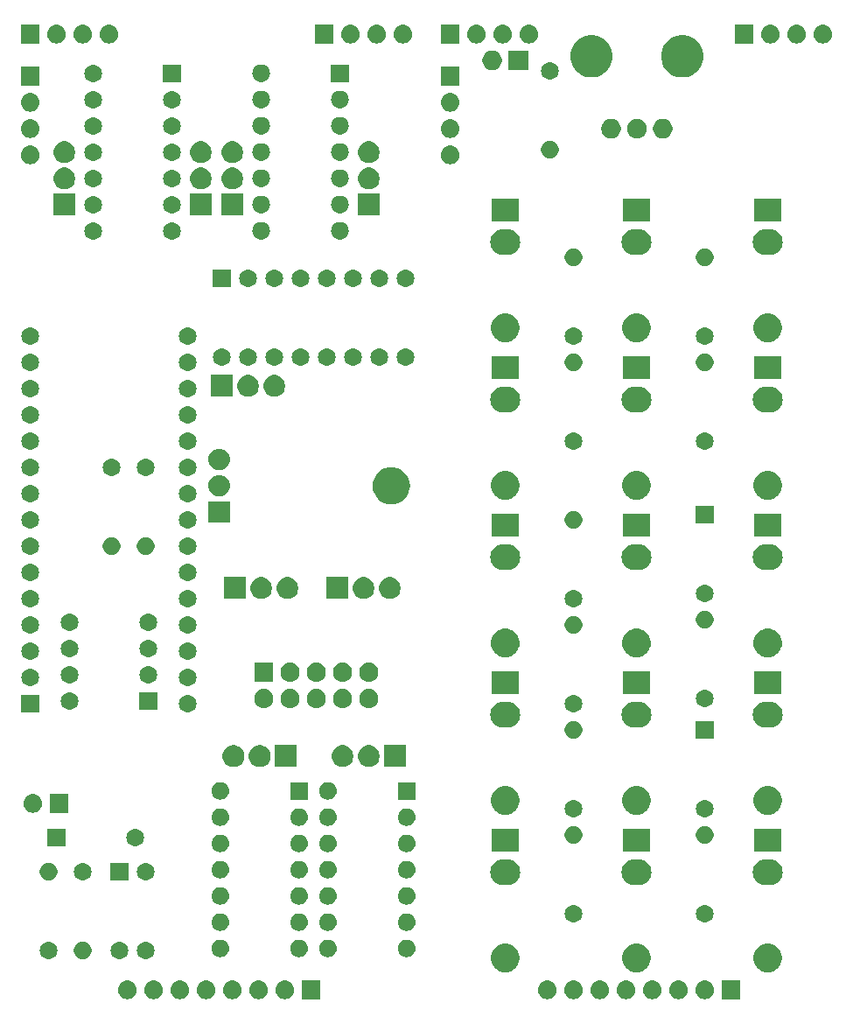
<source format=gbr>
G04 #@! TF.GenerationSoftware,KiCad,Pcbnew,5.0.2+dfsg1-1~bpo9+1*
G04 #@! TF.CreationDate,2019-05-25T00:57:50+02:00*
G04 #@! TF.ProjectId,midi2cv,6d696469-3263-4762-9e6b-696361645f70,rev?*
G04 #@! TF.SameCoordinates,Original*
G04 #@! TF.FileFunction,Soldermask,Top*
G04 #@! TF.FilePolarity,Negative*
%FSLAX46Y46*%
G04 Gerber Fmt 4.6, Leading zero omitted, Abs format (unit mm)*
G04 Created by KiCad (PCBNEW 5.0.2+dfsg1-1~bpo9+1) date Sat 25 May 2019 12:57:50 AM CEST*
%MOMM*%
%LPD*%
G01*
G04 APERTURE LIST*
%ADD10C,0.100000*%
G04 APERTURE END LIST*
D10*
G36*
X101485000Y-126123000D02*
X99683000Y-126123000D01*
X99683000Y-124321000D01*
X101485000Y-124321000D01*
X101485000Y-126123000D01*
X101485000Y-126123000D01*
G37*
G36*
X60845000Y-126123000D02*
X59043000Y-126123000D01*
X59043000Y-124321000D01*
X60845000Y-124321000D01*
X60845000Y-126123000D01*
X60845000Y-126123000D01*
G37*
G36*
X95614442Y-124327518D02*
X95680627Y-124334037D01*
X95793853Y-124368384D01*
X95850467Y-124385557D01*
X95989087Y-124459652D01*
X96006991Y-124469222D01*
X96042729Y-124498552D01*
X96144186Y-124581814D01*
X96227448Y-124683271D01*
X96256778Y-124719009D01*
X96256779Y-124719011D01*
X96340443Y-124875533D01*
X96340443Y-124875534D01*
X96391963Y-125045373D01*
X96409359Y-125222000D01*
X96391963Y-125398627D01*
X96357616Y-125511853D01*
X96340443Y-125568467D01*
X96266348Y-125707087D01*
X96256778Y-125724991D01*
X96227448Y-125760729D01*
X96144186Y-125862186D01*
X96042729Y-125945448D01*
X96006991Y-125974778D01*
X96006989Y-125974779D01*
X95850467Y-126058443D01*
X95793853Y-126075616D01*
X95680627Y-126109963D01*
X95614443Y-126116481D01*
X95548260Y-126123000D01*
X95459740Y-126123000D01*
X95393557Y-126116481D01*
X95327373Y-126109963D01*
X95214147Y-126075616D01*
X95157533Y-126058443D01*
X95001011Y-125974779D01*
X95001009Y-125974778D01*
X94965271Y-125945448D01*
X94863814Y-125862186D01*
X94780552Y-125760729D01*
X94751222Y-125724991D01*
X94741652Y-125707087D01*
X94667557Y-125568467D01*
X94650384Y-125511853D01*
X94616037Y-125398627D01*
X94598641Y-125222000D01*
X94616037Y-125045373D01*
X94667557Y-124875534D01*
X94667557Y-124875533D01*
X94751221Y-124719011D01*
X94751222Y-124719009D01*
X94780552Y-124683271D01*
X94863814Y-124581814D01*
X94965271Y-124498552D01*
X95001009Y-124469222D01*
X95018913Y-124459652D01*
X95157533Y-124385557D01*
X95214147Y-124368384D01*
X95327373Y-124334037D01*
X95393558Y-124327518D01*
X95459740Y-124321000D01*
X95548260Y-124321000D01*
X95614442Y-124327518D01*
X95614442Y-124327518D01*
G37*
G36*
X93074442Y-124327518D02*
X93140627Y-124334037D01*
X93253853Y-124368384D01*
X93310467Y-124385557D01*
X93449087Y-124459652D01*
X93466991Y-124469222D01*
X93502729Y-124498552D01*
X93604186Y-124581814D01*
X93687448Y-124683271D01*
X93716778Y-124719009D01*
X93716779Y-124719011D01*
X93800443Y-124875533D01*
X93800443Y-124875534D01*
X93851963Y-125045373D01*
X93869359Y-125222000D01*
X93851963Y-125398627D01*
X93817616Y-125511853D01*
X93800443Y-125568467D01*
X93726348Y-125707087D01*
X93716778Y-125724991D01*
X93687448Y-125760729D01*
X93604186Y-125862186D01*
X93502729Y-125945448D01*
X93466991Y-125974778D01*
X93466989Y-125974779D01*
X93310467Y-126058443D01*
X93253853Y-126075616D01*
X93140627Y-126109963D01*
X93074443Y-126116481D01*
X93008260Y-126123000D01*
X92919740Y-126123000D01*
X92853557Y-126116481D01*
X92787373Y-126109963D01*
X92674147Y-126075616D01*
X92617533Y-126058443D01*
X92461011Y-125974779D01*
X92461009Y-125974778D01*
X92425271Y-125945448D01*
X92323814Y-125862186D01*
X92240552Y-125760729D01*
X92211222Y-125724991D01*
X92201652Y-125707087D01*
X92127557Y-125568467D01*
X92110384Y-125511853D01*
X92076037Y-125398627D01*
X92058641Y-125222000D01*
X92076037Y-125045373D01*
X92127557Y-124875534D01*
X92127557Y-124875533D01*
X92211221Y-124719011D01*
X92211222Y-124719009D01*
X92240552Y-124683271D01*
X92323814Y-124581814D01*
X92425271Y-124498552D01*
X92461009Y-124469222D01*
X92478913Y-124459652D01*
X92617533Y-124385557D01*
X92674147Y-124368384D01*
X92787373Y-124334037D01*
X92853558Y-124327518D01*
X92919740Y-124321000D01*
X93008260Y-124321000D01*
X93074442Y-124327518D01*
X93074442Y-124327518D01*
G37*
G36*
X90534442Y-124327518D02*
X90600627Y-124334037D01*
X90713853Y-124368384D01*
X90770467Y-124385557D01*
X90909087Y-124459652D01*
X90926991Y-124469222D01*
X90962729Y-124498552D01*
X91064186Y-124581814D01*
X91147448Y-124683271D01*
X91176778Y-124719009D01*
X91176779Y-124719011D01*
X91260443Y-124875533D01*
X91260443Y-124875534D01*
X91311963Y-125045373D01*
X91329359Y-125222000D01*
X91311963Y-125398627D01*
X91277616Y-125511853D01*
X91260443Y-125568467D01*
X91186348Y-125707087D01*
X91176778Y-125724991D01*
X91147448Y-125760729D01*
X91064186Y-125862186D01*
X90962729Y-125945448D01*
X90926991Y-125974778D01*
X90926989Y-125974779D01*
X90770467Y-126058443D01*
X90713853Y-126075616D01*
X90600627Y-126109963D01*
X90534443Y-126116481D01*
X90468260Y-126123000D01*
X90379740Y-126123000D01*
X90313557Y-126116481D01*
X90247373Y-126109963D01*
X90134147Y-126075616D01*
X90077533Y-126058443D01*
X89921011Y-125974779D01*
X89921009Y-125974778D01*
X89885271Y-125945448D01*
X89783814Y-125862186D01*
X89700552Y-125760729D01*
X89671222Y-125724991D01*
X89661652Y-125707087D01*
X89587557Y-125568467D01*
X89570384Y-125511853D01*
X89536037Y-125398627D01*
X89518641Y-125222000D01*
X89536037Y-125045373D01*
X89587557Y-124875534D01*
X89587557Y-124875533D01*
X89671221Y-124719011D01*
X89671222Y-124719009D01*
X89700552Y-124683271D01*
X89783814Y-124581814D01*
X89885271Y-124498552D01*
X89921009Y-124469222D01*
X89938913Y-124459652D01*
X90077533Y-124385557D01*
X90134147Y-124368384D01*
X90247373Y-124334037D01*
X90313558Y-124327518D01*
X90379740Y-124321000D01*
X90468260Y-124321000D01*
X90534442Y-124327518D01*
X90534442Y-124327518D01*
G37*
G36*
X87994442Y-124327518D02*
X88060627Y-124334037D01*
X88173853Y-124368384D01*
X88230467Y-124385557D01*
X88369087Y-124459652D01*
X88386991Y-124469222D01*
X88422729Y-124498552D01*
X88524186Y-124581814D01*
X88607448Y-124683271D01*
X88636778Y-124719009D01*
X88636779Y-124719011D01*
X88720443Y-124875533D01*
X88720443Y-124875534D01*
X88771963Y-125045373D01*
X88789359Y-125222000D01*
X88771963Y-125398627D01*
X88737616Y-125511853D01*
X88720443Y-125568467D01*
X88646348Y-125707087D01*
X88636778Y-125724991D01*
X88607448Y-125760729D01*
X88524186Y-125862186D01*
X88422729Y-125945448D01*
X88386991Y-125974778D01*
X88386989Y-125974779D01*
X88230467Y-126058443D01*
X88173853Y-126075616D01*
X88060627Y-126109963D01*
X87994443Y-126116481D01*
X87928260Y-126123000D01*
X87839740Y-126123000D01*
X87773557Y-126116481D01*
X87707373Y-126109963D01*
X87594147Y-126075616D01*
X87537533Y-126058443D01*
X87381011Y-125974779D01*
X87381009Y-125974778D01*
X87345271Y-125945448D01*
X87243814Y-125862186D01*
X87160552Y-125760729D01*
X87131222Y-125724991D01*
X87121652Y-125707087D01*
X87047557Y-125568467D01*
X87030384Y-125511853D01*
X86996037Y-125398627D01*
X86978641Y-125222000D01*
X86996037Y-125045373D01*
X87047557Y-124875534D01*
X87047557Y-124875533D01*
X87131221Y-124719011D01*
X87131222Y-124719009D01*
X87160552Y-124683271D01*
X87243814Y-124581814D01*
X87345271Y-124498552D01*
X87381009Y-124469222D01*
X87398913Y-124459652D01*
X87537533Y-124385557D01*
X87594147Y-124368384D01*
X87707373Y-124334037D01*
X87773558Y-124327518D01*
X87839740Y-124321000D01*
X87928260Y-124321000D01*
X87994442Y-124327518D01*
X87994442Y-124327518D01*
G37*
G36*
X85454442Y-124327518D02*
X85520627Y-124334037D01*
X85633853Y-124368384D01*
X85690467Y-124385557D01*
X85829087Y-124459652D01*
X85846991Y-124469222D01*
X85882729Y-124498552D01*
X85984186Y-124581814D01*
X86067448Y-124683271D01*
X86096778Y-124719009D01*
X86096779Y-124719011D01*
X86180443Y-124875533D01*
X86180443Y-124875534D01*
X86231963Y-125045373D01*
X86249359Y-125222000D01*
X86231963Y-125398627D01*
X86197616Y-125511853D01*
X86180443Y-125568467D01*
X86106348Y-125707087D01*
X86096778Y-125724991D01*
X86067448Y-125760729D01*
X85984186Y-125862186D01*
X85882729Y-125945448D01*
X85846991Y-125974778D01*
X85846989Y-125974779D01*
X85690467Y-126058443D01*
X85633853Y-126075616D01*
X85520627Y-126109963D01*
X85454443Y-126116481D01*
X85388260Y-126123000D01*
X85299740Y-126123000D01*
X85233557Y-126116481D01*
X85167373Y-126109963D01*
X85054147Y-126075616D01*
X84997533Y-126058443D01*
X84841011Y-125974779D01*
X84841009Y-125974778D01*
X84805271Y-125945448D01*
X84703814Y-125862186D01*
X84620552Y-125760729D01*
X84591222Y-125724991D01*
X84581652Y-125707087D01*
X84507557Y-125568467D01*
X84490384Y-125511853D01*
X84456037Y-125398627D01*
X84438641Y-125222000D01*
X84456037Y-125045373D01*
X84507557Y-124875534D01*
X84507557Y-124875533D01*
X84591221Y-124719011D01*
X84591222Y-124719009D01*
X84620552Y-124683271D01*
X84703814Y-124581814D01*
X84805271Y-124498552D01*
X84841009Y-124469222D01*
X84858913Y-124459652D01*
X84997533Y-124385557D01*
X85054147Y-124368384D01*
X85167373Y-124334037D01*
X85233558Y-124327518D01*
X85299740Y-124321000D01*
X85388260Y-124321000D01*
X85454442Y-124327518D01*
X85454442Y-124327518D01*
G37*
G36*
X82914442Y-124327518D02*
X82980627Y-124334037D01*
X83093853Y-124368384D01*
X83150467Y-124385557D01*
X83289087Y-124459652D01*
X83306991Y-124469222D01*
X83342729Y-124498552D01*
X83444186Y-124581814D01*
X83527448Y-124683271D01*
X83556778Y-124719009D01*
X83556779Y-124719011D01*
X83640443Y-124875533D01*
X83640443Y-124875534D01*
X83691963Y-125045373D01*
X83709359Y-125222000D01*
X83691963Y-125398627D01*
X83657616Y-125511853D01*
X83640443Y-125568467D01*
X83566348Y-125707087D01*
X83556778Y-125724991D01*
X83527448Y-125760729D01*
X83444186Y-125862186D01*
X83342729Y-125945448D01*
X83306991Y-125974778D01*
X83306989Y-125974779D01*
X83150467Y-126058443D01*
X83093853Y-126075616D01*
X82980627Y-126109963D01*
X82914443Y-126116481D01*
X82848260Y-126123000D01*
X82759740Y-126123000D01*
X82693557Y-126116481D01*
X82627373Y-126109963D01*
X82514147Y-126075616D01*
X82457533Y-126058443D01*
X82301011Y-125974779D01*
X82301009Y-125974778D01*
X82265271Y-125945448D01*
X82163814Y-125862186D01*
X82080552Y-125760729D01*
X82051222Y-125724991D01*
X82041652Y-125707087D01*
X81967557Y-125568467D01*
X81950384Y-125511853D01*
X81916037Y-125398627D01*
X81898641Y-125222000D01*
X81916037Y-125045373D01*
X81967557Y-124875534D01*
X81967557Y-124875533D01*
X82051221Y-124719011D01*
X82051222Y-124719009D01*
X82080552Y-124683271D01*
X82163814Y-124581814D01*
X82265271Y-124498552D01*
X82301009Y-124469222D01*
X82318913Y-124459652D01*
X82457533Y-124385557D01*
X82514147Y-124368384D01*
X82627373Y-124334037D01*
X82693558Y-124327518D01*
X82759740Y-124321000D01*
X82848260Y-124321000D01*
X82914442Y-124327518D01*
X82914442Y-124327518D01*
G37*
G36*
X98154442Y-124327518D02*
X98220627Y-124334037D01*
X98333853Y-124368384D01*
X98390467Y-124385557D01*
X98529087Y-124459652D01*
X98546991Y-124469222D01*
X98582729Y-124498552D01*
X98684186Y-124581814D01*
X98767448Y-124683271D01*
X98796778Y-124719009D01*
X98796779Y-124719011D01*
X98880443Y-124875533D01*
X98880443Y-124875534D01*
X98931963Y-125045373D01*
X98949359Y-125222000D01*
X98931963Y-125398627D01*
X98897616Y-125511853D01*
X98880443Y-125568467D01*
X98806348Y-125707087D01*
X98796778Y-125724991D01*
X98767448Y-125760729D01*
X98684186Y-125862186D01*
X98582729Y-125945448D01*
X98546991Y-125974778D01*
X98546989Y-125974779D01*
X98390467Y-126058443D01*
X98333853Y-126075616D01*
X98220627Y-126109963D01*
X98154443Y-126116481D01*
X98088260Y-126123000D01*
X97999740Y-126123000D01*
X97933557Y-126116481D01*
X97867373Y-126109963D01*
X97754147Y-126075616D01*
X97697533Y-126058443D01*
X97541011Y-125974779D01*
X97541009Y-125974778D01*
X97505271Y-125945448D01*
X97403814Y-125862186D01*
X97320552Y-125760729D01*
X97291222Y-125724991D01*
X97281652Y-125707087D01*
X97207557Y-125568467D01*
X97190384Y-125511853D01*
X97156037Y-125398627D01*
X97138641Y-125222000D01*
X97156037Y-125045373D01*
X97207557Y-124875534D01*
X97207557Y-124875533D01*
X97291221Y-124719011D01*
X97291222Y-124719009D01*
X97320552Y-124683271D01*
X97403814Y-124581814D01*
X97505271Y-124498552D01*
X97541009Y-124469222D01*
X97558913Y-124459652D01*
X97697533Y-124385557D01*
X97754147Y-124368384D01*
X97867373Y-124334037D01*
X97933558Y-124327518D01*
X97999740Y-124321000D01*
X98088260Y-124321000D01*
X98154442Y-124327518D01*
X98154442Y-124327518D01*
G37*
G36*
X54974442Y-124327518D02*
X55040627Y-124334037D01*
X55153853Y-124368384D01*
X55210467Y-124385557D01*
X55349087Y-124459652D01*
X55366991Y-124469222D01*
X55402729Y-124498552D01*
X55504186Y-124581814D01*
X55587448Y-124683271D01*
X55616778Y-124719009D01*
X55616779Y-124719011D01*
X55700443Y-124875533D01*
X55700443Y-124875534D01*
X55751963Y-125045373D01*
X55769359Y-125222000D01*
X55751963Y-125398627D01*
X55717616Y-125511853D01*
X55700443Y-125568467D01*
X55626348Y-125707087D01*
X55616778Y-125724991D01*
X55587448Y-125760729D01*
X55504186Y-125862186D01*
X55402729Y-125945448D01*
X55366991Y-125974778D01*
X55366989Y-125974779D01*
X55210467Y-126058443D01*
X55153853Y-126075616D01*
X55040627Y-126109963D01*
X54974443Y-126116481D01*
X54908260Y-126123000D01*
X54819740Y-126123000D01*
X54753557Y-126116481D01*
X54687373Y-126109963D01*
X54574147Y-126075616D01*
X54517533Y-126058443D01*
X54361011Y-125974779D01*
X54361009Y-125974778D01*
X54325271Y-125945448D01*
X54223814Y-125862186D01*
X54140552Y-125760729D01*
X54111222Y-125724991D01*
X54101652Y-125707087D01*
X54027557Y-125568467D01*
X54010384Y-125511853D01*
X53976037Y-125398627D01*
X53958641Y-125222000D01*
X53976037Y-125045373D01*
X54027557Y-124875534D01*
X54027557Y-124875533D01*
X54111221Y-124719011D01*
X54111222Y-124719009D01*
X54140552Y-124683271D01*
X54223814Y-124581814D01*
X54325271Y-124498552D01*
X54361009Y-124469222D01*
X54378913Y-124459652D01*
X54517533Y-124385557D01*
X54574147Y-124368384D01*
X54687373Y-124334037D01*
X54753558Y-124327518D01*
X54819740Y-124321000D01*
X54908260Y-124321000D01*
X54974442Y-124327518D01*
X54974442Y-124327518D01*
G37*
G36*
X52434442Y-124327518D02*
X52500627Y-124334037D01*
X52613853Y-124368384D01*
X52670467Y-124385557D01*
X52809087Y-124459652D01*
X52826991Y-124469222D01*
X52862729Y-124498552D01*
X52964186Y-124581814D01*
X53047448Y-124683271D01*
X53076778Y-124719009D01*
X53076779Y-124719011D01*
X53160443Y-124875533D01*
X53160443Y-124875534D01*
X53211963Y-125045373D01*
X53229359Y-125222000D01*
X53211963Y-125398627D01*
X53177616Y-125511853D01*
X53160443Y-125568467D01*
X53086348Y-125707087D01*
X53076778Y-125724991D01*
X53047448Y-125760729D01*
X52964186Y-125862186D01*
X52862729Y-125945448D01*
X52826991Y-125974778D01*
X52826989Y-125974779D01*
X52670467Y-126058443D01*
X52613853Y-126075616D01*
X52500627Y-126109963D01*
X52434443Y-126116481D01*
X52368260Y-126123000D01*
X52279740Y-126123000D01*
X52213557Y-126116481D01*
X52147373Y-126109963D01*
X52034147Y-126075616D01*
X51977533Y-126058443D01*
X51821011Y-125974779D01*
X51821009Y-125974778D01*
X51785271Y-125945448D01*
X51683814Y-125862186D01*
X51600552Y-125760729D01*
X51571222Y-125724991D01*
X51561652Y-125707087D01*
X51487557Y-125568467D01*
X51470384Y-125511853D01*
X51436037Y-125398627D01*
X51418641Y-125222000D01*
X51436037Y-125045373D01*
X51487557Y-124875534D01*
X51487557Y-124875533D01*
X51571221Y-124719011D01*
X51571222Y-124719009D01*
X51600552Y-124683271D01*
X51683814Y-124581814D01*
X51785271Y-124498552D01*
X51821009Y-124469222D01*
X51838913Y-124459652D01*
X51977533Y-124385557D01*
X52034147Y-124368384D01*
X52147373Y-124334037D01*
X52213558Y-124327518D01*
X52279740Y-124321000D01*
X52368260Y-124321000D01*
X52434442Y-124327518D01*
X52434442Y-124327518D01*
G37*
G36*
X49894442Y-124327518D02*
X49960627Y-124334037D01*
X50073853Y-124368384D01*
X50130467Y-124385557D01*
X50269087Y-124459652D01*
X50286991Y-124469222D01*
X50322729Y-124498552D01*
X50424186Y-124581814D01*
X50507448Y-124683271D01*
X50536778Y-124719009D01*
X50536779Y-124719011D01*
X50620443Y-124875533D01*
X50620443Y-124875534D01*
X50671963Y-125045373D01*
X50689359Y-125222000D01*
X50671963Y-125398627D01*
X50637616Y-125511853D01*
X50620443Y-125568467D01*
X50546348Y-125707087D01*
X50536778Y-125724991D01*
X50507448Y-125760729D01*
X50424186Y-125862186D01*
X50322729Y-125945448D01*
X50286991Y-125974778D01*
X50286989Y-125974779D01*
X50130467Y-126058443D01*
X50073853Y-126075616D01*
X49960627Y-126109963D01*
X49894443Y-126116481D01*
X49828260Y-126123000D01*
X49739740Y-126123000D01*
X49673557Y-126116481D01*
X49607373Y-126109963D01*
X49494147Y-126075616D01*
X49437533Y-126058443D01*
X49281011Y-125974779D01*
X49281009Y-125974778D01*
X49245271Y-125945448D01*
X49143814Y-125862186D01*
X49060552Y-125760729D01*
X49031222Y-125724991D01*
X49021652Y-125707087D01*
X48947557Y-125568467D01*
X48930384Y-125511853D01*
X48896037Y-125398627D01*
X48878641Y-125222000D01*
X48896037Y-125045373D01*
X48947557Y-124875534D01*
X48947557Y-124875533D01*
X49031221Y-124719011D01*
X49031222Y-124719009D01*
X49060552Y-124683271D01*
X49143814Y-124581814D01*
X49245271Y-124498552D01*
X49281009Y-124469222D01*
X49298913Y-124459652D01*
X49437533Y-124385557D01*
X49494147Y-124368384D01*
X49607373Y-124334037D01*
X49673558Y-124327518D01*
X49739740Y-124321000D01*
X49828260Y-124321000D01*
X49894442Y-124327518D01*
X49894442Y-124327518D01*
G37*
G36*
X47354442Y-124327518D02*
X47420627Y-124334037D01*
X47533853Y-124368384D01*
X47590467Y-124385557D01*
X47729087Y-124459652D01*
X47746991Y-124469222D01*
X47782729Y-124498552D01*
X47884186Y-124581814D01*
X47967448Y-124683271D01*
X47996778Y-124719009D01*
X47996779Y-124719011D01*
X48080443Y-124875533D01*
X48080443Y-124875534D01*
X48131963Y-125045373D01*
X48149359Y-125222000D01*
X48131963Y-125398627D01*
X48097616Y-125511853D01*
X48080443Y-125568467D01*
X48006348Y-125707087D01*
X47996778Y-125724991D01*
X47967448Y-125760729D01*
X47884186Y-125862186D01*
X47782729Y-125945448D01*
X47746991Y-125974778D01*
X47746989Y-125974779D01*
X47590467Y-126058443D01*
X47533853Y-126075616D01*
X47420627Y-126109963D01*
X47354443Y-126116481D01*
X47288260Y-126123000D01*
X47199740Y-126123000D01*
X47133557Y-126116481D01*
X47067373Y-126109963D01*
X46954147Y-126075616D01*
X46897533Y-126058443D01*
X46741011Y-125974779D01*
X46741009Y-125974778D01*
X46705271Y-125945448D01*
X46603814Y-125862186D01*
X46520552Y-125760729D01*
X46491222Y-125724991D01*
X46481652Y-125707087D01*
X46407557Y-125568467D01*
X46390384Y-125511853D01*
X46356037Y-125398627D01*
X46338641Y-125222000D01*
X46356037Y-125045373D01*
X46407557Y-124875534D01*
X46407557Y-124875533D01*
X46491221Y-124719011D01*
X46491222Y-124719009D01*
X46520552Y-124683271D01*
X46603814Y-124581814D01*
X46705271Y-124498552D01*
X46741009Y-124469222D01*
X46758913Y-124459652D01*
X46897533Y-124385557D01*
X46954147Y-124368384D01*
X47067373Y-124334037D01*
X47133558Y-124327518D01*
X47199740Y-124321000D01*
X47288260Y-124321000D01*
X47354442Y-124327518D01*
X47354442Y-124327518D01*
G37*
G36*
X44814442Y-124327518D02*
X44880627Y-124334037D01*
X44993853Y-124368384D01*
X45050467Y-124385557D01*
X45189087Y-124459652D01*
X45206991Y-124469222D01*
X45242729Y-124498552D01*
X45344186Y-124581814D01*
X45427448Y-124683271D01*
X45456778Y-124719009D01*
X45456779Y-124719011D01*
X45540443Y-124875533D01*
X45540443Y-124875534D01*
X45591963Y-125045373D01*
X45609359Y-125222000D01*
X45591963Y-125398627D01*
X45557616Y-125511853D01*
X45540443Y-125568467D01*
X45466348Y-125707087D01*
X45456778Y-125724991D01*
X45427448Y-125760729D01*
X45344186Y-125862186D01*
X45242729Y-125945448D01*
X45206991Y-125974778D01*
X45206989Y-125974779D01*
X45050467Y-126058443D01*
X44993853Y-126075616D01*
X44880627Y-126109963D01*
X44814443Y-126116481D01*
X44748260Y-126123000D01*
X44659740Y-126123000D01*
X44593557Y-126116481D01*
X44527373Y-126109963D01*
X44414147Y-126075616D01*
X44357533Y-126058443D01*
X44201011Y-125974779D01*
X44201009Y-125974778D01*
X44165271Y-125945448D01*
X44063814Y-125862186D01*
X43980552Y-125760729D01*
X43951222Y-125724991D01*
X43941652Y-125707087D01*
X43867557Y-125568467D01*
X43850384Y-125511853D01*
X43816037Y-125398627D01*
X43798641Y-125222000D01*
X43816037Y-125045373D01*
X43867557Y-124875534D01*
X43867557Y-124875533D01*
X43951221Y-124719011D01*
X43951222Y-124719009D01*
X43980552Y-124683271D01*
X44063814Y-124581814D01*
X44165271Y-124498552D01*
X44201009Y-124469222D01*
X44218913Y-124459652D01*
X44357533Y-124385557D01*
X44414147Y-124368384D01*
X44527373Y-124334037D01*
X44593558Y-124327518D01*
X44659740Y-124321000D01*
X44748260Y-124321000D01*
X44814442Y-124327518D01*
X44814442Y-124327518D01*
G37*
G36*
X42274442Y-124327518D02*
X42340627Y-124334037D01*
X42453853Y-124368384D01*
X42510467Y-124385557D01*
X42649087Y-124459652D01*
X42666991Y-124469222D01*
X42702729Y-124498552D01*
X42804186Y-124581814D01*
X42887448Y-124683271D01*
X42916778Y-124719009D01*
X42916779Y-124719011D01*
X43000443Y-124875533D01*
X43000443Y-124875534D01*
X43051963Y-125045373D01*
X43069359Y-125222000D01*
X43051963Y-125398627D01*
X43017616Y-125511853D01*
X43000443Y-125568467D01*
X42926348Y-125707087D01*
X42916778Y-125724991D01*
X42887448Y-125760729D01*
X42804186Y-125862186D01*
X42702729Y-125945448D01*
X42666991Y-125974778D01*
X42666989Y-125974779D01*
X42510467Y-126058443D01*
X42453853Y-126075616D01*
X42340627Y-126109963D01*
X42274443Y-126116481D01*
X42208260Y-126123000D01*
X42119740Y-126123000D01*
X42053557Y-126116481D01*
X41987373Y-126109963D01*
X41874147Y-126075616D01*
X41817533Y-126058443D01*
X41661011Y-125974779D01*
X41661009Y-125974778D01*
X41625271Y-125945448D01*
X41523814Y-125862186D01*
X41440552Y-125760729D01*
X41411222Y-125724991D01*
X41401652Y-125707087D01*
X41327557Y-125568467D01*
X41310384Y-125511853D01*
X41276037Y-125398627D01*
X41258641Y-125222000D01*
X41276037Y-125045373D01*
X41327557Y-124875534D01*
X41327557Y-124875533D01*
X41411221Y-124719011D01*
X41411222Y-124719009D01*
X41440552Y-124683271D01*
X41523814Y-124581814D01*
X41625271Y-124498552D01*
X41661009Y-124469222D01*
X41678913Y-124459652D01*
X41817533Y-124385557D01*
X41874147Y-124368384D01*
X41987373Y-124334037D01*
X42053558Y-124327518D01*
X42119740Y-124321000D01*
X42208260Y-124321000D01*
X42274442Y-124327518D01*
X42274442Y-124327518D01*
G37*
G36*
X57514442Y-124327518D02*
X57580627Y-124334037D01*
X57693853Y-124368384D01*
X57750467Y-124385557D01*
X57889087Y-124459652D01*
X57906991Y-124469222D01*
X57942729Y-124498552D01*
X58044186Y-124581814D01*
X58127448Y-124683271D01*
X58156778Y-124719009D01*
X58156779Y-124719011D01*
X58240443Y-124875533D01*
X58240443Y-124875534D01*
X58291963Y-125045373D01*
X58309359Y-125222000D01*
X58291963Y-125398627D01*
X58257616Y-125511853D01*
X58240443Y-125568467D01*
X58166348Y-125707087D01*
X58156778Y-125724991D01*
X58127448Y-125760729D01*
X58044186Y-125862186D01*
X57942729Y-125945448D01*
X57906991Y-125974778D01*
X57906989Y-125974779D01*
X57750467Y-126058443D01*
X57693853Y-126075616D01*
X57580627Y-126109963D01*
X57514443Y-126116481D01*
X57448260Y-126123000D01*
X57359740Y-126123000D01*
X57293557Y-126116481D01*
X57227373Y-126109963D01*
X57114147Y-126075616D01*
X57057533Y-126058443D01*
X56901011Y-125974779D01*
X56901009Y-125974778D01*
X56865271Y-125945448D01*
X56763814Y-125862186D01*
X56680552Y-125760729D01*
X56651222Y-125724991D01*
X56641652Y-125707087D01*
X56567557Y-125568467D01*
X56550384Y-125511853D01*
X56516037Y-125398627D01*
X56498641Y-125222000D01*
X56516037Y-125045373D01*
X56567557Y-124875534D01*
X56567557Y-124875533D01*
X56651221Y-124719011D01*
X56651222Y-124719009D01*
X56680552Y-124683271D01*
X56763814Y-124581814D01*
X56865271Y-124498552D01*
X56901009Y-124469222D01*
X56918913Y-124459652D01*
X57057533Y-124385557D01*
X57114147Y-124368384D01*
X57227373Y-124334037D01*
X57293558Y-124327518D01*
X57359740Y-124321000D01*
X57448260Y-124321000D01*
X57514442Y-124327518D01*
X57514442Y-124327518D01*
G37*
G36*
X79058433Y-120778893D02*
X79148657Y-120796839D01*
X79254267Y-120840585D01*
X79403621Y-120902449D01*
X79633089Y-121055774D01*
X79828226Y-121250911D01*
X79981551Y-121480379D01*
X80087161Y-121735344D01*
X80141000Y-122006012D01*
X80141000Y-122281988D01*
X80087161Y-122552656D01*
X79981551Y-122807621D01*
X79828226Y-123037089D01*
X79633089Y-123232226D01*
X79403621Y-123385551D01*
X79254267Y-123447415D01*
X79148657Y-123491161D01*
X79058433Y-123509107D01*
X78877988Y-123545000D01*
X78602012Y-123545000D01*
X78421567Y-123509107D01*
X78331343Y-123491161D01*
X78225733Y-123447415D01*
X78076379Y-123385551D01*
X77846911Y-123232226D01*
X77651774Y-123037089D01*
X77498449Y-122807621D01*
X77392839Y-122552656D01*
X77339000Y-122281988D01*
X77339000Y-122006012D01*
X77392839Y-121735344D01*
X77498449Y-121480379D01*
X77651774Y-121250911D01*
X77846911Y-121055774D01*
X78076379Y-120902449D01*
X78225733Y-120840585D01*
X78331343Y-120796839D01*
X78421567Y-120778893D01*
X78602012Y-120743000D01*
X78877988Y-120743000D01*
X79058433Y-120778893D01*
X79058433Y-120778893D01*
G37*
G36*
X91758433Y-120778893D02*
X91848657Y-120796839D01*
X91954267Y-120840585D01*
X92103621Y-120902449D01*
X92333089Y-121055774D01*
X92528226Y-121250911D01*
X92681551Y-121480379D01*
X92787161Y-121735344D01*
X92841000Y-122006012D01*
X92841000Y-122281988D01*
X92787161Y-122552656D01*
X92681551Y-122807621D01*
X92528226Y-123037089D01*
X92333089Y-123232226D01*
X92103621Y-123385551D01*
X91954267Y-123447415D01*
X91848657Y-123491161D01*
X91758433Y-123509107D01*
X91577988Y-123545000D01*
X91302012Y-123545000D01*
X91121567Y-123509107D01*
X91031343Y-123491161D01*
X90925733Y-123447415D01*
X90776379Y-123385551D01*
X90546911Y-123232226D01*
X90351774Y-123037089D01*
X90198449Y-122807621D01*
X90092839Y-122552656D01*
X90039000Y-122281988D01*
X90039000Y-122006012D01*
X90092839Y-121735344D01*
X90198449Y-121480379D01*
X90351774Y-121250911D01*
X90546911Y-121055774D01*
X90776379Y-120902449D01*
X90925733Y-120840585D01*
X91031343Y-120796839D01*
X91121567Y-120778893D01*
X91302012Y-120743000D01*
X91577988Y-120743000D01*
X91758433Y-120778893D01*
X91758433Y-120778893D01*
G37*
G36*
X104458433Y-120778893D02*
X104548657Y-120796839D01*
X104654267Y-120840585D01*
X104803621Y-120902449D01*
X105033089Y-121055774D01*
X105228226Y-121250911D01*
X105381551Y-121480379D01*
X105487161Y-121735344D01*
X105541000Y-122006012D01*
X105541000Y-122281988D01*
X105487161Y-122552656D01*
X105381551Y-122807621D01*
X105228226Y-123037089D01*
X105033089Y-123232226D01*
X104803621Y-123385551D01*
X104654267Y-123447415D01*
X104548657Y-123491161D01*
X104458433Y-123509107D01*
X104277988Y-123545000D01*
X104002012Y-123545000D01*
X103821567Y-123509107D01*
X103731343Y-123491161D01*
X103625733Y-123447415D01*
X103476379Y-123385551D01*
X103246911Y-123232226D01*
X103051774Y-123037089D01*
X102898449Y-122807621D01*
X102792839Y-122552656D01*
X102739000Y-122281988D01*
X102739000Y-122006012D01*
X102792839Y-121735344D01*
X102898449Y-121480379D01*
X103051774Y-121250911D01*
X103246911Y-121055774D01*
X103476379Y-120902449D01*
X103625733Y-120840585D01*
X103731343Y-120796839D01*
X103821567Y-120778893D01*
X104002012Y-120743000D01*
X104277988Y-120743000D01*
X104458433Y-120778893D01*
X104458433Y-120778893D01*
G37*
G36*
X44108821Y-120573313D02*
X44108824Y-120573314D01*
X44108825Y-120573314D01*
X44269239Y-120621975D01*
X44269241Y-120621976D01*
X44269244Y-120621977D01*
X44417078Y-120700995D01*
X44546659Y-120807341D01*
X44653005Y-120936922D01*
X44732023Y-121084756D01*
X44732024Y-121084759D01*
X44732025Y-121084761D01*
X44771655Y-121215405D01*
X44780687Y-121245179D01*
X44797117Y-121412000D01*
X44780687Y-121578821D01*
X44780686Y-121578824D01*
X44780686Y-121578825D01*
X44733207Y-121735344D01*
X44732023Y-121739244D01*
X44653005Y-121887078D01*
X44546659Y-122016659D01*
X44417078Y-122123005D01*
X44269244Y-122202023D01*
X44269241Y-122202024D01*
X44269239Y-122202025D01*
X44108825Y-122250686D01*
X44108824Y-122250686D01*
X44108821Y-122250687D01*
X43983804Y-122263000D01*
X43900196Y-122263000D01*
X43775179Y-122250687D01*
X43775176Y-122250686D01*
X43775175Y-122250686D01*
X43614761Y-122202025D01*
X43614759Y-122202024D01*
X43614756Y-122202023D01*
X43466922Y-122123005D01*
X43337341Y-122016659D01*
X43230995Y-121887078D01*
X43151977Y-121739244D01*
X43150794Y-121735344D01*
X43103314Y-121578825D01*
X43103314Y-121578824D01*
X43103313Y-121578821D01*
X43086883Y-121412000D01*
X43103313Y-121245179D01*
X43112345Y-121215405D01*
X43151975Y-121084761D01*
X43151976Y-121084759D01*
X43151977Y-121084756D01*
X43230995Y-120936922D01*
X43337341Y-120807341D01*
X43466922Y-120700995D01*
X43614756Y-120621977D01*
X43614759Y-120621976D01*
X43614761Y-120621975D01*
X43775175Y-120573314D01*
X43775176Y-120573314D01*
X43775179Y-120573313D01*
X43900196Y-120561000D01*
X43983804Y-120561000D01*
X44108821Y-120573313D01*
X44108821Y-120573313D01*
G37*
G36*
X38094228Y-120593703D02*
X38249100Y-120657853D01*
X38388481Y-120750985D01*
X38507015Y-120869519D01*
X38600147Y-121008900D01*
X38664297Y-121163772D01*
X38697000Y-121328184D01*
X38697000Y-121495816D01*
X38664297Y-121660228D01*
X38600147Y-121815100D01*
X38507015Y-121954481D01*
X38388481Y-122073015D01*
X38249100Y-122166147D01*
X38094228Y-122230297D01*
X37929816Y-122263000D01*
X37762184Y-122263000D01*
X37597772Y-122230297D01*
X37442900Y-122166147D01*
X37303519Y-122073015D01*
X37184985Y-121954481D01*
X37091853Y-121815100D01*
X37027703Y-121660228D01*
X36995000Y-121495816D01*
X36995000Y-121328184D01*
X37027703Y-121163772D01*
X37091853Y-121008900D01*
X37184985Y-120869519D01*
X37303519Y-120750985D01*
X37442900Y-120657853D01*
X37597772Y-120593703D01*
X37762184Y-120561000D01*
X37929816Y-120561000D01*
X38094228Y-120593703D01*
X38094228Y-120593703D01*
G37*
G36*
X34710821Y-120573313D02*
X34710824Y-120573314D01*
X34710825Y-120573314D01*
X34871239Y-120621975D01*
X34871241Y-120621976D01*
X34871244Y-120621977D01*
X35019078Y-120700995D01*
X35148659Y-120807341D01*
X35255005Y-120936922D01*
X35334023Y-121084756D01*
X35334024Y-121084759D01*
X35334025Y-121084761D01*
X35373655Y-121215405D01*
X35382687Y-121245179D01*
X35399117Y-121412000D01*
X35382687Y-121578821D01*
X35382686Y-121578824D01*
X35382686Y-121578825D01*
X35335207Y-121735344D01*
X35334023Y-121739244D01*
X35255005Y-121887078D01*
X35148659Y-122016659D01*
X35019078Y-122123005D01*
X34871244Y-122202023D01*
X34871241Y-122202024D01*
X34871239Y-122202025D01*
X34710825Y-122250686D01*
X34710824Y-122250686D01*
X34710821Y-122250687D01*
X34585804Y-122263000D01*
X34502196Y-122263000D01*
X34377179Y-122250687D01*
X34377176Y-122250686D01*
X34377175Y-122250686D01*
X34216761Y-122202025D01*
X34216759Y-122202024D01*
X34216756Y-122202023D01*
X34068922Y-122123005D01*
X33939341Y-122016659D01*
X33832995Y-121887078D01*
X33753977Y-121739244D01*
X33752794Y-121735344D01*
X33705314Y-121578825D01*
X33705314Y-121578824D01*
X33705313Y-121578821D01*
X33688883Y-121412000D01*
X33705313Y-121245179D01*
X33714345Y-121215405D01*
X33753975Y-121084761D01*
X33753976Y-121084759D01*
X33753977Y-121084756D01*
X33832995Y-120936922D01*
X33939341Y-120807341D01*
X34068922Y-120700995D01*
X34216756Y-120621977D01*
X34216759Y-120621976D01*
X34216761Y-120621975D01*
X34377175Y-120573314D01*
X34377176Y-120573314D01*
X34377179Y-120573313D01*
X34502196Y-120561000D01*
X34585804Y-120561000D01*
X34710821Y-120573313D01*
X34710821Y-120573313D01*
G37*
G36*
X41568821Y-120573313D02*
X41568824Y-120573314D01*
X41568825Y-120573314D01*
X41729239Y-120621975D01*
X41729241Y-120621976D01*
X41729244Y-120621977D01*
X41877078Y-120700995D01*
X42006659Y-120807341D01*
X42113005Y-120936922D01*
X42192023Y-121084756D01*
X42192024Y-121084759D01*
X42192025Y-121084761D01*
X42231655Y-121215405D01*
X42240687Y-121245179D01*
X42257117Y-121412000D01*
X42240687Y-121578821D01*
X42240686Y-121578824D01*
X42240686Y-121578825D01*
X42193207Y-121735344D01*
X42192023Y-121739244D01*
X42113005Y-121887078D01*
X42006659Y-122016659D01*
X41877078Y-122123005D01*
X41729244Y-122202023D01*
X41729241Y-122202024D01*
X41729239Y-122202025D01*
X41568825Y-122250686D01*
X41568824Y-122250686D01*
X41568821Y-122250687D01*
X41443804Y-122263000D01*
X41360196Y-122263000D01*
X41235179Y-122250687D01*
X41235176Y-122250686D01*
X41235175Y-122250686D01*
X41074761Y-122202025D01*
X41074759Y-122202024D01*
X41074756Y-122202023D01*
X40926922Y-122123005D01*
X40797341Y-122016659D01*
X40690995Y-121887078D01*
X40611977Y-121739244D01*
X40610794Y-121735344D01*
X40563314Y-121578825D01*
X40563314Y-121578824D01*
X40563313Y-121578821D01*
X40546883Y-121412000D01*
X40563313Y-121245179D01*
X40572345Y-121215405D01*
X40611975Y-121084761D01*
X40611976Y-121084759D01*
X40611977Y-121084756D01*
X40690995Y-120936922D01*
X40797341Y-120807341D01*
X40926922Y-120700995D01*
X41074756Y-120621977D01*
X41074759Y-120621976D01*
X41074761Y-120621975D01*
X41235175Y-120573314D01*
X41235176Y-120573314D01*
X41235179Y-120573313D01*
X41360196Y-120561000D01*
X41443804Y-120561000D01*
X41568821Y-120573313D01*
X41568821Y-120573313D01*
G37*
G36*
X61750381Y-120376718D02*
X61750384Y-120376719D01*
X61750385Y-120376719D01*
X61910799Y-120425380D01*
X61910801Y-120425381D01*
X61910804Y-120425382D01*
X62058638Y-120504400D01*
X62188219Y-120610746D01*
X62294565Y-120740327D01*
X62373583Y-120888161D01*
X62373584Y-120888164D01*
X62373585Y-120888166D01*
X62377918Y-120902450D01*
X62422247Y-121048584D01*
X62438677Y-121215405D01*
X62422247Y-121382226D01*
X62422246Y-121382229D01*
X62422246Y-121382230D01*
X62392473Y-121480379D01*
X62373583Y-121542649D01*
X62294565Y-121690483D01*
X62188219Y-121820064D01*
X62058638Y-121926410D01*
X61910804Y-122005428D01*
X61910801Y-122005429D01*
X61910799Y-122005430D01*
X61750385Y-122054091D01*
X61750384Y-122054091D01*
X61750381Y-122054092D01*
X61625364Y-122066405D01*
X61541756Y-122066405D01*
X61416739Y-122054092D01*
X61416736Y-122054091D01*
X61416735Y-122054091D01*
X61256321Y-122005430D01*
X61256319Y-122005429D01*
X61256316Y-122005428D01*
X61108482Y-121926410D01*
X60978901Y-121820064D01*
X60872555Y-121690483D01*
X60793537Y-121542649D01*
X60774648Y-121480379D01*
X60744874Y-121382230D01*
X60744874Y-121382229D01*
X60744873Y-121382226D01*
X60728443Y-121215405D01*
X60744873Y-121048584D01*
X60789202Y-120902450D01*
X60793535Y-120888166D01*
X60793536Y-120888164D01*
X60793537Y-120888161D01*
X60872555Y-120740327D01*
X60978901Y-120610746D01*
X61108482Y-120504400D01*
X61256316Y-120425382D01*
X61256319Y-120425381D01*
X61256321Y-120425380D01*
X61416735Y-120376719D01*
X61416736Y-120376719D01*
X61416739Y-120376718D01*
X61541756Y-120364405D01*
X61625364Y-120364405D01*
X61750381Y-120376718D01*
X61750381Y-120376718D01*
G37*
G36*
X69370381Y-120376718D02*
X69370384Y-120376719D01*
X69370385Y-120376719D01*
X69530799Y-120425380D01*
X69530801Y-120425381D01*
X69530804Y-120425382D01*
X69678638Y-120504400D01*
X69808219Y-120610746D01*
X69914565Y-120740327D01*
X69993583Y-120888161D01*
X69993584Y-120888164D01*
X69993585Y-120888166D01*
X69997918Y-120902450D01*
X70042247Y-121048584D01*
X70058677Y-121215405D01*
X70042247Y-121382226D01*
X70042246Y-121382229D01*
X70042246Y-121382230D01*
X70012473Y-121480379D01*
X69993583Y-121542649D01*
X69914565Y-121690483D01*
X69808219Y-121820064D01*
X69678638Y-121926410D01*
X69530804Y-122005428D01*
X69530801Y-122005429D01*
X69530799Y-122005430D01*
X69370385Y-122054091D01*
X69370384Y-122054091D01*
X69370381Y-122054092D01*
X69245364Y-122066405D01*
X69161756Y-122066405D01*
X69036739Y-122054092D01*
X69036736Y-122054091D01*
X69036735Y-122054091D01*
X68876321Y-122005430D01*
X68876319Y-122005429D01*
X68876316Y-122005428D01*
X68728482Y-121926410D01*
X68598901Y-121820064D01*
X68492555Y-121690483D01*
X68413537Y-121542649D01*
X68394648Y-121480379D01*
X68364874Y-121382230D01*
X68364874Y-121382229D01*
X68364873Y-121382226D01*
X68348443Y-121215405D01*
X68364873Y-121048584D01*
X68409202Y-120902450D01*
X68413535Y-120888166D01*
X68413536Y-120888164D01*
X68413537Y-120888161D01*
X68492555Y-120740327D01*
X68598901Y-120610746D01*
X68728482Y-120504400D01*
X68876316Y-120425382D01*
X68876319Y-120425381D01*
X68876321Y-120425380D01*
X69036735Y-120376719D01*
X69036736Y-120376719D01*
X69036739Y-120376718D01*
X69161756Y-120364405D01*
X69245364Y-120364405D01*
X69370381Y-120376718D01*
X69370381Y-120376718D01*
G37*
G36*
X58956381Y-120376718D02*
X58956384Y-120376719D01*
X58956385Y-120376719D01*
X59116799Y-120425380D01*
X59116801Y-120425381D01*
X59116804Y-120425382D01*
X59264638Y-120504400D01*
X59394219Y-120610746D01*
X59500565Y-120740327D01*
X59579583Y-120888161D01*
X59579584Y-120888164D01*
X59579585Y-120888166D01*
X59583918Y-120902450D01*
X59628247Y-121048584D01*
X59644677Y-121215405D01*
X59628247Y-121382226D01*
X59628246Y-121382229D01*
X59628246Y-121382230D01*
X59598473Y-121480379D01*
X59579583Y-121542649D01*
X59500565Y-121690483D01*
X59394219Y-121820064D01*
X59264638Y-121926410D01*
X59116804Y-122005428D01*
X59116801Y-122005429D01*
X59116799Y-122005430D01*
X58956385Y-122054091D01*
X58956384Y-122054091D01*
X58956381Y-122054092D01*
X58831364Y-122066405D01*
X58747756Y-122066405D01*
X58622739Y-122054092D01*
X58622736Y-122054091D01*
X58622735Y-122054091D01*
X58462321Y-122005430D01*
X58462319Y-122005429D01*
X58462316Y-122005428D01*
X58314482Y-121926410D01*
X58184901Y-121820064D01*
X58078555Y-121690483D01*
X57999537Y-121542649D01*
X57980648Y-121480379D01*
X57950874Y-121382230D01*
X57950874Y-121382229D01*
X57950873Y-121382226D01*
X57934443Y-121215405D01*
X57950873Y-121048584D01*
X57995202Y-120902450D01*
X57999535Y-120888166D01*
X57999536Y-120888164D01*
X57999537Y-120888161D01*
X58078555Y-120740327D01*
X58184901Y-120610746D01*
X58314482Y-120504400D01*
X58462316Y-120425382D01*
X58462319Y-120425381D01*
X58462321Y-120425380D01*
X58622735Y-120376719D01*
X58622736Y-120376719D01*
X58622739Y-120376718D01*
X58747756Y-120364405D01*
X58831364Y-120364405D01*
X58956381Y-120376718D01*
X58956381Y-120376718D01*
G37*
G36*
X51336381Y-120376718D02*
X51336384Y-120376719D01*
X51336385Y-120376719D01*
X51496799Y-120425380D01*
X51496801Y-120425381D01*
X51496804Y-120425382D01*
X51644638Y-120504400D01*
X51774219Y-120610746D01*
X51880565Y-120740327D01*
X51959583Y-120888161D01*
X51959584Y-120888164D01*
X51959585Y-120888166D01*
X51963918Y-120902450D01*
X52008247Y-121048584D01*
X52024677Y-121215405D01*
X52008247Y-121382226D01*
X52008246Y-121382229D01*
X52008246Y-121382230D01*
X51978473Y-121480379D01*
X51959583Y-121542649D01*
X51880565Y-121690483D01*
X51774219Y-121820064D01*
X51644638Y-121926410D01*
X51496804Y-122005428D01*
X51496801Y-122005429D01*
X51496799Y-122005430D01*
X51336385Y-122054091D01*
X51336384Y-122054091D01*
X51336381Y-122054092D01*
X51211364Y-122066405D01*
X51127756Y-122066405D01*
X51002739Y-122054092D01*
X51002736Y-122054091D01*
X51002735Y-122054091D01*
X50842321Y-122005430D01*
X50842319Y-122005429D01*
X50842316Y-122005428D01*
X50694482Y-121926410D01*
X50564901Y-121820064D01*
X50458555Y-121690483D01*
X50379537Y-121542649D01*
X50360648Y-121480379D01*
X50330874Y-121382230D01*
X50330874Y-121382229D01*
X50330873Y-121382226D01*
X50314443Y-121215405D01*
X50330873Y-121048584D01*
X50375202Y-120902450D01*
X50379535Y-120888166D01*
X50379536Y-120888164D01*
X50379537Y-120888161D01*
X50458555Y-120740327D01*
X50564901Y-120610746D01*
X50694482Y-120504400D01*
X50842316Y-120425382D01*
X50842319Y-120425381D01*
X50842321Y-120425380D01*
X51002735Y-120376719D01*
X51002736Y-120376719D01*
X51002739Y-120376718D01*
X51127756Y-120364405D01*
X51211364Y-120364405D01*
X51336381Y-120376718D01*
X51336381Y-120376718D01*
G37*
G36*
X61750381Y-117836718D02*
X61750384Y-117836719D01*
X61750385Y-117836719D01*
X61910799Y-117885380D01*
X61910801Y-117885381D01*
X61910804Y-117885382D01*
X62058638Y-117964400D01*
X62188219Y-118070746D01*
X62294565Y-118200327D01*
X62373583Y-118348161D01*
X62422247Y-118508584D01*
X62438677Y-118675405D01*
X62422247Y-118842226D01*
X62373583Y-119002649D01*
X62294565Y-119150483D01*
X62188219Y-119280064D01*
X62058638Y-119386410D01*
X61910804Y-119465428D01*
X61910801Y-119465429D01*
X61910799Y-119465430D01*
X61750385Y-119514091D01*
X61750384Y-119514091D01*
X61750381Y-119514092D01*
X61625364Y-119526405D01*
X61541756Y-119526405D01*
X61416739Y-119514092D01*
X61416736Y-119514091D01*
X61416735Y-119514091D01*
X61256321Y-119465430D01*
X61256319Y-119465429D01*
X61256316Y-119465428D01*
X61108482Y-119386410D01*
X60978901Y-119280064D01*
X60872555Y-119150483D01*
X60793537Y-119002649D01*
X60744873Y-118842226D01*
X60728443Y-118675405D01*
X60744873Y-118508584D01*
X60793537Y-118348161D01*
X60872555Y-118200327D01*
X60978901Y-118070746D01*
X61108482Y-117964400D01*
X61256316Y-117885382D01*
X61256319Y-117885381D01*
X61256321Y-117885380D01*
X61416735Y-117836719D01*
X61416736Y-117836719D01*
X61416739Y-117836718D01*
X61541756Y-117824405D01*
X61625364Y-117824405D01*
X61750381Y-117836718D01*
X61750381Y-117836718D01*
G37*
G36*
X51336381Y-117836718D02*
X51336384Y-117836719D01*
X51336385Y-117836719D01*
X51496799Y-117885380D01*
X51496801Y-117885381D01*
X51496804Y-117885382D01*
X51644638Y-117964400D01*
X51774219Y-118070746D01*
X51880565Y-118200327D01*
X51959583Y-118348161D01*
X52008247Y-118508584D01*
X52024677Y-118675405D01*
X52008247Y-118842226D01*
X51959583Y-119002649D01*
X51880565Y-119150483D01*
X51774219Y-119280064D01*
X51644638Y-119386410D01*
X51496804Y-119465428D01*
X51496801Y-119465429D01*
X51496799Y-119465430D01*
X51336385Y-119514091D01*
X51336384Y-119514091D01*
X51336381Y-119514092D01*
X51211364Y-119526405D01*
X51127756Y-119526405D01*
X51002739Y-119514092D01*
X51002736Y-119514091D01*
X51002735Y-119514091D01*
X50842321Y-119465430D01*
X50842319Y-119465429D01*
X50842316Y-119465428D01*
X50694482Y-119386410D01*
X50564901Y-119280064D01*
X50458555Y-119150483D01*
X50379537Y-119002649D01*
X50330873Y-118842226D01*
X50314443Y-118675405D01*
X50330873Y-118508584D01*
X50379537Y-118348161D01*
X50458555Y-118200327D01*
X50564901Y-118070746D01*
X50694482Y-117964400D01*
X50842316Y-117885382D01*
X50842319Y-117885381D01*
X50842321Y-117885380D01*
X51002735Y-117836719D01*
X51002736Y-117836719D01*
X51002739Y-117836718D01*
X51127756Y-117824405D01*
X51211364Y-117824405D01*
X51336381Y-117836718D01*
X51336381Y-117836718D01*
G37*
G36*
X58956381Y-117836718D02*
X58956384Y-117836719D01*
X58956385Y-117836719D01*
X59116799Y-117885380D01*
X59116801Y-117885381D01*
X59116804Y-117885382D01*
X59264638Y-117964400D01*
X59394219Y-118070746D01*
X59500565Y-118200327D01*
X59579583Y-118348161D01*
X59628247Y-118508584D01*
X59644677Y-118675405D01*
X59628247Y-118842226D01*
X59579583Y-119002649D01*
X59500565Y-119150483D01*
X59394219Y-119280064D01*
X59264638Y-119386410D01*
X59116804Y-119465428D01*
X59116801Y-119465429D01*
X59116799Y-119465430D01*
X58956385Y-119514091D01*
X58956384Y-119514091D01*
X58956381Y-119514092D01*
X58831364Y-119526405D01*
X58747756Y-119526405D01*
X58622739Y-119514092D01*
X58622736Y-119514091D01*
X58622735Y-119514091D01*
X58462321Y-119465430D01*
X58462319Y-119465429D01*
X58462316Y-119465428D01*
X58314482Y-119386410D01*
X58184901Y-119280064D01*
X58078555Y-119150483D01*
X57999537Y-119002649D01*
X57950873Y-118842226D01*
X57934443Y-118675405D01*
X57950873Y-118508584D01*
X57999537Y-118348161D01*
X58078555Y-118200327D01*
X58184901Y-118070746D01*
X58314482Y-117964400D01*
X58462316Y-117885382D01*
X58462319Y-117885381D01*
X58462321Y-117885380D01*
X58622735Y-117836719D01*
X58622736Y-117836719D01*
X58622739Y-117836718D01*
X58747756Y-117824405D01*
X58831364Y-117824405D01*
X58956381Y-117836718D01*
X58956381Y-117836718D01*
G37*
G36*
X69370381Y-117836718D02*
X69370384Y-117836719D01*
X69370385Y-117836719D01*
X69530799Y-117885380D01*
X69530801Y-117885381D01*
X69530804Y-117885382D01*
X69678638Y-117964400D01*
X69808219Y-118070746D01*
X69914565Y-118200327D01*
X69993583Y-118348161D01*
X70042247Y-118508584D01*
X70058677Y-118675405D01*
X70042247Y-118842226D01*
X69993583Y-119002649D01*
X69914565Y-119150483D01*
X69808219Y-119280064D01*
X69678638Y-119386410D01*
X69530804Y-119465428D01*
X69530801Y-119465429D01*
X69530799Y-119465430D01*
X69370385Y-119514091D01*
X69370384Y-119514091D01*
X69370381Y-119514092D01*
X69245364Y-119526405D01*
X69161756Y-119526405D01*
X69036739Y-119514092D01*
X69036736Y-119514091D01*
X69036735Y-119514091D01*
X68876321Y-119465430D01*
X68876319Y-119465429D01*
X68876316Y-119465428D01*
X68728482Y-119386410D01*
X68598901Y-119280064D01*
X68492555Y-119150483D01*
X68413537Y-119002649D01*
X68364873Y-118842226D01*
X68348443Y-118675405D01*
X68364873Y-118508584D01*
X68413537Y-118348161D01*
X68492555Y-118200327D01*
X68598901Y-118070746D01*
X68728482Y-117964400D01*
X68876316Y-117885382D01*
X68876319Y-117885381D01*
X68876321Y-117885380D01*
X69036735Y-117836719D01*
X69036736Y-117836719D01*
X69036739Y-117836718D01*
X69161756Y-117824405D01*
X69245364Y-117824405D01*
X69370381Y-117836718D01*
X69370381Y-117836718D01*
G37*
G36*
X85510821Y-117017313D02*
X85510824Y-117017314D01*
X85510825Y-117017314D01*
X85671239Y-117065975D01*
X85671241Y-117065976D01*
X85671244Y-117065977D01*
X85819078Y-117144995D01*
X85948659Y-117251341D01*
X86055005Y-117380922D01*
X86134023Y-117528756D01*
X86182687Y-117689179D01*
X86199117Y-117856000D01*
X86182687Y-118022821D01*
X86134023Y-118183244D01*
X86055005Y-118331078D01*
X85948659Y-118460659D01*
X85819078Y-118567005D01*
X85671244Y-118646023D01*
X85671241Y-118646024D01*
X85671239Y-118646025D01*
X85510825Y-118694686D01*
X85510824Y-118694686D01*
X85510821Y-118694687D01*
X85385804Y-118707000D01*
X85302196Y-118707000D01*
X85177179Y-118694687D01*
X85177176Y-118694686D01*
X85177175Y-118694686D01*
X85016761Y-118646025D01*
X85016759Y-118646024D01*
X85016756Y-118646023D01*
X84868922Y-118567005D01*
X84739341Y-118460659D01*
X84632995Y-118331078D01*
X84553977Y-118183244D01*
X84505313Y-118022821D01*
X84488883Y-117856000D01*
X84505313Y-117689179D01*
X84553977Y-117528756D01*
X84632995Y-117380922D01*
X84739341Y-117251341D01*
X84868922Y-117144995D01*
X85016756Y-117065977D01*
X85016759Y-117065976D01*
X85016761Y-117065975D01*
X85177175Y-117017314D01*
X85177176Y-117017314D01*
X85177179Y-117017313D01*
X85302196Y-117005000D01*
X85385804Y-117005000D01*
X85510821Y-117017313D01*
X85510821Y-117017313D01*
G37*
G36*
X98210821Y-117017313D02*
X98210824Y-117017314D01*
X98210825Y-117017314D01*
X98371239Y-117065975D01*
X98371241Y-117065976D01*
X98371244Y-117065977D01*
X98519078Y-117144995D01*
X98648659Y-117251341D01*
X98755005Y-117380922D01*
X98834023Y-117528756D01*
X98882687Y-117689179D01*
X98899117Y-117856000D01*
X98882687Y-118022821D01*
X98834023Y-118183244D01*
X98755005Y-118331078D01*
X98648659Y-118460659D01*
X98519078Y-118567005D01*
X98371244Y-118646023D01*
X98371241Y-118646024D01*
X98371239Y-118646025D01*
X98210825Y-118694686D01*
X98210824Y-118694686D01*
X98210821Y-118694687D01*
X98085804Y-118707000D01*
X98002196Y-118707000D01*
X97877179Y-118694687D01*
X97877176Y-118694686D01*
X97877175Y-118694686D01*
X97716761Y-118646025D01*
X97716759Y-118646024D01*
X97716756Y-118646023D01*
X97568922Y-118567005D01*
X97439341Y-118460659D01*
X97332995Y-118331078D01*
X97253977Y-118183244D01*
X97205313Y-118022821D01*
X97188883Y-117856000D01*
X97205313Y-117689179D01*
X97253977Y-117528756D01*
X97332995Y-117380922D01*
X97439341Y-117251341D01*
X97568922Y-117144995D01*
X97716756Y-117065977D01*
X97716759Y-117065976D01*
X97716761Y-117065975D01*
X97877175Y-117017314D01*
X97877176Y-117017314D01*
X97877179Y-117017313D01*
X98002196Y-117005000D01*
X98085804Y-117005000D01*
X98210821Y-117017313D01*
X98210821Y-117017313D01*
G37*
G36*
X58956381Y-115296718D02*
X58956384Y-115296719D01*
X58956385Y-115296719D01*
X59116799Y-115345380D01*
X59116801Y-115345381D01*
X59116804Y-115345382D01*
X59264638Y-115424400D01*
X59394219Y-115530746D01*
X59500565Y-115660327D01*
X59579583Y-115808161D01*
X59628247Y-115968584D01*
X59644677Y-116135405D01*
X59628247Y-116302226D01*
X59579583Y-116462649D01*
X59500565Y-116610483D01*
X59394219Y-116740064D01*
X59264638Y-116846410D01*
X59116804Y-116925428D01*
X59116801Y-116925429D01*
X59116799Y-116925430D01*
X58956385Y-116974091D01*
X58956384Y-116974091D01*
X58956381Y-116974092D01*
X58831364Y-116986405D01*
X58747756Y-116986405D01*
X58622739Y-116974092D01*
X58622736Y-116974091D01*
X58622735Y-116974091D01*
X58462321Y-116925430D01*
X58462319Y-116925429D01*
X58462316Y-116925428D01*
X58314482Y-116846410D01*
X58184901Y-116740064D01*
X58078555Y-116610483D01*
X57999537Y-116462649D01*
X57950873Y-116302226D01*
X57934443Y-116135405D01*
X57950873Y-115968584D01*
X57999537Y-115808161D01*
X58078555Y-115660327D01*
X58184901Y-115530746D01*
X58314482Y-115424400D01*
X58462316Y-115345382D01*
X58462319Y-115345381D01*
X58462321Y-115345380D01*
X58622735Y-115296719D01*
X58622736Y-115296719D01*
X58622739Y-115296718D01*
X58747756Y-115284405D01*
X58831364Y-115284405D01*
X58956381Y-115296718D01*
X58956381Y-115296718D01*
G37*
G36*
X69370381Y-115296718D02*
X69370384Y-115296719D01*
X69370385Y-115296719D01*
X69530799Y-115345380D01*
X69530801Y-115345381D01*
X69530804Y-115345382D01*
X69678638Y-115424400D01*
X69808219Y-115530746D01*
X69914565Y-115660327D01*
X69993583Y-115808161D01*
X70042247Y-115968584D01*
X70058677Y-116135405D01*
X70042247Y-116302226D01*
X69993583Y-116462649D01*
X69914565Y-116610483D01*
X69808219Y-116740064D01*
X69678638Y-116846410D01*
X69530804Y-116925428D01*
X69530801Y-116925429D01*
X69530799Y-116925430D01*
X69370385Y-116974091D01*
X69370384Y-116974091D01*
X69370381Y-116974092D01*
X69245364Y-116986405D01*
X69161756Y-116986405D01*
X69036739Y-116974092D01*
X69036736Y-116974091D01*
X69036735Y-116974091D01*
X68876321Y-116925430D01*
X68876319Y-116925429D01*
X68876316Y-116925428D01*
X68728482Y-116846410D01*
X68598901Y-116740064D01*
X68492555Y-116610483D01*
X68413537Y-116462649D01*
X68364873Y-116302226D01*
X68348443Y-116135405D01*
X68364873Y-115968584D01*
X68413537Y-115808161D01*
X68492555Y-115660327D01*
X68598901Y-115530746D01*
X68728482Y-115424400D01*
X68876316Y-115345382D01*
X68876319Y-115345381D01*
X68876321Y-115345380D01*
X69036735Y-115296719D01*
X69036736Y-115296719D01*
X69036739Y-115296718D01*
X69161756Y-115284405D01*
X69245364Y-115284405D01*
X69370381Y-115296718D01*
X69370381Y-115296718D01*
G37*
G36*
X61750381Y-115296718D02*
X61750384Y-115296719D01*
X61750385Y-115296719D01*
X61910799Y-115345380D01*
X61910801Y-115345381D01*
X61910804Y-115345382D01*
X62058638Y-115424400D01*
X62188219Y-115530746D01*
X62294565Y-115660327D01*
X62373583Y-115808161D01*
X62422247Y-115968584D01*
X62438677Y-116135405D01*
X62422247Y-116302226D01*
X62373583Y-116462649D01*
X62294565Y-116610483D01*
X62188219Y-116740064D01*
X62058638Y-116846410D01*
X61910804Y-116925428D01*
X61910801Y-116925429D01*
X61910799Y-116925430D01*
X61750385Y-116974091D01*
X61750384Y-116974091D01*
X61750381Y-116974092D01*
X61625364Y-116986405D01*
X61541756Y-116986405D01*
X61416739Y-116974092D01*
X61416736Y-116974091D01*
X61416735Y-116974091D01*
X61256321Y-116925430D01*
X61256319Y-116925429D01*
X61256316Y-116925428D01*
X61108482Y-116846410D01*
X60978901Y-116740064D01*
X60872555Y-116610483D01*
X60793537Y-116462649D01*
X60744873Y-116302226D01*
X60728443Y-116135405D01*
X60744873Y-115968584D01*
X60793537Y-115808161D01*
X60872555Y-115660327D01*
X60978901Y-115530746D01*
X61108482Y-115424400D01*
X61256316Y-115345382D01*
X61256319Y-115345381D01*
X61256321Y-115345380D01*
X61416735Y-115296719D01*
X61416736Y-115296719D01*
X61416739Y-115296718D01*
X61541756Y-115284405D01*
X61625364Y-115284405D01*
X61750381Y-115296718D01*
X61750381Y-115296718D01*
G37*
G36*
X51336381Y-115296718D02*
X51336384Y-115296719D01*
X51336385Y-115296719D01*
X51496799Y-115345380D01*
X51496801Y-115345381D01*
X51496804Y-115345382D01*
X51644638Y-115424400D01*
X51774219Y-115530746D01*
X51880565Y-115660327D01*
X51959583Y-115808161D01*
X52008247Y-115968584D01*
X52024677Y-116135405D01*
X52008247Y-116302226D01*
X51959583Y-116462649D01*
X51880565Y-116610483D01*
X51774219Y-116740064D01*
X51644638Y-116846410D01*
X51496804Y-116925428D01*
X51496801Y-116925429D01*
X51496799Y-116925430D01*
X51336385Y-116974091D01*
X51336384Y-116974091D01*
X51336381Y-116974092D01*
X51211364Y-116986405D01*
X51127756Y-116986405D01*
X51002739Y-116974092D01*
X51002736Y-116974091D01*
X51002735Y-116974091D01*
X50842321Y-116925430D01*
X50842319Y-116925429D01*
X50842316Y-116925428D01*
X50694482Y-116846410D01*
X50564901Y-116740064D01*
X50458555Y-116610483D01*
X50379537Y-116462649D01*
X50330873Y-116302226D01*
X50314443Y-116135405D01*
X50330873Y-115968584D01*
X50379537Y-115808161D01*
X50458555Y-115660327D01*
X50564901Y-115530746D01*
X50694482Y-115424400D01*
X50842316Y-115345382D01*
X50842319Y-115345381D01*
X50842321Y-115345380D01*
X51002735Y-115296719D01*
X51002736Y-115296719D01*
X51002739Y-115296718D01*
X51127756Y-115284405D01*
X51211364Y-115284405D01*
X51336381Y-115296718D01*
X51336381Y-115296718D01*
G37*
G36*
X79205338Y-112635739D02*
X79436440Y-112705843D01*
X79649425Y-112819686D01*
X79836107Y-112972893D01*
X79989314Y-113159575D01*
X80103157Y-113372560D01*
X80173261Y-113603662D01*
X80196932Y-113844000D01*
X80173261Y-114084338D01*
X80103157Y-114315440D01*
X79989314Y-114528425D01*
X79836107Y-114715107D01*
X79649425Y-114868314D01*
X79436440Y-114982157D01*
X79205338Y-115052261D01*
X79025229Y-115070000D01*
X78454771Y-115070000D01*
X78274662Y-115052261D01*
X78043560Y-114982157D01*
X77830575Y-114868314D01*
X77643893Y-114715107D01*
X77490686Y-114528425D01*
X77376843Y-114315440D01*
X77306739Y-114084338D01*
X77283068Y-113844000D01*
X77306739Y-113603662D01*
X77376843Y-113372560D01*
X77490686Y-113159575D01*
X77643893Y-112972893D01*
X77830575Y-112819686D01*
X78043560Y-112705843D01*
X78274662Y-112635739D01*
X78454771Y-112618000D01*
X79025229Y-112618000D01*
X79205338Y-112635739D01*
X79205338Y-112635739D01*
G37*
G36*
X104605338Y-112635739D02*
X104836440Y-112705843D01*
X105049425Y-112819686D01*
X105236107Y-112972893D01*
X105389314Y-113159575D01*
X105503157Y-113372560D01*
X105573261Y-113603662D01*
X105596932Y-113844000D01*
X105573261Y-114084338D01*
X105503157Y-114315440D01*
X105389314Y-114528425D01*
X105236107Y-114715107D01*
X105049425Y-114868314D01*
X104836440Y-114982157D01*
X104605338Y-115052261D01*
X104425229Y-115070000D01*
X103854771Y-115070000D01*
X103674662Y-115052261D01*
X103443560Y-114982157D01*
X103230575Y-114868314D01*
X103043893Y-114715107D01*
X102890686Y-114528425D01*
X102776843Y-114315440D01*
X102706739Y-114084338D01*
X102683068Y-113844000D01*
X102706739Y-113603662D01*
X102776843Y-113372560D01*
X102890686Y-113159575D01*
X103043893Y-112972893D01*
X103230575Y-112819686D01*
X103443560Y-112705843D01*
X103674662Y-112635739D01*
X103854771Y-112618000D01*
X104425229Y-112618000D01*
X104605338Y-112635739D01*
X104605338Y-112635739D01*
G37*
G36*
X91905338Y-112635739D02*
X92136440Y-112705843D01*
X92349425Y-112819686D01*
X92536107Y-112972893D01*
X92689314Y-113159575D01*
X92803157Y-113372560D01*
X92873261Y-113603662D01*
X92896932Y-113844000D01*
X92873261Y-114084338D01*
X92803157Y-114315440D01*
X92689314Y-114528425D01*
X92536107Y-114715107D01*
X92349425Y-114868314D01*
X92136440Y-114982157D01*
X91905338Y-115052261D01*
X91725229Y-115070000D01*
X91154771Y-115070000D01*
X90974662Y-115052261D01*
X90743560Y-114982157D01*
X90530575Y-114868314D01*
X90343893Y-114715107D01*
X90190686Y-114528425D01*
X90076843Y-114315440D01*
X90006739Y-114084338D01*
X89983068Y-113844000D01*
X90006739Y-113603662D01*
X90076843Y-113372560D01*
X90190686Y-113159575D01*
X90343893Y-112972893D01*
X90530575Y-112819686D01*
X90743560Y-112705843D01*
X90974662Y-112635739D01*
X91154771Y-112618000D01*
X91725229Y-112618000D01*
X91905338Y-112635739D01*
X91905338Y-112635739D01*
G37*
G36*
X44108821Y-112953313D02*
X44108824Y-112953314D01*
X44108825Y-112953314D01*
X44269239Y-113001975D01*
X44269241Y-113001976D01*
X44269244Y-113001977D01*
X44417078Y-113080995D01*
X44546659Y-113187341D01*
X44653005Y-113316922D01*
X44732023Y-113464756D01*
X44732024Y-113464759D01*
X44732025Y-113464761D01*
X44780686Y-113625175D01*
X44780687Y-113625179D01*
X44797117Y-113792000D01*
X44780687Y-113958821D01*
X44780686Y-113958824D01*
X44780686Y-113958825D01*
X44742613Y-114084336D01*
X44732023Y-114119244D01*
X44653005Y-114267078D01*
X44546659Y-114396659D01*
X44417078Y-114503005D01*
X44269244Y-114582023D01*
X44269241Y-114582024D01*
X44269239Y-114582025D01*
X44108825Y-114630686D01*
X44108824Y-114630686D01*
X44108821Y-114630687D01*
X43983804Y-114643000D01*
X43900196Y-114643000D01*
X43775179Y-114630687D01*
X43775176Y-114630686D01*
X43775175Y-114630686D01*
X43614761Y-114582025D01*
X43614759Y-114582024D01*
X43614756Y-114582023D01*
X43466922Y-114503005D01*
X43337341Y-114396659D01*
X43230995Y-114267078D01*
X43151977Y-114119244D01*
X43141388Y-114084336D01*
X43103314Y-113958825D01*
X43103314Y-113958824D01*
X43103313Y-113958821D01*
X43086883Y-113792000D01*
X43103313Y-113625179D01*
X43103314Y-113625175D01*
X43151975Y-113464761D01*
X43151976Y-113464759D01*
X43151977Y-113464756D01*
X43230995Y-113316922D01*
X43337341Y-113187341D01*
X43466922Y-113080995D01*
X43614756Y-113001977D01*
X43614759Y-113001976D01*
X43614761Y-113001975D01*
X43775175Y-112953314D01*
X43775176Y-112953314D01*
X43775179Y-112953313D01*
X43900196Y-112941000D01*
X43983804Y-112941000D01*
X44108821Y-112953313D01*
X44108821Y-112953313D01*
G37*
G36*
X42253000Y-114643000D02*
X40551000Y-114643000D01*
X40551000Y-112941000D01*
X42253000Y-112941000D01*
X42253000Y-114643000D01*
X42253000Y-114643000D01*
G37*
G36*
X38012821Y-112953313D02*
X38012824Y-112953314D01*
X38012825Y-112953314D01*
X38173239Y-113001975D01*
X38173241Y-113001976D01*
X38173244Y-113001977D01*
X38321078Y-113080995D01*
X38450659Y-113187341D01*
X38557005Y-113316922D01*
X38636023Y-113464756D01*
X38636024Y-113464759D01*
X38636025Y-113464761D01*
X38684686Y-113625175D01*
X38684687Y-113625179D01*
X38701117Y-113792000D01*
X38684687Y-113958821D01*
X38684686Y-113958824D01*
X38684686Y-113958825D01*
X38646613Y-114084336D01*
X38636023Y-114119244D01*
X38557005Y-114267078D01*
X38450659Y-114396659D01*
X38321078Y-114503005D01*
X38173244Y-114582023D01*
X38173241Y-114582024D01*
X38173239Y-114582025D01*
X38012825Y-114630686D01*
X38012824Y-114630686D01*
X38012821Y-114630687D01*
X37887804Y-114643000D01*
X37804196Y-114643000D01*
X37679179Y-114630687D01*
X37679176Y-114630686D01*
X37679175Y-114630686D01*
X37518761Y-114582025D01*
X37518759Y-114582024D01*
X37518756Y-114582023D01*
X37370922Y-114503005D01*
X37241341Y-114396659D01*
X37134995Y-114267078D01*
X37055977Y-114119244D01*
X37045388Y-114084336D01*
X37007314Y-113958825D01*
X37007314Y-113958824D01*
X37007313Y-113958821D01*
X36990883Y-113792000D01*
X37007313Y-113625179D01*
X37007314Y-113625175D01*
X37055975Y-113464761D01*
X37055976Y-113464759D01*
X37055977Y-113464756D01*
X37134995Y-113316922D01*
X37241341Y-113187341D01*
X37370922Y-113080995D01*
X37518756Y-113001977D01*
X37518759Y-113001976D01*
X37518761Y-113001975D01*
X37679175Y-112953314D01*
X37679176Y-112953314D01*
X37679179Y-112953313D01*
X37804196Y-112941000D01*
X37887804Y-112941000D01*
X38012821Y-112953313D01*
X38012821Y-112953313D01*
G37*
G36*
X34792228Y-112973703D02*
X34947100Y-113037853D01*
X35086481Y-113130985D01*
X35205015Y-113249519D01*
X35298147Y-113388900D01*
X35362297Y-113543772D01*
X35395000Y-113708184D01*
X35395000Y-113875816D01*
X35362297Y-114040228D01*
X35298147Y-114195100D01*
X35205015Y-114334481D01*
X35086481Y-114453015D01*
X34947100Y-114546147D01*
X34792228Y-114610297D01*
X34627816Y-114643000D01*
X34460184Y-114643000D01*
X34295772Y-114610297D01*
X34140900Y-114546147D01*
X34001519Y-114453015D01*
X33882985Y-114334481D01*
X33789853Y-114195100D01*
X33725703Y-114040228D01*
X33693000Y-113875816D01*
X33693000Y-113708184D01*
X33725703Y-113543772D01*
X33789853Y-113388900D01*
X33882985Y-113249519D01*
X34001519Y-113130985D01*
X34140900Y-113037853D01*
X34295772Y-112973703D01*
X34460184Y-112941000D01*
X34627816Y-112941000D01*
X34792228Y-112973703D01*
X34792228Y-112973703D01*
G37*
G36*
X51336381Y-112756718D02*
X51336384Y-112756719D01*
X51336385Y-112756719D01*
X51496799Y-112805380D01*
X51496801Y-112805381D01*
X51496804Y-112805382D01*
X51644638Y-112884400D01*
X51774219Y-112990746D01*
X51880565Y-113120327D01*
X51959583Y-113268161D01*
X51959584Y-113268164D01*
X51959585Y-113268166D01*
X51996209Y-113388900D01*
X52008247Y-113428584D01*
X52024677Y-113595405D01*
X52008247Y-113762226D01*
X51959583Y-113922649D01*
X51880565Y-114070483D01*
X51774219Y-114200064D01*
X51644638Y-114306410D01*
X51496804Y-114385428D01*
X51496801Y-114385429D01*
X51496799Y-114385430D01*
X51336385Y-114434091D01*
X51336384Y-114434091D01*
X51336381Y-114434092D01*
X51211364Y-114446405D01*
X51127756Y-114446405D01*
X51002739Y-114434092D01*
X51002736Y-114434091D01*
X51002735Y-114434091D01*
X50842321Y-114385430D01*
X50842319Y-114385429D01*
X50842316Y-114385428D01*
X50694482Y-114306410D01*
X50564901Y-114200064D01*
X50458555Y-114070483D01*
X50379537Y-113922649D01*
X50330873Y-113762226D01*
X50314443Y-113595405D01*
X50330873Y-113428584D01*
X50342911Y-113388900D01*
X50379535Y-113268166D01*
X50379536Y-113268164D01*
X50379537Y-113268161D01*
X50458555Y-113120327D01*
X50564901Y-112990746D01*
X50694482Y-112884400D01*
X50842316Y-112805382D01*
X50842319Y-112805381D01*
X50842321Y-112805380D01*
X51002735Y-112756719D01*
X51002736Y-112756719D01*
X51002739Y-112756718D01*
X51127756Y-112744405D01*
X51211364Y-112744405D01*
X51336381Y-112756718D01*
X51336381Y-112756718D01*
G37*
G36*
X61750381Y-112756718D02*
X61750384Y-112756719D01*
X61750385Y-112756719D01*
X61910799Y-112805380D01*
X61910801Y-112805381D01*
X61910804Y-112805382D01*
X62058638Y-112884400D01*
X62188219Y-112990746D01*
X62294565Y-113120327D01*
X62373583Y-113268161D01*
X62373584Y-113268164D01*
X62373585Y-113268166D01*
X62410209Y-113388900D01*
X62422247Y-113428584D01*
X62438677Y-113595405D01*
X62422247Y-113762226D01*
X62373583Y-113922649D01*
X62294565Y-114070483D01*
X62188219Y-114200064D01*
X62058638Y-114306410D01*
X61910804Y-114385428D01*
X61910801Y-114385429D01*
X61910799Y-114385430D01*
X61750385Y-114434091D01*
X61750384Y-114434091D01*
X61750381Y-114434092D01*
X61625364Y-114446405D01*
X61541756Y-114446405D01*
X61416739Y-114434092D01*
X61416736Y-114434091D01*
X61416735Y-114434091D01*
X61256321Y-114385430D01*
X61256319Y-114385429D01*
X61256316Y-114385428D01*
X61108482Y-114306410D01*
X60978901Y-114200064D01*
X60872555Y-114070483D01*
X60793537Y-113922649D01*
X60744873Y-113762226D01*
X60728443Y-113595405D01*
X60744873Y-113428584D01*
X60756911Y-113388900D01*
X60793535Y-113268166D01*
X60793536Y-113268164D01*
X60793537Y-113268161D01*
X60872555Y-113120327D01*
X60978901Y-112990746D01*
X61108482Y-112884400D01*
X61256316Y-112805382D01*
X61256319Y-112805381D01*
X61256321Y-112805380D01*
X61416735Y-112756719D01*
X61416736Y-112756719D01*
X61416739Y-112756718D01*
X61541756Y-112744405D01*
X61625364Y-112744405D01*
X61750381Y-112756718D01*
X61750381Y-112756718D01*
G37*
G36*
X69370381Y-112756718D02*
X69370384Y-112756719D01*
X69370385Y-112756719D01*
X69530799Y-112805380D01*
X69530801Y-112805381D01*
X69530804Y-112805382D01*
X69678638Y-112884400D01*
X69808219Y-112990746D01*
X69914565Y-113120327D01*
X69993583Y-113268161D01*
X69993584Y-113268164D01*
X69993585Y-113268166D01*
X70030209Y-113388900D01*
X70042247Y-113428584D01*
X70058677Y-113595405D01*
X70042247Y-113762226D01*
X69993583Y-113922649D01*
X69914565Y-114070483D01*
X69808219Y-114200064D01*
X69678638Y-114306410D01*
X69530804Y-114385428D01*
X69530801Y-114385429D01*
X69530799Y-114385430D01*
X69370385Y-114434091D01*
X69370384Y-114434091D01*
X69370381Y-114434092D01*
X69245364Y-114446405D01*
X69161756Y-114446405D01*
X69036739Y-114434092D01*
X69036736Y-114434091D01*
X69036735Y-114434091D01*
X68876321Y-114385430D01*
X68876319Y-114385429D01*
X68876316Y-114385428D01*
X68728482Y-114306410D01*
X68598901Y-114200064D01*
X68492555Y-114070483D01*
X68413537Y-113922649D01*
X68364873Y-113762226D01*
X68348443Y-113595405D01*
X68364873Y-113428584D01*
X68376911Y-113388900D01*
X68413535Y-113268166D01*
X68413536Y-113268164D01*
X68413537Y-113268161D01*
X68492555Y-113120327D01*
X68598901Y-112990746D01*
X68728482Y-112884400D01*
X68876316Y-112805382D01*
X68876319Y-112805381D01*
X68876321Y-112805380D01*
X69036735Y-112756719D01*
X69036736Y-112756719D01*
X69036739Y-112756718D01*
X69161756Y-112744405D01*
X69245364Y-112744405D01*
X69370381Y-112756718D01*
X69370381Y-112756718D01*
G37*
G36*
X58956381Y-112756718D02*
X58956384Y-112756719D01*
X58956385Y-112756719D01*
X59116799Y-112805380D01*
X59116801Y-112805381D01*
X59116804Y-112805382D01*
X59264638Y-112884400D01*
X59394219Y-112990746D01*
X59500565Y-113120327D01*
X59579583Y-113268161D01*
X59579584Y-113268164D01*
X59579585Y-113268166D01*
X59616209Y-113388900D01*
X59628247Y-113428584D01*
X59644677Y-113595405D01*
X59628247Y-113762226D01*
X59579583Y-113922649D01*
X59500565Y-114070483D01*
X59394219Y-114200064D01*
X59264638Y-114306410D01*
X59116804Y-114385428D01*
X59116801Y-114385429D01*
X59116799Y-114385430D01*
X58956385Y-114434091D01*
X58956384Y-114434091D01*
X58956381Y-114434092D01*
X58831364Y-114446405D01*
X58747756Y-114446405D01*
X58622739Y-114434092D01*
X58622736Y-114434091D01*
X58622735Y-114434091D01*
X58462321Y-114385430D01*
X58462319Y-114385429D01*
X58462316Y-114385428D01*
X58314482Y-114306410D01*
X58184901Y-114200064D01*
X58078555Y-114070483D01*
X57999537Y-113922649D01*
X57950873Y-113762226D01*
X57934443Y-113595405D01*
X57950873Y-113428584D01*
X57962911Y-113388900D01*
X57999535Y-113268166D01*
X57999536Y-113268164D01*
X57999537Y-113268161D01*
X58078555Y-113120327D01*
X58184901Y-112990746D01*
X58314482Y-112884400D01*
X58462316Y-112805382D01*
X58462319Y-112805381D01*
X58462321Y-112805380D01*
X58622735Y-112756719D01*
X58622736Y-112756719D01*
X58622739Y-112756718D01*
X58747756Y-112744405D01*
X58831364Y-112744405D01*
X58956381Y-112756718D01*
X58956381Y-112756718D01*
G37*
G36*
X51336381Y-110216718D02*
X51336384Y-110216719D01*
X51336385Y-110216719D01*
X51496799Y-110265380D01*
X51496801Y-110265381D01*
X51496804Y-110265382D01*
X51644638Y-110344400D01*
X51774219Y-110450746D01*
X51880565Y-110580327D01*
X51959583Y-110728161D01*
X51959584Y-110728164D01*
X51959585Y-110728166D01*
X51986605Y-110817239D01*
X52008247Y-110888584D01*
X52024677Y-111055405D01*
X52008247Y-111222226D01*
X52008246Y-111222229D01*
X52008246Y-111222230D01*
X51972218Y-111341000D01*
X51959583Y-111382649D01*
X51880565Y-111530483D01*
X51774219Y-111660064D01*
X51644638Y-111766410D01*
X51496804Y-111845428D01*
X51496801Y-111845429D01*
X51496799Y-111845430D01*
X51336385Y-111894091D01*
X51336384Y-111894091D01*
X51336381Y-111894092D01*
X51211364Y-111906405D01*
X51127756Y-111906405D01*
X51002739Y-111894092D01*
X51002736Y-111894091D01*
X51002735Y-111894091D01*
X50842321Y-111845430D01*
X50842319Y-111845429D01*
X50842316Y-111845428D01*
X50694482Y-111766410D01*
X50564901Y-111660064D01*
X50458555Y-111530483D01*
X50379537Y-111382649D01*
X50366903Y-111341000D01*
X50330874Y-111222230D01*
X50330874Y-111222229D01*
X50330873Y-111222226D01*
X50314443Y-111055405D01*
X50330873Y-110888584D01*
X50352515Y-110817239D01*
X50379535Y-110728166D01*
X50379536Y-110728164D01*
X50379537Y-110728161D01*
X50458555Y-110580327D01*
X50564901Y-110450746D01*
X50694482Y-110344400D01*
X50842316Y-110265382D01*
X50842319Y-110265381D01*
X50842321Y-110265380D01*
X51002735Y-110216719D01*
X51002736Y-110216719D01*
X51002739Y-110216718D01*
X51127756Y-110204405D01*
X51211364Y-110204405D01*
X51336381Y-110216718D01*
X51336381Y-110216718D01*
G37*
G36*
X69370381Y-110216718D02*
X69370384Y-110216719D01*
X69370385Y-110216719D01*
X69530799Y-110265380D01*
X69530801Y-110265381D01*
X69530804Y-110265382D01*
X69678638Y-110344400D01*
X69808219Y-110450746D01*
X69914565Y-110580327D01*
X69993583Y-110728161D01*
X69993584Y-110728164D01*
X69993585Y-110728166D01*
X70020605Y-110817239D01*
X70042247Y-110888584D01*
X70058677Y-111055405D01*
X70042247Y-111222226D01*
X70042246Y-111222229D01*
X70042246Y-111222230D01*
X70006218Y-111341000D01*
X69993583Y-111382649D01*
X69914565Y-111530483D01*
X69808219Y-111660064D01*
X69678638Y-111766410D01*
X69530804Y-111845428D01*
X69530801Y-111845429D01*
X69530799Y-111845430D01*
X69370385Y-111894091D01*
X69370384Y-111894091D01*
X69370381Y-111894092D01*
X69245364Y-111906405D01*
X69161756Y-111906405D01*
X69036739Y-111894092D01*
X69036736Y-111894091D01*
X69036735Y-111894091D01*
X68876321Y-111845430D01*
X68876319Y-111845429D01*
X68876316Y-111845428D01*
X68728482Y-111766410D01*
X68598901Y-111660064D01*
X68492555Y-111530483D01*
X68413537Y-111382649D01*
X68400903Y-111341000D01*
X68364874Y-111222230D01*
X68364874Y-111222229D01*
X68364873Y-111222226D01*
X68348443Y-111055405D01*
X68364873Y-110888584D01*
X68386515Y-110817239D01*
X68413535Y-110728166D01*
X68413536Y-110728164D01*
X68413537Y-110728161D01*
X68492555Y-110580327D01*
X68598901Y-110450746D01*
X68728482Y-110344400D01*
X68876316Y-110265382D01*
X68876319Y-110265381D01*
X68876321Y-110265380D01*
X69036735Y-110216719D01*
X69036736Y-110216719D01*
X69036739Y-110216718D01*
X69161756Y-110204405D01*
X69245364Y-110204405D01*
X69370381Y-110216718D01*
X69370381Y-110216718D01*
G37*
G36*
X61750381Y-110216718D02*
X61750384Y-110216719D01*
X61750385Y-110216719D01*
X61910799Y-110265380D01*
X61910801Y-110265381D01*
X61910804Y-110265382D01*
X62058638Y-110344400D01*
X62188219Y-110450746D01*
X62294565Y-110580327D01*
X62373583Y-110728161D01*
X62373584Y-110728164D01*
X62373585Y-110728166D01*
X62400605Y-110817239D01*
X62422247Y-110888584D01*
X62438677Y-111055405D01*
X62422247Y-111222226D01*
X62422246Y-111222229D01*
X62422246Y-111222230D01*
X62386218Y-111341000D01*
X62373583Y-111382649D01*
X62294565Y-111530483D01*
X62188219Y-111660064D01*
X62058638Y-111766410D01*
X61910804Y-111845428D01*
X61910801Y-111845429D01*
X61910799Y-111845430D01*
X61750385Y-111894091D01*
X61750384Y-111894091D01*
X61750381Y-111894092D01*
X61625364Y-111906405D01*
X61541756Y-111906405D01*
X61416739Y-111894092D01*
X61416736Y-111894091D01*
X61416735Y-111894091D01*
X61256321Y-111845430D01*
X61256319Y-111845429D01*
X61256316Y-111845428D01*
X61108482Y-111766410D01*
X60978901Y-111660064D01*
X60872555Y-111530483D01*
X60793537Y-111382649D01*
X60780903Y-111341000D01*
X60744874Y-111222230D01*
X60744874Y-111222229D01*
X60744873Y-111222226D01*
X60728443Y-111055405D01*
X60744873Y-110888584D01*
X60766515Y-110817239D01*
X60793535Y-110728166D01*
X60793536Y-110728164D01*
X60793537Y-110728161D01*
X60872555Y-110580327D01*
X60978901Y-110450746D01*
X61108482Y-110344400D01*
X61256316Y-110265382D01*
X61256319Y-110265381D01*
X61256321Y-110265380D01*
X61416735Y-110216719D01*
X61416736Y-110216719D01*
X61416739Y-110216718D01*
X61541756Y-110204405D01*
X61625364Y-110204405D01*
X61750381Y-110216718D01*
X61750381Y-110216718D01*
G37*
G36*
X58956381Y-110216718D02*
X58956384Y-110216719D01*
X58956385Y-110216719D01*
X59116799Y-110265380D01*
X59116801Y-110265381D01*
X59116804Y-110265382D01*
X59264638Y-110344400D01*
X59394219Y-110450746D01*
X59500565Y-110580327D01*
X59579583Y-110728161D01*
X59579584Y-110728164D01*
X59579585Y-110728166D01*
X59606605Y-110817239D01*
X59628247Y-110888584D01*
X59644677Y-111055405D01*
X59628247Y-111222226D01*
X59628246Y-111222229D01*
X59628246Y-111222230D01*
X59592218Y-111341000D01*
X59579583Y-111382649D01*
X59500565Y-111530483D01*
X59394219Y-111660064D01*
X59264638Y-111766410D01*
X59116804Y-111845428D01*
X59116801Y-111845429D01*
X59116799Y-111845430D01*
X58956385Y-111894091D01*
X58956384Y-111894091D01*
X58956381Y-111894092D01*
X58831364Y-111906405D01*
X58747756Y-111906405D01*
X58622739Y-111894092D01*
X58622736Y-111894091D01*
X58622735Y-111894091D01*
X58462321Y-111845430D01*
X58462319Y-111845429D01*
X58462316Y-111845428D01*
X58314482Y-111766410D01*
X58184901Y-111660064D01*
X58078555Y-111530483D01*
X57999537Y-111382649D01*
X57986903Y-111341000D01*
X57950874Y-111222230D01*
X57950874Y-111222229D01*
X57950873Y-111222226D01*
X57934443Y-111055405D01*
X57950873Y-110888584D01*
X57972515Y-110817239D01*
X57999535Y-110728166D01*
X57999536Y-110728164D01*
X57999537Y-110728161D01*
X58078555Y-110580327D01*
X58184901Y-110450746D01*
X58314482Y-110344400D01*
X58462316Y-110265382D01*
X58462319Y-110265381D01*
X58462321Y-110265380D01*
X58622735Y-110216719D01*
X58622736Y-110216719D01*
X58622739Y-110216718D01*
X58747756Y-110204405D01*
X58831364Y-110204405D01*
X58956381Y-110216718D01*
X58956381Y-110216718D01*
G37*
G36*
X80091000Y-111870000D02*
X77389000Y-111870000D01*
X77389000Y-109618000D01*
X80091000Y-109618000D01*
X80091000Y-111870000D01*
X80091000Y-111870000D01*
G37*
G36*
X105491000Y-111870000D02*
X102789000Y-111870000D01*
X102789000Y-109618000D01*
X105491000Y-109618000D01*
X105491000Y-111870000D01*
X105491000Y-111870000D01*
G37*
G36*
X92791000Y-111870000D02*
X90089000Y-111870000D01*
X90089000Y-109618000D01*
X92791000Y-109618000D01*
X92791000Y-111870000D01*
X92791000Y-111870000D01*
G37*
G36*
X36157000Y-111341000D02*
X34455000Y-111341000D01*
X34455000Y-109639000D01*
X36157000Y-109639000D01*
X36157000Y-111341000D01*
X36157000Y-111341000D01*
G37*
G36*
X43092821Y-109651313D02*
X43092824Y-109651314D01*
X43092825Y-109651314D01*
X43253239Y-109699975D01*
X43253241Y-109699976D01*
X43253244Y-109699977D01*
X43401078Y-109778995D01*
X43530659Y-109885341D01*
X43637005Y-110014922D01*
X43716023Y-110162756D01*
X43716024Y-110162759D01*
X43716025Y-110162761D01*
X43763667Y-110319816D01*
X43764687Y-110323179D01*
X43781117Y-110490000D01*
X43764687Y-110656821D01*
X43716023Y-110817244D01*
X43637005Y-110965078D01*
X43530659Y-111094659D01*
X43401078Y-111201005D01*
X43253244Y-111280023D01*
X43253241Y-111280024D01*
X43253239Y-111280025D01*
X43092825Y-111328686D01*
X43092824Y-111328686D01*
X43092821Y-111328687D01*
X42967804Y-111341000D01*
X42884196Y-111341000D01*
X42759179Y-111328687D01*
X42759176Y-111328686D01*
X42759175Y-111328686D01*
X42598761Y-111280025D01*
X42598759Y-111280024D01*
X42598756Y-111280023D01*
X42450922Y-111201005D01*
X42321341Y-111094659D01*
X42214995Y-110965078D01*
X42135977Y-110817244D01*
X42087313Y-110656821D01*
X42070883Y-110490000D01*
X42087313Y-110323179D01*
X42088333Y-110319816D01*
X42135975Y-110162761D01*
X42135976Y-110162759D01*
X42135977Y-110162756D01*
X42214995Y-110014922D01*
X42321341Y-109885341D01*
X42450922Y-109778995D01*
X42598756Y-109699977D01*
X42598759Y-109699976D01*
X42598761Y-109699975D01*
X42759175Y-109651314D01*
X42759176Y-109651314D01*
X42759179Y-109651313D01*
X42884196Y-109639000D01*
X42967804Y-109639000D01*
X43092821Y-109651313D01*
X43092821Y-109651313D01*
G37*
G36*
X85592228Y-109417703D02*
X85747100Y-109481853D01*
X85886481Y-109574985D01*
X86005015Y-109693519D01*
X86098147Y-109832900D01*
X86162297Y-109987772D01*
X86195000Y-110152184D01*
X86195000Y-110319816D01*
X86162297Y-110484228D01*
X86098147Y-110639100D01*
X86005015Y-110778481D01*
X85886481Y-110897015D01*
X85747100Y-110990147D01*
X85592228Y-111054297D01*
X85427816Y-111087000D01*
X85260184Y-111087000D01*
X85095772Y-111054297D01*
X84940900Y-110990147D01*
X84801519Y-110897015D01*
X84682985Y-110778481D01*
X84589853Y-110639100D01*
X84525703Y-110484228D01*
X84493000Y-110319816D01*
X84493000Y-110152184D01*
X84525703Y-109987772D01*
X84589853Y-109832900D01*
X84682985Y-109693519D01*
X84801519Y-109574985D01*
X84940900Y-109481853D01*
X85095772Y-109417703D01*
X85260184Y-109385000D01*
X85427816Y-109385000D01*
X85592228Y-109417703D01*
X85592228Y-109417703D01*
G37*
G36*
X98292228Y-109417703D02*
X98447100Y-109481853D01*
X98586481Y-109574985D01*
X98705015Y-109693519D01*
X98798147Y-109832900D01*
X98862297Y-109987772D01*
X98895000Y-110152184D01*
X98895000Y-110319816D01*
X98862297Y-110484228D01*
X98798147Y-110639100D01*
X98705015Y-110778481D01*
X98586481Y-110897015D01*
X98447100Y-110990147D01*
X98292228Y-111054297D01*
X98127816Y-111087000D01*
X97960184Y-111087000D01*
X97795772Y-111054297D01*
X97640900Y-110990147D01*
X97501519Y-110897015D01*
X97382985Y-110778481D01*
X97289853Y-110639100D01*
X97225703Y-110484228D01*
X97193000Y-110319816D01*
X97193000Y-110152184D01*
X97225703Y-109987772D01*
X97289853Y-109832900D01*
X97382985Y-109693519D01*
X97501519Y-109574985D01*
X97640900Y-109481853D01*
X97795772Y-109417703D01*
X97960184Y-109385000D01*
X98127816Y-109385000D01*
X98292228Y-109417703D01*
X98292228Y-109417703D01*
G37*
G36*
X58956381Y-107676718D02*
X58956384Y-107676719D01*
X58956385Y-107676719D01*
X59116799Y-107725380D01*
X59116801Y-107725381D01*
X59116804Y-107725382D01*
X59264638Y-107804400D01*
X59394219Y-107910746D01*
X59500565Y-108040327D01*
X59579583Y-108188161D01*
X59628247Y-108348584D01*
X59644677Y-108515405D01*
X59628247Y-108682226D01*
X59579583Y-108842649D01*
X59500565Y-108990483D01*
X59394219Y-109120064D01*
X59264638Y-109226410D01*
X59116804Y-109305428D01*
X59116801Y-109305429D01*
X59116799Y-109305430D01*
X58956385Y-109354091D01*
X58956384Y-109354091D01*
X58956381Y-109354092D01*
X58831364Y-109366405D01*
X58747756Y-109366405D01*
X58622739Y-109354092D01*
X58622736Y-109354091D01*
X58622735Y-109354091D01*
X58462321Y-109305430D01*
X58462319Y-109305429D01*
X58462316Y-109305428D01*
X58314482Y-109226410D01*
X58184901Y-109120064D01*
X58078555Y-108990483D01*
X57999537Y-108842649D01*
X57950873Y-108682226D01*
X57934443Y-108515405D01*
X57950873Y-108348584D01*
X57999537Y-108188161D01*
X58078555Y-108040327D01*
X58184901Y-107910746D01*
X58314482Y-107804400D01*
X58462316Y-107725382D01*
X58462319Y-107725381D01*
X58462321Y-107725380D01*
X58622735Y-107676719D01*
X58622736Y-107676719D01*
X58622739Y-107676718D01*
X58747756Y-107664405D01*
X58831364Y-107664405D01*
X58956381Y-107676718D01*
X58956381Y-107676718D01*
G37*
G36*
X69370381Y-107676718D02*
X69370384Y-107676719D01*
X69370385Y-107676719D01*
X69530799Y-107725380D01*
X69530801Y-107725381D01*
X69530804Y-107725382D01*
X69678638Y-107804400D01*
X69808219Y-107910746D01*
X69914565Y-108040327D01*
X69993583Y-108188161D01*
X70042247Y-108348584D01*
X70058677Y-108515405D01*
X70042247Y-108682226D01*
X69993583Y-108842649D01*
X69914565Y-108990483D01*
X69808219Y-109120064D01*
X69678638Y-109226410D01*
X69530804Y-109305428D01*
X69530801Y-109305429D01*
X69530799Y-109305430D01*
X69370385Y-109354091D01*
X69370384Y-109354091D01*
X69370381Y-109354092D01*
X69245364Y-109366405D01*
X69161756Y-109366405D01*
X69036739Y-109354092D01*
X69036736Y-109354091D01*
X69036735Y-109354091D01*
X68876321Y-109305430D01*
X68876319Y-109305429D01*
X68876316Y-109305428D01*
X68728482Y-109226410D01*
X68598901Y-109120064D01*
X68492555Y-108990483D01*
X68413537Y-108842649D01*
X68364873Y-108682226D01*
X68348443Y-108515405D01*
X68364873Y-108348584D01*
X68413537Y-108188161D01*
X68492555Y-108040327D01*
X68598901Y-107910746D01*
X68728482Y-107804400D01*
X68876316Y-107725382D01*
X68876319Y-107725381D01*
X68876321Y-107725380D01*
X69036735Y-107676719D01*
X69036736Y-107676719D01*
X69036739Y-107676718D01*
X69161756Y-107664405D01*
X69245364Y-107664405D01*
X69370381Y-107676718D01*
X69370381Y-107676718D01*
G37*
G36*
X61750381Y-107676718D02*
X61750384Y-107676719D01*
X61750385Y-107676719D01*
X61910799Y-107725380D01*
X61910801Y-107725381D01*
X61910804Y-107725382D01*
X62058638Y-107804400D01*
X62188219Y-107910746D01*
X62294565Y-108040327D01*
X62373583Y-108188161D01*
X62422247Y-108348584D01*
X62438677Y-108515405D01*
X62422247Y-108682226D01*
X62373583Y-108842649D01*
X62294565Y-108990483D01*
X62188219Y-109120064D01*
X62058638Y-109226410D01*
X61910804Y-109305428D01*
X61910801Y-109305429D01*
X61910799Y-109305430D01*
X61750385Y-109354091D01*
X61750384Y-109354091D01*
X61750381Y-109354092D01*
X61625364Y-109366405D01*
X61541756Y-109366405D01*
X61416739Y-109354092D01*
X61416736Y-109354091D01*
X61416735Y-109354091D01*
X61256321Y-109305430D01*
X61256319Y-109305429D01*
X61256316Y-109305428D01*
X61108482Y-109226410D01*
X60978901Y-109120064D01*
X60872555Y-108990483D01*
X60793537Y-108842649D01*
X60744873Y-108682226D01*
X60728443Y-108515405D01*
X60744873Y-108348584D01*
X60793537Y-108188161D01*
X60872555Y-108040327D01*
X60978901Y-107910746D01*
X61108482Y-107804400D01*
X61256316Y-107725382D01*
X61256319Y-107725381D01*
X61256321Y-107725380D01*
X61416735Y-107676719D01*
X61416736Y-107676719D01*
X61416739Y-107676718D01*
X61541756Y-107664405D01*
X61625364Y-107664405D01*
X61750381Y-107676718D01*
X61750381Y-107676718D01*
G37*
G36*
X51336381Y-107676718D02*
X51336384Y-107676719D01*
X51336385Y-107676719D01*
X51496799Y-107725380D01*
X51496801Y-107725381D01*
X51496804Y-107725382D01*
X51644638Y-107804400D01*
X51774219Y-107910746D01*
X51880565Y-108040327D01*
X51959583Y-108188161D01*
X52008247Y-108348584D01*
X52024677Y-108515405D01*
X52008247Y-108682226D01*
X51959583Y-108842649D01*
X51880565Y-108990483D01*
X51774219Y-109120064D01*
X51644638Y-109226410D01*
X51496804Y-109305428D01*
X51496801Y-109305429D01*
X51496799Y-109305430D01*
X51336385Y-109354091D01*
X51336384Y-109354091D01*
X51336381Y-109354092D01*
X51211364Y-109366405D01*
X51127756Y-109366405D01*
X51002739Y-109354092D01*
X51002736Y-109354091D01*
X51002735Y-109354091D01*
X50842321Y-109305430D01*
X50842319Y-109305429D01*
X50842316Y-109305428D01*
X50694482Y-109226410D01*
X50564901Y-109120064D01*
X50458555Y-108990483D01*
X50379537Y-108842649D01*
X50330873Y-108682226D01*
X50314443Y-108515405D01*
X50330873Y-108348584D01*
X50379537Y-108188161D01*
X50458555Y-108040327D01*
X50564901Y-107910746D01*
X50694482Y-107804400D01*
X50842316Y-107725382D01*
X50842319Y-107725381D01*
X50842321Y-107725380D01*
X51002735Y-107676719D01*
X51002736Y-107676719D01*
X51002739Y-107676718D01*
X51127756Y-107664405D01*
X51211364Y-107664405D01*
X51336381Y-107676718D01*
X51336381Y-107676718D01*
G37*
G36*
X98210821Y-106857313D02*
X98210824Y-106857314D01*
X98210825Y-106857314D01*
X98371239Y-106905975D01*
X98371241Y-106905976D01*
X98371244Y-106905977D01*
X98519078Y-106984995D01*
X98648659Y-107091341D01*
X98755005Y-107220922D01*
X98834023Y-107368756D01*
X98882687Y-107529179D01*
X98899117Y-107696000D01*
X98882687Y-107862821D01*
X98882686Y-107862824D01*
X98882686Y-107862825D01*
X98843433Y-107992226D01*
X98834023Y-108023244D01*
X98755005Y-108171078D01*
X98648659Y-108300659D01*
X98519078Y-108407005D01*
X98371244Y-108486023D01*
X98371241Y-108486024D01*
X98371239Y-108486025D01*
X98210825Y-108534686D01*
X98210824Y-108534686D01*
X98210821Y-108534687D01*
X98085804Y-108547000D01*
X98002196Y-108547000D01*
X97877179Y-108534687D01*
X97877176Y-108534686D01*
X97877175Y-108534686D01*
X97716761Y-108486025D01*
X97716759Y-108486024D01*
X97716756Y-108486023D01*
X97568922Y-108407005D01*
X97439341Y-108300659D01*
X97332995Y-108171078D01*
X97253977Y-108023244D01*
X97244568Y-107992226D01*
X97205314Y-107862825D01*
X97205314Y-107862824D01*
X97205313Y-107862821D01*
X97188883Y-107696000D01*
X97205313Y-107529179D01*
X97253977Y-107368756D01*
X97332995Y-107220922D01*
X97439341Y-107091341D01*
X97568922Y-106984995D01*
X97716756Y-106905977D01*
X97716759Y-106905976D01*
X97716761Y-106905975D01*
X97877175Y-106857314D01*
X97877176Y-106857314D01*
X97877179Y-106857313D01*
X98002196Y-106845000D01*
X98085804Y-106845000D01*
X98210821Y-106857313D01*
X98210821Y-106857313D01*
G37*
G36*
X85510821Y-106857313D02*
X85510824Y-106857314D01*
X85510825Y-106857314D01*
X85671239Y-106905975D01*
X85671241Y-106905976D01*
X85671244Y-106905977D01*
X85819078Y-106984995D01*
X85948659Y-107091341D01*
X86055005Y-107220922D01*
X86134023Y-107368756D01*
X86182687Y-107529179D01*
X86199117Y-107696000D01*
X86182687Y-107862821D01*
X86182686Y-107862824D01*
X86182686Y-107862825D01*
X86143433Y-107992226D01*
X86134023Y-108023244D01*
X86055005Y-108171078D01*
X85948659Y-108300659D01*
X85819078Y-108407005D01*
X85671244Y-108486023D01*
X85671241Y-108486024D01*
X85671239Y-108486025D01*
X85510825Y-108534686D01*
X85510824Y-108534686D01*
X85510821Y-108534687D01*
X85385804Y-108547000D01*
X85302196Y-108547000D01*
X85177179Y-108534687D01*
X85177176Y-108534686D01*
X85177175Y-108534686D01*
X85016761Y-108486025D01*
X85016759Y-108486024D01*
X85016756Y-108486023D01*
X84868922Y-108407005D01*
X84739341Y-108300659D01*
X84632995Y-108171078D01*
X84553977Y-108023244D01*
X84544568Y-107992226D01*
X84505314Y-107862825D01*
X84505314Y-107862824D01*
X84505313Y-107862821D01*
X84488883Y-107696000D01*
X84505313Y-107529179D01*
X84553977Y-107368756D01*
X84632995Y-107220922D01*
X84739341Y-107091341D01*
X84868922Y-106984995D01*
X85016756Y-106905977D01*
X85016759Y-106905976D01*
X85016761Y-106905975D01*
X85177175Y-106857314D01*
X85177176Y-106857314D01*
X85177179Y-106857313D01*
X85302196Y-106845000D01*
X85385804Y-106845000D01*
X85510821Y-106857313D01*
X85510821Y-106857313D01*
G37*
G36*
X104458433Y-105538893D02*
X104548657Y-105556839D01*
X104654267Y-105600585D01*
X104803621Y-105662449D01*
X105033089Y-105815774D01*
X105228226Y-106010911D01*
X105381551Y-106240379D01*
X105487161Y-106495344D01*
X105541000Y-106766012D01*
X105541000Y-107041988D01*
X105487161Y-107312656D01*
X105381551Y-107567621D01*
X105228226Y-107797089D01*
X105033089Y-107992226D01*
X104803621Y-108145551D01*
X104741993Y-108171078D01*
X104548657Y-108251161D01*
X104458433Y-108269107D01*
X104277988Y-108305000D01*
X104002012Y-108305000D01*
X103821567Y-108269107D01*
X103731343Y-108251161D01*
X103538007Y-108171078D01*
X103476379Y-108145551D01*
X103246911Y-107992226D01*
X103051774Y-107797089D01*
X102898449Y-107567621D01*
X102792839Y-107312656D01*
X102739000Y-107041988D01*
X102739000Y-106766012D01*
X102792839Y-106495344D01*
X102898449Y-106240379D01*
X103051774Y-106010911D01*
X103246911Y-105815774D01*
X103476379Y-105662449D01*
X103625733Y-105600585D01*
X103731343Y-105556839D01*
X103821567Y-105538893D01*
X104002012Y-105503000D01*
X104277988Y-105503000D01*
X104458433Y-105538893D01*
X104458433Y-105538893D01*
G37*
G36*
X79058433Y-105538893D02*
X79148657Y-105556839D01*
X79254267Y-105600585D01*
X79403621Y-105662449D01*
X79633089Y-105815774D01*
X79828226Y-106010911D01*
X79981551Y-106240379D01*
X80087161Y-106495344D01*
X80141000Y-106766012D01*
X80141000Y-107041988D01*
X80087161Y-107312656D01*
X79981551Y-107567621D01*
X79828226Y-107797089D01*
X79633089Y-107992226D01*
X79403621Y-108145551D01*
X79341993Y-108171078D01*
X79148657Y-108251161D01*
X79058433Y-108269107D01*
X78877988Y-108305000D01*
X78602012Y-108305000D01*
X78421567Y-108269107D01*
X78331343Y-108251161D01*
X78138007Y-108171078D01*
X78076379Y-108145551D01*
X77846911Y-107992226D01*
X77651774Y-107797089D01*
X77498449Y-107567621D01*
X77392839Y-107312656D01*
X77339000Y-107041988D01*
X77339000Y-106766012D01*
X77392839Y-106495344D01*
X77498449Y-106240379D01*
X77651774Y-106010911D01*
X77846911Y-105815774D01*
X78076379Y-105662449D01*
X78225733Y-105600585D01*
X78331343Y-105556839D01*
X78421567Y-105538893D01*
X78602012Y-105503000D01*
X78877988Y-105503000D01*
X79058433Y-105538893D01*
X79058433Y-105538893D01*
G37*
G36*
X91758433Y-105538893D02*
X91848657Y-105556839D01*
X91954267Y-105600585D01*
X92103621Y-105662449D01*
X92333089Y-105815774D01*
X92528226Y-106010911D01*
X92681551Y-106240379D01*
X92787161Y-106495344D01*
X92841000Y-106766012D01*
X92841000Y-107041988D01*
X92787161Y-107312656D01*
X92681551Y-107567621D01*
X92528226Y-107797089D01*
X92333089Y-107992226D01*
X92103621Y-108145551D01*
X92041993Y-108171078D01*
X91848657Y-108251161D01*
X91758433Y-108269107D01*
X91577988Y-108305000D01*
X91302012Y-108305000D01*
X91121567Y-108269107D01*
X91031343Y-108251161D01*
X90838007Y-108171078D01*
X90776379Y-108145551D01*
X90546911Y-107992226D01*
X90351774Y-107797089D01*
X90198449Y-107567621D01*
X90092839Y-107312656D01*
X90039000Y-107041988D01*
X90039000Y-106766012D01*
X90092839Y-106495344D01*
X90198449Y-106240379D01*
X90351774Y-106010911D01*
X90546911Y-105815774D01*
X90776379Y-105662449D01*
X90925733Y-105600585D01*
X91031343Y-105556839D01*
X91121567Y-105538893D01*
X91302012Y-105503000D01*
X91577988Y-105503000D01*
X91758433Y-105538893D01*
X91758433Y-105538893D01*
G37*
G36*
X36461000Y-108089000D02*
X34659000Y-108089000D01*
X34659000Y-106287000D01*
X36461000Y-106287000D01*
X36461000Y-108089000D01*
X36461000Y-108089000D01*
G37*
G36*
X33130442Y-106293518D02*
X33196627Y-106300037D01*
X33309853Y-106334384D01*
X33366467Y-106351557D01*
X33505087Y-106425652D01*
X33522991Y-106435222D01*
X33541586Y-106450483D01*
X33660186Y-106547814D01*
X33743448Y-106649271D01*
X33772778Y-106685009D01*
X33772779Y-106685011D01*
X33856443Y-106841533D01*
X33861230Y-106857314D01*
X33907963Y-107011373D01*
X33925359Y-107188000D01*
X33907963Y-107364627D01*
X33873616Y-107477853D01*
X33856443Y-107534467D01*
X33838721Y-107567622D01*
X33772778Y-107690991D01*
X33768667Y-107696000D01*
X33660186Y-107828186D01*
X33559585Y-107910746D01*
X33522991Y-107940778D01*
X33522989Y-107940779D01*
X33366467Y-108024443D01*
X33314103Y-108040327D01*
X33196627Y-108075963D01*
X33130442Y-108082482D01*
X33064260Y-108089000D01*
X32975740Y-108089000D01*
X32909558Y-108082482D01*
X32843373Y-108075963D01*
X32725897Y-108040327D01*
X32673533Y-108024443D01*
X32517011Y-107940779D01*
X32517009Y-107940778D01*
X32480415Y-107910746D01*
X32379814Y-107828186D01*
X32271333Y-107696000D01*
X32267222Y-107690991D01*
X32201279Y-107567622D01*
X32183557Y-107534467D01*
X32166384Y-107477853D01*
X32132037Y-107364627D01*
X32114641Y-107188000D01*
X32132037Y-107011373D01*
X32178770Y-106857314D01*
X32183557Y-106841533D01*
X32267221Y-106685011D01*
X32267222Y-106685009D01*
X32296552Y-106649271D01*
X32379814Y-106547814D01*
X32498414Y-106450483D01*
X32517009Y-106435222D01*
X32534913Y-106425652D01*
X32673533Y-106351557D01*
X32730147Y-106334384D01*
X32843373Y-106300037D01*
X32909558Y-106293518D01*
X32975740Y-106287000D01*
X33064260Y-106287000D01*
X33130442Y-106293518D01*
X33130442Y-106293518D01*
G37*
G36*
X59640560Y-106826405D02*
X57938560Y-106826405D01*
X57938560Y-105124405D01*
X59640560Y-105124405D01*
X59640560Y-106826405D01*
X59640560Y-106826405D01*
G37*
G36*
X51336381Y-105136718D02*
X51336384Y-105136719D01*
X51336385Y-105136719D01*
X51496799Y-105185380D01*
X51496801Y-105185381D01*
X51496804Y-105185382D01*
X51644638Y-105264400D01*
X51774219Y-105370746D01*
X51880565Y-105500327D01*
X51959583Y-105648161D01*
X51959584Y-105648164D01*
X51959585Y-105648166D01*
X51963918Y-105662450D01*
X52008247Y-105808584D01*
X52024677Y-105975405D01*
X52008247Y-106142226D01*
X52008246Y-106142229D01*
X52008246Y-106142230D01*
X51960376Y-106300037D01*
X51959583Y-106302649D01*
X51880565Y-106450483D01*
X51774219Y-106580064D01*
X51644638Y-106686410D01*
X51496804Y-106765428D01*
X51496801Y-106765429D01*
X51496799Y-106765430D01*
X51336385Y-106814091D01*
X51336384Y-106814091D01*
X51336381Y-106814092D01*
X51211364Y-106826405D01*
X51127756Y-106826405D01*
X51002739Y-106814092D01*
X51002736Y-106814091D01*
X51002735Y-106814091D01*
X50842321Y-106765430D01*
X50842319Y-106765429D01*
X50842316Y-106765428D01*
X50694482Y-106686410D01*
X50564901Y-106580064D01*
X50458555Y-106450483D01*
X50379537Y-106302649D01*
X50378745Y-106300037D01*
X50330874Y-106142230D01*
X50330874Y-106142229D01*
X50330873Y-106142226D01*
X50314443Y-105975405D01*
X50330873Y-105808584D01*
X50375202Y-105662450D01*
X50379535Y-105648166D01*
X50379536Y-105648164D01*
X50379537Y-105648161D01*
X50458555Y-105500327D01*
X50564901Y-105370746D01*
X50694482Y-105264400D01*
X50842316Y-105185382D01*
X50842319Y-105185381D01*
X50842321Y-105185380D01*
X51002735Y-105136719D01*
X51002736Y-105136719D01*
X51002739Y-105136718D01*
X51127756Y-105124405D01*
X51211364Y-105124405D01*
X51336381Y-105136718D01*
X51336381Y-105136718D01*
G37*
G36*
X61750381Y-105136718D02*
X61750384Y-105136719D01*
X61750385Y-105136719D01*
X61910799Y-105185380D01*
X61910801Y-105185381D01*
X61910804Y-105185382D01*
X62058638Y-105264400D01*
X62188219Y-105370746D01*
X62294565Y-105500327D01*
X62373583Y-105648161D01*
X62373584Y-105648164D01*
X62373585Y-105648166D01*
X62377918Y-105662450D01*
X62422247Y-105808584D01*
X62438677Y-105975405D01*
X62422247Y-106142226D01*
X62422246Y-106142229D01*
X62422246Y-106142230D01*
X62374376Y-106300037D01*
X62373583Y-106302649D01*
X62294565Y-106450483D01*
X62188219Y-106580064D01*
X62058638Y-106686410D01*
X61910804Y-106765428D01*
X61910801Y-106765429D01*
X61910799Y-106765430D01*
X61750385Y-106814091D01*
X61750384Y-106814091D01*
X61750381Y-106814092D01*
X61625364Y-106826405D01*
X61541756Y-106826405D01*
X61416739Y-106814092D01*
X61416736Y-106814091D01*
X61416735Y-106814091D01*
X61256321Y-106765430D01*
X61256319Y-106765429D01*
X61256316Y-106765428D01*
X61108482Y-106686410D01*
X60978901Y-106580064D01*
X60872555Y-106450483D01*
X60793537Y-106302649D01*
X60792745Y-106300037D01*
X60744874Y-106142230D01*
X60744874Y-106142229D01*
X60744873Y-106142226D01*
X60728443Y-105975405D01*
X60744873Y-105808584D01*
X60789202Y-105662450D01*
X60793535Y-105648166D01*
X60793536Y-105648164D01*
X60793537Y-105648161D01*
X60872555Y-105500327D01*
X60978901Y-105370746D01*
X61108482Y-105264400D01*
X61256316Y-105185382D01*
X61256319Y-105185381D01*
X61256321Y-105185380D01*
X61416735Y-105136719D01*
X61416736Y-105136719D01*
X61416739Y-105136718D01*
X61541756Y-105124405D01*
X61625364Y-105124405D01*
X61750381Y-105136718D01*
X61750381Y-105136718D01*
G37*
G36*
X70054560Y-106826405D02*
X68352560Y-106826405D01*
X68352560Y-105124405D01*
X70054560Y-105124405D01*
X70054560Y-106826405D01*
X70054560Y-106826405D01*
G37*
G36*
X55286125Y-101605389D02*
X55477394Y-101684615D01*
X55649536Y-101799637D01*
X55795923Y-101946024D01*
X55910945Y-102118166D01*
X55990171Y-102309435D01*
X56030560Y-102512484D01*
X56030560Y-102719516D01*
X55990171Y-102922565D01*
X55910945Y-103113834D01*
X55795923Y-103285976D01*
X55649536Y-103432363D01*
X55477394Y-103547385D01*
X55286125Y-103626611D01*
X55083076Y-103667000D01*
X54876044Y-103667000D01*
X54672995Y-103626611D01*
X54481726Y-103547385D01*
X54309584Y-103432363D01*
X54163197Y-103285976D01*
X54048175Y-103113834D01*
X53968949Y-102922565D01*
X53928560Y-102719516D01*
X53928560Y-102512484D01*
X53968949Y-102309435D01*
X54048175Y-102118166D01*
X54163197Y-101946024D01*
X54309584Y-101799637D01*
X54481726Y-101684615D01*
X54672995Y-101605389D01*
X54876044Y-101565000D01*
X55083076Y-101565000D01*
X55286125Y-101605389D01*
X55286125Y-101605389D01*
G37*
G36*
X52746125Y-101605389D02*
X52937394Y-101684615D01*
X53109536Y-101799637D01*
X53255923Y-101946024D01*
X53370945Y-102118166D01*
X53450171Y-102309435D01*
X53490560Y-102512484D01*
X53490560Y-102719516D01*
X53450171Y-102922565D01*
X53370945Y-103113834D01*
X53255923Y-103285976D01*
X53109536Y-103432363D01*
X52937394Y-103547385D01*
X52746125Y-103626611D01*
X52543076Y-103667000D01*
X52336044Y-103667000D01*
X52132995Y-103626611D01*
X51941726Y-103547385D01*
X51769584Y-103432363D01*
X51623197Y-103285976D01*
X51508175Y-103113834D01*
X51428949Y-102922565D01*
X51388560Y-102719516D01*
X51388560Y-102512484D01*
X51428949Y-102309435D01*
X51508175Y-102118166D01*
X51623197Y-101946024D01*
X51769584Y-101799637D01*
X51941726Y-101684615D01*
X52132995Y-101605389D01*
X52336044Y-101565000D01*
X52543076Y-101565000D01*
X52746125Y-101605389D01*
X52746125Y-101605389D01*
G37*
G36*
X63298565Y-101605389D02*
X63489834Y-101684615D01*
X63661976Y-101799637D01*
X63808363Y-101946024D01*
X63923385Y-102118166D01*
X64002611Y-102309435D01*
X64043000Y-102512484D01*
X64043000Y-102719516D01*
X64002611Y-102922565D01*
X63923385Y-103113834D01*
X63808363Y-103285976D01*
X63661976Y-103432363D01*
X63489834Y-103547385D01*
X63298565Y-103626611D01*
X63095516Y-103667000D01*
X62888484Y-103667000D01*
X62685435Y-103626611D01*
X62494166Y-103547385D01*
X62322024Y-103432363D01*
X62175637Y-103285976D01*
X62060615Y-103113834D01*
X61981389Y-102922565D01*
X61941000Y-102719516D01*
X61941000Y-102512484D01*
X61981389Y-102309435D01*
X62060615Y-102118166D01*
X62175637Y-101946024D01*
X62322024Y-101799637D01*
X62494166Y-101684615D01*
X62685435Y-101605389D01*
X62888484Y-101565000D01*
X63095516Y-101565000D01*
X63298565Y-101605389D01*
X63298565Y-101605389D01*
G37*
G36*
X69123000Y-103667000D02*
X67021000Y-103667000D01*
X67021000Y-101565000D01*
X69123000Y-101565000D01*
X69123000Y-103667000D01*
X69123000Y-103667000D01*
G37*
G36*
X58570560Y-103667000D02*
X56468560Y-103667000D01*
X56468560Y-101565000D01*
X58570560Y-101565000D01*
X58570560Y-103667000D01*
X58570560Y-103667000D01*
G37*
G36*
X65838565Y-101605389D02*
X66029834Y-101684615D01*
X66201976Y-101799637D01*
X66348363Y-101946024D01*
X66463385Y-102118166D01*
X66542611Y-102309435D01*
X66583000Y-102512484D01*
X66583000Y-102719516D01*
X66542611Y-102922565D01*
X66463385Y-103113834D01*
X66348363Y-103285976D01*
X66201976Y-103432363D01*
X66029834Y-103547385D01*
X65838565Y-103626611D01*
X65635516Y-103667000D01*
X65428484Y-103667000D01*
X65225435Y-103626611D01*
X65034166Y-103547385D01*
X64862024Y-103432363D01*
X64715637Y-103285976D01*
X64600615Y-103113834D01*
X64521389Y-102922565D01*
X64481000Y-102719516D01*
X64481000Y-102512484D01*
X64521389Y-102309435D01*
X64600615Y-102118166D01*
X64715637Y-101946024D01*
X64862024Y-101799637D01*
X65034166Y-101684615D01*
X65225435Y-101605389D01*
X65428484Y-101565000D01*
X65635516Y-101565000D01*
X65838565Y-101605389D01*
X65838565Y-101605389D01*
G37*
G36*
X98895000Y-100927000D02*
X97193000Y-100927000D01*
X97193000Y-99225000D01*
X98895000Y-99225000D01*
X98895000Y-100927000D01*
X98895000Y-100927000D01*
G37*
G36*
X85592228Y-99257703D02*
X85747100Y-99321853D01*
X85886481Y-99414985D01*
X86005015Y-99533519D01*
X86098147Y-99672900D01*
X86162297Y-99827772D01*
X86195000Y-99992184D01*
X86195000Y-100159816D01*
X86162297Y-100324228D01*
X86098147Y-100479100D01*
X86005015Y-100618481D01*
X85886481Y-100737015D01*
X85747100Y-100830147D01*
X85592228Y-100894297D01*
X85427816Y-100927000D01*
X85260184Y-100927000D01*
X85095772Y-100894297D01*
X84940900Y-100830147D01*
X84801519Y-100737015D01*
X84682985Y-100618481D01*
X84589853Y-100479100D01*
X84525703Y-100324228D01*
X84493000Y-100159816D01*
X84493000Y-99992184D01*
X84525703Y-99827772D01*
X84589853Y-99672900D01*
X84682985Y-99533519D01*
X84801519Y-99414985D01*
X84940900Y-99321853D01*
X85095772Y-99257703D01*
X85260184Y-99225000D01*
X85427816Y-99225000D01*
X85592228Y-99257703D01*
X85592228Y-99257703D01*
G37*
G36*
X79205338Y-97395739D02*
X79436440Y-97465843D01*
X79649425Y-97579686D01*
X79836107Y-97732893D01*
X79989314Y-97919575D01*
X80103157Y-98132560D01*
X80173261Y-98363662D01*
X80196932Y-98604000D01*
X80173261Y-98844338D01*
X80103157Y-99075440D01*
X79989314Y-99288425D01*
X79836107Y-99475107D01*
X79649425Y-99628314D01*
X79436440Y-99742157D01*
X79205338Y-99812261D01*
X79025229Y-99830000D01*
X78454771Y-99830000D01*
X78274662Y-99812261D01*
X78043560Y-99742157D01*
X77830575Y-99628314D01*
X77643893Y-99475107D01*
X77490686Y-99288425D01*
X77376843Y-99075440D01*
X77306739Y-98844338D01*
X77283068Y-98604000D01*
X77306739Y-98363662D01*
X77376843Y-98132560D01*
X77490686Y-97919575D01*
X77643893Y-97732893D01*
X77830575Y-97579686D01*
X78043560Y-97465843D01*
X78274662Y-97395739D01*
X78454771Y-97378000D01*
X79025229Y-97378000D01*
X79205338Y-97395739D01*
X79205338Y-97395739D01*
G37*
G36*
X104605338Y-97395739D02*
X104836440Y-97465843D01*
X105049425Y-97579686D01*
X105236107Y-97732893D01*
X105389314Y-97919575D01*
X105503157Y-98132560D01*
X105573261Y-98363662D01*
X105596932Y-98604000D01*
X105573261Y-98844338D01*
X105503157Y-99075440D01*
X105389314Y-99288425D01*
X105236107Y-99475107D01*
X105049425Y-99628314D01*
X104836440Y-99742157D01*
X104605338Y-99812261D01*
X104425229Y-99830000D01*
X103854771Y-99830000D01*
X103674662Y-99812261D01*
X103443560Y-99742157D01*
X103230575Y-99628314D01*
X103043893Y-99475107D01*
X102890686Y-99288425D01*
X102776843Y-99075440D01*
X102706739Y-98844338D01*
X102683068Y-98604000D01*
X102706739Y-98363662D01*
X102776843Y-98132560D01*
X102890686Y-97919575D01*
X103043893Y-97732893D01*
X103230575Y-97579686D01*
X103443560Y-97465843D01*
X103674662Y-97395739D01*
X103854771Y-97378000D01*
X104425229Y-97378000D01*
X104605338Y-97395739D01*
X104605338Y-97395739D01*
G37*
G36*
X91905338Y-97395739D02*
X92136440Y-97465843D01*
X92349425Y-97579686D01*
X92536107Y-97732893D01*
X92689314Y-97919575D01*
X92803157Y-98132560D01*
X92873261Y-98363662D01*
X92896932Y-98604000D01*
X92873261Y-98844338D01*
X92803157Y-99075440D01*
X92689314Y-99288425D01*
X92536107Y-99475107D01*
X92349425Y-99628314D01*
X92136440Y-99742157D01*
X91905338Y-99812261D01*
X91725229Y-99830000D01*
X91154771Y-99830000D01*
X90974662Y-99812261D01*
X90743560Y-99742157D01*
X90530575Y-99628314D01*
X90343893Y-99475107D01*
X90190686Y-99288425D01*
X90076843Y-99075440D01*
X90006739Y-98844338D01*
X89983068Y-98604000D01*
X90006739Y-98363662D01*
X90076843Y-98132560D01*
X90190686Y-97919575D01*
X90343893Y-97732893D01*
X90530575Y-97579686D01*
X90743560Y-97465843D01*
X90974662Y-97395739D01*
X91154771Y-97378000D01*
X91725229Y-97378000D01*
X91905338Y-97395739D01*
X91905338Y-97395739D01*
G37*
G36*
X85510821Y-96697313D02*
X85510824Y-96697314D01*
X85510825Y-96697314D01*
X85671239Y-96745975D01*
X85671241Y-96745976D01*
X85671244Y-96745977D01*
X85819078Y-96824995D01*
X85948659Y-96931341D01*
X86055005Y-97060922D01*
X86134023Y-97208756D01*
X86134024Y-97208759D01*
X86134025Y-97208761D01*
X86178460Y-97355244D01*
X86182687Y-97369179D01*
X86199117Y-97536000D01*
X86182687Y-97702821D01*
X86182686Y-97702824D01*
X86182686Y-97702825D01*
X86147741Y-97818025D01*
X86134023Y-97863244D01*
X86055005Y-98011078D01*
X85948659Y-98140659D01*
X85819078Y-98247005D01*
X85671244Y-98326023D01*
X85671241Y-98326024D01*
X85671239Y-98326025D01*
X85510825Y-98374686D01*
X85510824Y-98374686D01*
X85510821Y-98374687D01*
X85385804Y-98387000D01*
X85302196Y-98387000D01*
X85177179Y-98374687D01*
X85177176Y-98374686D01*
X85177175Y-98374686D01*
X85016761Y-98326025D01*
X85016759Y-98326024D01*
X85016756Y-98326023D01*
X84868922Y-98247005D01*
X84739341Y-98140659D01*
X84632995Y-98011078D01*
X84553977Y-97863244D01*
X84540260Y-97818025D01*
X84505314Y-97702825D01*
X84505314Y-97702824D01*
X84505313Y-97702821D01*
X84488883Y-97536000D01*
X84505313Y-97369179D01*
X84509540Y-97355244D01*
X84553975Y-97208761D01*
X84553976Y-97208759D01*
X84553977Y-97208756D01*
X84632995Y-97060922D01*
X84739341Y-96931341D01*
X84868922Y-96824995D01*
X85016756Y-96745977D01*
X85016759Y-96745976D01*
X85016761Y-96745975D01*
X85177175Y-96697314D01*
X85177176Y-96697314D01*
X85177179Y-96697313D01*
X85302196Y-96685000D01*
X85385804Y-96685000D01*
X85510821Y-96697313D01*
X85510821Y-96697313D01*
G37*
G36*
X48172821Y-96697313D02*
X48172824Y-96697314D01*
X48172825Y-96697314D01*
X48333239Y-96745975D01*
X48333241Y-96745976D01*
X48333244Y-96745977D01*
X48481078Y-96824995D01*
X48610659Y-96931341D01*
X48717005Y-97060922D01*
X48796023Y-97208756D01*
X48796024Y-97208759D01*
X48796025Y-97208761D01*
X48840460Y-97355244D01*
X48844687Y-97369179D01*
X48861117Y-97536000D01*
X48844687Y-97702821D01*
X48844686Y-97702824D01*
X48844686Y-97702825D01*
X48809741Y-97818025D01*
X48796023Y-97863244D01*
X48717005Y-98011078D01*
X48610659Y-98140659D01*
X48481078Y-98247005D01*
X48333244Y-98326023D01*
X48333241Y-98326024D01*
X48333239Y-98326025D01*
X48172825Y-98374686D01*
X48172824Y-98374686D01*
X48172821Y-98374687D01*
X48047804Y-98387000D01*
X47964196Y-98387000D01*
X47839179Y-98374687D01*
X47839176Y-98374686D01*
X47839175Y-98374686D01*
X47678761Y-98326025D01*
X47678759Y-98326024D01*
X47678756Y-98326023D01*
X47530922Y-98247005D01*
X47401341Y-98140659D01*
X47294995Y-98011078D01*
X47215977Y-97863244D01*
X47202260Y-97818025D01*
X47167314Y-97702825D01*
X47167314Y-97702824D01*
X47167313Y-97702821D01*
X47150883Y-97536000D01*
X47167313Y-97369179D01*
X47171540Y-97355244D01*
X47215975Y-97208761D01*
X47215976Y-97208759D01*
X47215977Y-97208756D01*
X47294995Y-97060922D01*
X47401341Y-96931341D01*
X47530922Y-96824995D01*
X47678756Y-96745977D01*
X47678759Y-96745976D01*
X47678761Y-96745975D01*
X47839175Y-96697314D01*
X47839176Y-96697314D01*
X47839179Y-96697313D01*
X47964196Y-96685000D01*
X48047804Y-96685000D01*
X48172821Y-96697313D01*
X48172821Y-96697313D01*
G37*
G36*
X33617000Y-98387000D02*
X31915000Y-98387000D01*
X31915000Y-96685000D01*
X33617000Y-96685000D01*
X33617000Y-98387000D01*
X33617000Y-98387000D01*
G37*
G36*
X36742821Y-96443313D02*
X36742824Y-96443314D01*
X36742825Y-96443314D01*
X36903239Y-96491975D01*
X36903241Y-96491976D01*
X36903244Y-96491977D01*
X37051078Y-96570995D01*
X37180659Y-96677341D01*
X37287005Y-96806922D01*
X37366023Y-96954756D01*
X37366024Y-96954759D01*
X37366025Y-96954761D01*
X37414686Y-97115175D01*
X37414687Y-97115179D01*
X37431117Y-97282000D01*
X37414687Y-97448821D01*
X37414686Y-97448824D01*
X37414686Y-97448825D01*
X37374990Y-97579686D01*
X37366023Y-97609244D01*
X37287005Y-97757078D01*
X37180659Y-97886659D01*
X37051078Y-97993005D01*
X36903244Y-98072023D01*
X36903241Y-98072024D01*
X36903239Y-98072025D01*
X36742825Y-98120686D01*
X36742824Y-98120686D01*
X36742821Y-98120687D01*
X36617804Y-98133000D01*
X36534196Y-98133000D01*
X36409179Y-98120687D01*
X36409176Y-98120686D01*
X36409175Y-98120686D01*
X36248761Y-98072025D01*
X36248759Y-98072024D01*
X36248756Y-98072023D01*
X36100922Y-97993005D01*
X35971341Y-97886659D01*
X35864995Y-97757078D01*
X35785977Y-97609244D01*
X35777011Y-97579686D01*
X35737314Y-97448825D01*
X35737314Y-97448824D01*
X35737313Y-97448821D01*
X35720883Y-97282000D01*
X35737313Y-97115179D01*
X35737314Y-97115175D01*
X35785975Y-96954761D01*
X35785976Y-96954759D01*
X35785977Y-96954756D01*
X35864995Y-96806922D01*
X35971341Y-96677341D01*
X36100922Y-96570995D01*
X36248756Y-96491977D01*
X36248759Y-96491976D01*
X36248761Y-96491975D01*
X36409175Y-96443314D01*
X36409176Y-96443314D01*
X36409179Y-96443313D01*
X36534196Y-96431000D01*
X36617804Y-96431000D01*
X36742821Y-96443313D01*
X36742821Y-96443313D01*
G37*
G36*
X45047000Y-98133000D02*
X43345000Y-98133000D01*
X43345000Y-96431000D01*
X45047000Y-96431000D01*
X45047000Y-98133000D01*
X45047000Y-98133000D01*
G37*
G36*
X58091294Y-96126633D02*
X58263694Y-96178931D01*
X58263696Y-96178932D01*
X58422583Y-96263859D01*
X58561849Y-96378151D01*
X58676141Y-96517417D01*
X58736318Y-96630000D01*
X58761069Y-96676306D01*
X58813367Y-96848706D01*
X58831025Y-97028000D01*
X58813367Y-97207294D01*
X58761069Y-97379694D01*
X58761068Y-97379696D01*
X58676141Y-97538583D01*
X58561849Y-97677849D01*
X58422583Y-97792141D01*
X58289568Y-97863239D01*
X58263694Y-97877069D01*
X58091294Y-97929367D01*
X57956931Y-97942600D01*
X57867069Y-97942600D01*
X57732706Y-97929367D01*
X57560306Y-97877069D01*
X57534432Y-97863239D01*
X57401417Y-97792141D01*
X57262151Y-97677849D01*
X57147859Y-97538583D01*
X57062932Y-97379696D01*
X57062931Y-97379694D01*
X57010633Y-97207294D01*
X56992975Y-97028000D01*
X57010633Y-96848706D01*
X57062931Y-96676306D01*
X57087682Y-96630000D01*
X57147859Y-96517417D01*
X57262151Y-96378151D01*
X57401417Y-96263859D01*
X57560304Y-96178932D01*
X57560306Y-96178931D01*
X57732706Y-96126633D01*
X57867069Y-96113400D01*
X57956931Y-96113400D01*
X58091294Y-96126633D01*
X58091294Y-96126633D01*
G37*
G36*
X60631294Y-96126633D02*
X60803694Y-96178931D01*
X60803696Y-96178932D01*
X60962583Y-96263859D01*
X61101849Y-96378151D01*
X61216141Y-96517417D01*
X61276318Y-96630000D01*
X61301069Y-96676306D01*
X61353367Y-96848706D01*
X61371025Y-97028000D01*
X61353367Y-97207294D01*
X61301069Y-97379694D01*
X61301068Y-97379696D01*
X61216141Y-97538583D01*
X61101849Y-97677849D01*
X60962583Y-97792141D01*
X60829568Y-97863239D01*
X60803694Y-97877069D01*
X60631294Y-97929367D01*
X60496931Y-97942600D01*
X60407069Y-97942600D01*
X60272706Y-97929367D01*
X60100306Y-97877069D01*
X60074432Y-97863239D01*
X59941417Y-97792141D01*
X59802151Y-97677849D01*
X59687859Y-97538583D01*
X59602932Y-97379696D01*
X59602931Y-97379694D01*
X59550633Y-97207294D01*
X59532975Y-97028000D01*
X59550633Y-96848706D01*
X59602931Y-96676306D01*
X59627682Y-96630000D01*
X59687859Y-96517417D01*
X59802151Y-96378151D01*
X59941417Y-96263859D01*
X60100304Y-96178932D01*
X60100306Y-96178931D01*
X60272706Y-96126633D01*
X60407069Y-96113400D01*
X60496931Y-96113400D01*
X60631294Y-96126633D01*
X60631294Y-96126633D01*
G37*
G36*
X63171294Y-96126633D02*
X63343694Y-96178931D01*
X63343696Y-96178932D01*
X63502583Y-96263859D01*
X63641849Y-96378151D01*
X63756141Y-96517417D01*
X63816318Y-96630000D01*
X63841069Y-96676306D01*
X63893367Y-96848706D01*
X63911025Y-97028000D01*
X63893367Y-97207294D01*
X63841069Y-97379694D01*
X63841068Y-97379696D01*
X63756141Y-97538583D01*
X63641849Y-97677849D01*
X63502583Y-97792141D01*
X63369568Y-97863239D01*
X63343694Y-97877069D01*
X63171294Y-97929367D01*
X63036931Y-97942600D01*
X62947069Y-97942600D01*
X62812706Y-97929367D01*
X62640306Y-97877069D01*
X62614432Y-97863239D01*
X62481417Y-97792141D01*
X62342151Y-97677849D01*
X62227859Y-97538583D01*
X62142932Y-97379696D01*
X62142931Y-97379694D01*
X62090633Y-97207294D01*
X62072975Y-97028000D01*
X62090633Y-96848706D01*
X62142931Y-96676306D01*
X62167682Y-96630000D01*
X62227859Y-96517417D01*
X62342151Y-96378151D01*
X62481417Y-96263859D01*
X62640304Y-96178932D01*
X62640306Y-96178931D01*
X62812706Y-96126633D01*
X62947069Y-96113400D01*
X63036931Y-96113400D01*
X63171294Y-96126633D01*
X63171294Y-96126633D01*
G37*
G36*
X55551294Y-96126633D02*
X55723694Y-96178931D01*
X55723696Y-96178932D01*
X55882583Y-96263859D01*
X56021849Y-96378151D01*
X56136141Y-96517417D01*
X56196318Y-96630000D01*
X56221069Y-96676306D01*
X56273367Y-96848706D01*
X56291025Y-97028000D01*
X56273367Y-97207294D01*
X56221069Y-97379694D01*
X56221068Y-97379696D01*
X56136141Y-97538583D01*
X56021849Y-97677849D01*
X55882583Y-97792141D01*
X55749568Y-97863239D01*
X55723694Y-97877069D01*
X55551294Y-97929367D01*
X55416931Y-97942600D01*
X55327069Y-97942600D01*
X55192706Y-97929367D01*
X55020306Y-97877069D01*
X54994432Y-97863239D01*
X54861417Y-97792141D01*
X54722151Y-97677849D01*
X54607859Y-97538583D01*
X54522932Y-97379696D01*
X54522931Y-97379694D01*
X54470633Y-97207294D01*
X54452975Y-97028000D01*
X54470633Y-96848706D01*
X54522931Y-96676306D01*
X54547682Y-96630000D01*
X54607859Y-96517417D01*
X54722151Y-96378151D01*
X54861417Y-96263859D01*
X55020304Y-96178932D01*
X55020306Y-96178931D01*
X55192706Y-96126633D01*
X55327069Y-96113400D01*
X55416931Y-96113400D01*
X55551294Y-96126633D01*
X55551294Y-96126633D01*
G37*
G36*
X65711294Y-96126633D02*
X65883694Y-96178931D01*
X65883696Y-96178932D01*
X66042583Y-96263859D01*
X66181849Y-96378151D01*
X66296141Y-96517417D01*
X66356318Y-96630000D01*
X66381069Y-96676306D01*
X66433367Y-96848706D01*
X66451025Y-97028000D01*
X66433367Y-97207294D01*
X66381069Y-97379694D01*
X66381068Y-97379696D01*
X66296141Y-97538583D01*
X66181849Y-97677849D01*
X66042583Y-97792141D01*
X65909568Y-97863239D01*
X65883694Y-97877069D01*
X65711294Y-97929367D01*
X65576931Y-97942600D01*
X65487069Y-97942600D01*
X65352706Y-97929367D01*
X65180306Y-97877069D01*
X65154432Y-97863239D01*
X65021417Y-97792141D01*
X64882151Y-97677849D01*
X64767859Y-97538583D01*
X64682932Y-97379696D01*
X64682931Y-97379694D01*
X64630633Y-97207294D01*
X64612975Y-97028000D01*
X64630633Y-96848706D01*
X64682931Y-96676306D01*
X64707682Y-96630000D01*
X64767859Y-96517417D01*
X64882151Y-96378151D01*
X65021417Y-96263859D01*
X65180304Y-96178932D01*
X65180306Y-96178931D01*
X65352706Y-96126633D01*
X65487069Y-96113400D01*
X65576931Y-96113400D01*
X65711294Y-96126633D01*
X65711294Y-96126633D01*
G37*
G36*
X98210821Y-96189313D02*
X98210824Y-96189314D01*
X98210825Y-96189314D01*
X98371239Y-96237975D01*
X98371241Y-96237976D01*
X98371244Y-96237977D01*
X98519078Y-96316995D01*
X98648659Y-96423341D01*
X98755005Y-96552922D01*
X98834023Y-96700756D01*
X98834024Y-96700759D01*
X98834025Y-96700761D01*
X98878904Y-96848707D01*
X98882687Y-96861179D01*
X98899117Y-97028000D01*
X98882687Y-97194821D01*
X98882686Y-97194824D01*
X98882686Y-97194825D01*
X98856242Y-97282000D01*
X98834023Y-97355244D01*
X98755005Y-97503078D01*
X98648659Y-97632659D01*
X98519078Y-97739005D01*
X98371244Y-97818023D01*
X98371241Y-97818024D01*
X98371239Y-97818025D01*
X98210825Y-97866686D01*
X98210824Y-97866686D01*
X98210821Y-97866687D01*
X98085804Y-97879000D01*
X98002196Y-97879000D01*
X97877179Y-97866687D01*
X97877176Y-97866686D01*
X97877175Y-97866686D01*
X97716761Y-97818025D01*
X97716759Y-97818024D01*
X97716756Y-97818023D01*
X97568922Y-97739005D01*
X97439341Y-97632659D01*
X97332995Y-97503078D01*
X97253977Y-97355244D01*
X97231759Y-97282000D01*
X97205314Y-97194825D01*
X97205314Y-97194824D01*
X97205313Y-97194821D01*
X97188883Y-97028000D01*
X97205313Y-96861179D01*
X97209096Y-96848707D01*
X97253975Y-96700761D01*
X97253976Y-96700759D01*
X97253977Y-96700756D01*
X97332995Y-96552922D01*
X97439341Y-96423341D01*
X97568922Y-96316995D01*
X97716756Y-96237977D01*
X97716759Y-96237976D01*
X97716761Y-96237975D01*
X97877175Y-96189314D01*
X97877176Y-96189314D01*
X97877179Y-96189313D01*
X98002196Y-96177000D01*
X98085804Y-96177000D01*
X98210821Y-96189313D01*
X98210821Y-96189313D01*
G37*
G36*
X92791000Y-96630000D02*
X90089000Y-96630000D01*
X90089000Y-94378000D01*
X92791000Y-94378000D01*
X92791000Y-96630000D01*
X92791000Y-96630000D01*
G37*
G36*
X105491000Y-96630000D02*
X102789000Y-96630000D01*
X102789000Y-94378000D01*
X105491000Y-94378000D01*
X105491000Y-96630000D01*
X105491000Y-96630000D01*
G37*
G36*
X80091000Y-96630000D02*
X77389000Y-96630000D01*
X77389000Y-94378000D01*
X80091000Y-94378000D01*
X80091000Y-96630000D01*
X80091000Y-96630000D01*
G37*
G36*
X48172821Y-94157313D02*
X48172824Y-94157314D01*
X48172825Y-94157314D01*
X48333239Y-94205975D01*
X48333241Y-94205976D01*
X48333244Y-94205977D01*
X48481078Y-94284995D01*
X48610659Y-94391341D01*
X48717005Y-94520922D01*
X48796023Y-94668756D01*
X48796024Y-94668759D01*
X48796025Y-94668761D01*
X48844686Y-94829175D01*
X48844687Y-94829179D01*
X48861117Y-94996000D01*
X48844687Y-95162821D01*
X48844686Y-95162824D01*
X48844686Y-95162825D01*
X48817593Y-95252140D01*
X48796023Y-95323244D01*
X48717005Y-95471078D01*
X48610659Y-95600659D01*
X48481078Y-95707005D01*
X48333244Y-95786023D01*
X48333241Y-95786024D01*
X48333239Y-95786025D01*
X48172825Y-95834686D01*
X48172824Y-95834686D01*
X48172821Y-95834687D01*
X48047804Y-95847000D01*
X47964196Y-95847000D01*
X47839179Y-95834687D01*
X47839176Y-95834686D01*
X47839175Y-95834686D01*
X47678761Y-95786025D01*
X47678759Y-95786024D01*
X47678756Y-95786023D01*
X47530922Y-95707005D01*
X47401341Y-95600659D01*
X47294995Y-95471078D01*
X47215977Y-95323244D01*
X47194408Y-95252140D01*
X47167314Y-95162825D01*
X47167314Y-95162824D01*
X47167313Y-95162821D01*
X47150883Y-94996000D01*
X47167313Y-94829179D01*
X47167314Y-94829175D01*
X47215975Y-94668761D01*
X47215976Y-94668759D01*
X47215977Y-94668756D01*
X47294995Y-94520922D01*
X47401341Y-94391341D01*
X47530922Y-94284995D01*
X47678756Y-94205977D01*
X47678759Y-94205976D01*
X47678761Y-94205975D01*
X47839175Y-94157314D01*
X47839176Y-94157314D01*
X47839179Y-94157313D01*
X47964196Y-94145000D01*
X48047804Y-94145000D01*
X48172821Y-94157313D01*
X48172821Y-94157313D01*
G37*
G36*
X32932821Y-94157313D02*
X32932824Y-94157314D01*
X32932825Y-94157314D01*
X33093239Y-94205975D01*
X33093241Y-94205976D01*
X33093244Y-94205977D01*
X33241078Y-94284995D01*
X33370659Y-94391341D01*
X33477005Y-94520922D01*
X33556023Y-94668756D01*
X33556024Y-94668759D01*
X33556025Y-94668761D01*
X33604686Y-94829175D01*
X33604687Y-94829179D01*
X33621117Y-94996000D01*
X33604687Y-95162821D01*
X33604686Y-95162824D01*
X33604686Y-95162825D01*
X33577593Y-95252140D01*
X33556023Y-95323244D01*
X33477005Y-95471078D01*
X33370659Y-95600659D01*
X33241078Y-95707005D01*
X33093244Y-95786023D01*
X33093241Y-95786024D01*
X33093239Y-95786025D01*
X32932825Y-95834686D01*
X32932824Y-95834686D01*
X32932821Y-95834687D01*
X32807804Y-95847000D01*
X32724196Y-95847000D01*
X32599179Y-95834687D01*
X32599176Y-95834686D01*
X32599175Y-95834686D01*
X32438761Y-95786025D01*
X32438759Y-95786024D01*
X32438756Y-95786023D01*
X32290922Y-95707005D01*
X32161341Y-95600659D01*
X32054995Y-95471078D01*
X31975977Y-95323244D01*
X31954408Y-95252140D01*
X31927314Y-95162825D01*
X31927314Y-95162824D01*
X31927313Y-95162821D01*
X31910883Y-94996000D01*
X31927313Y-94829179D01*
X31927314Y-94829175D01*
X31975975Y-94668761D01*
X31975976Y-94668759D01*
X31975977Y-94668756D01*
X32054995Y-94520922D01*
X32161341Y-94391341D01*
X32290922Y-94284995D01*
X32438756Y-94205977D01*
X32438759Y-94205976D01*
X32438761Y-94205975D01*
X32599175Y-94157314D01*
X32599176Y-94157314D01*
X32599179Y-94157313D01*
X32724196Y-94145000D01*
X32807804Y-94145000D01*
X32932821Y-94157313D01*
X32932821Y-94157313D01*
G37*
G36*
X44362821Y-93903313D02*
X44362824Y-93903314D01*
X44362825Y-93903314D01*
X44523239Y-93951975D01*
X44523241Y-93951976D01*
X44523244Y-93951977D01*
X44671078Y-94030995D01*
X44800659Y-94137341D01*
X44907005Y-94266922D01*
X44986023Y-94414756D01*
X44986024Y-94414759D01*
X44986025Y-94414761D01*
X45034686Y-94575175D01*
X45034687Y-94575179D01*
X45051117Y-94742000D01*
X45034687Y-94908821D01*
X45034686Y-94908824D01*
X45034686Y-94908825D01*
X45008242Y-94996000D01*
X44986023Y-95069244D01*
X44907005Y-95217078D01*
X44800659Y-95346659D01*
X44671078Y-95453005D01*
X44523244Y-95532023D01*
X44523241Y-95532024D01*
X44523239Y-95532025D01*
X44362825Y-95580686D01*
X44362824Y-95580686D01*
X44362821Y-95580687D01*
X44237804Y-95593000D01*
X44154196Y-95593000D01*
X44029179Y-95580687D01*
X44029176Y-95580686D01*
X44029175Y-95580686D01*
X43868761Y-95532025D01*
X43868759Y-95532024D01*
X43868756Y-95532023D01*
X43720922Y-95453005D01*
X43591341Y-95346659D01*
X43484995Y-95217078D01*
X43405977Y-95069244D01*
X43383759Y-94996000D01*
X43357314Y-94908825D01*
X43357314Y-94908824D01*
X43357313Y-94908821D01*
X43340883Y-94742000D01*
X43357313Y-94575179D01*
X43357314Y-94575175D01*
X43405975Y-94414761D01*
X43405976Y-94414759D01*
X43405977Y-94414756D01*
X43484995Y-94266922D01*
X43591341Y-94137341D01*
X43720922Y-94030995D01*
X43868756Y-93951977D01*
X43868759Y-93951976D01*
X43868761Y-93951975D01*
X44029175Y-93903314D01*
X44029176Y-93903314D01*
X44029179Y-93903313D01*
X44154196Y-93891000D01*
X44237804Y-93891000D01*
X44362821Y-93903313D01*
X44362821Y-93903313D01*
G37*
G36*
X36742821Y-93903313D02*
X36742824Y-93903314D01*
X36742825Y-93903314D01*
X36903239Y-93951975D01*
X36903241Y-93951976D01*
X36903244Y-93951977D01*
X37051078Y-94030995D01*
X37180659Y-94137341D01*
X37287005Y-94266922D01*
X37366023Y-94414756D01*
X37366024Y-94414759D01*
X37366025Y-94414761D01*
X37414686Y-94575175D01*
X37414687Y-94575179D01*
X37431117Y-94742000D01*
X37414687Y-94908821D01*
X37414686Y-94908824D01*
X37414686Y-94908825D01*
X37388242Y-94996000D01*
X37366023Y-95069244D01*
X37287005Y-95217078D01*
X37180659Y-95346659D01*
X37051078Y-95453005D01*
X36903244Y-95532023D01*
X36903241Y-95532024D01*
X36903239Y-95532025D01*
X36742825Y-95580686D01*
X36742824Y-95580686D01*
X36742821Y-95580687D01*
X36617804Y-95593000D01*
X36534196Y-95593000D01*
X36409179Y-95580687D01*
X36409176Y-95580686D01*
X36409175Y-95580686D01*
X36248761Y-95532025D01*
X36248759Y-95532024D01*
X36248756Y-95532023D01*
X36100922Y-95453005D01*
X35971341Y-95346659D01*
X35864995Y-95217078D01*
X35785977Y-95069244D01*
X35763759Y-94996000D01*
X35737314Y-94908825D01*
X35737314Y-94908824D01*
X35737313Y-94908821D01*
X35720883Y-94742000D01*
X35737313Y-94575179D01*
X35737314Y-94575175D01*
X35785975Y-94414761D01*
X35785976Y-94414759D01*
X35785977Y-94414756D01*
X35864995Y-94266922D01*
X35971341Y-94137341D01*
X36100922Y-94030995D01*
X36248756Y-93951977D01*
X36248759Y-93951976D01*
X36248761Y-93951975D01*
X36409175Y-93903314D01*
X36409176Y-93903314D01*
X36409179Y-93903313D01*
X36534196Y-93891000D01*
X36617804Y-93891000D01*
X36742821Y-93903313D01*
X36742821Y-93903313D01*
G37*
G36*
X56286600Y-95402600D02*
X54457400Y-95402600D01*
X54457400Y-93573400D01*
X56286600Y-93573400D01*
X56286600Y-95402600D01*
X56286600Y-95402600D01*
G37*
G36*
X60631294Y-93586633D02*
X60803694Y-93638931D01*
X60803696Y-93638932D01*
X60962583Y-93723859D01*
X61101849Y-93838151D01*
X61216141Y-93977417D01*
X61301068Y-94136304D01*
X61301069Y-94136306D01*
X61353367Y-94308706D01*
X61371025Y-94488000D01*
X61353367Y-94667294D01*
X61301069Y-94839694D01*
X61301068Y-94839696D01*
X61216141Y-94998583D01*
X61101849Y-95137849D01*
X60962583Y-95252141D01*
X60829568Y-95323239D01*
X60803694Y-95337069D01*
X60631294Y-95389367D01*
X60496931Y-95402600D01*
X60407069Y-95402600D01*
X60272706Y-95389367D01*
X60100306Y-95337069D01*
X60074432Y-95323239D01*
X59941417Y-95252141D01*
X59802151Y-95137849D01*
X59687859Y-94998583D01*
X59602932Y-94839696D01*
X59602931Y-94839694D01*
X59550633Y-94667294D01*
X59532975Y-94488000D01*
X59550633Y-94308706D01*
X59602931Y-94136306D01*
X59602932Y-94136304D01*
X59687859Y-93977417D01*
X59802151Y-93838151D01*
X59941417Y-93723859D01*
X60100304Y-93638932D01*
X60100306Y-93638931D01*
X60272706Y-93586633D01*
X60407069Y-93573400D01*
X60496931Y-93573400D01*
X60631294Y-93586633D01*
X60631294Y-93586633D01*
G37*
G36*
X65711294Y-93586633D02*
X65883694Y-93638931D01*
X65883696Y-93638932D01*
X66042583Y-93723859D01*
X66181849Y-93838151D01*
X66296141Y-93977417D01*
X66381068Y-94136304D01*
X66381069Y-94136306D01*
X66433367Y-94308706D01*
X66451025Y-94488000D01*
X66433367Y-94667294D01*
X66381069Y-94839694D01*
X66381068Y-94839696D01*
X66296141Y-94998583D01*
X66181849Y-95137849D01*
X66042583Y-95252141D01*
X65909568Y-95323239D01*
X65883694Y-95337069D01*
X65711294Y-95389367D01*
X65576931Y-95402600D01*
X65487069Y-95402600D01*
X65352706Y-95389367D01*
X65180306Y-95337069D01*
X65154432Y-95323239D01*
X65021417Y-95252141D01*
X64882151Y-95137849D01*
X64767859Y-94998583D01*
X64682932Y-94839696D01*
X64682931Y-94839694D01*
X64630633Y-94667294D01*
X64612975Y-94488000D01*
X64630633Y-94308706D01*
X64682931Y-94136306D01*
X64682932Y-94136304D01*
X64767859Y-93977417D01*
X64882151Y-93838151D01*
X65021417Y-93723859D01*
X65180304Y-93638932D01*
X65180306Y-93638931D01*
X65352706Y-93586633D01*
X65487069Y-93573400D01*
X65576931Y-93573400D01*
X65711294Y-93586633D01*
X65711294Y-93586633D01*
G37*
G36*
X58091294Y-93586633D02*
X58263694Y-93638931D01*
X58263696Y-93638932D01*
X58422583Y-93723859D01*
X58561849Y-93838151D01*
X58676141Y-93977417D01*
X58761068Y-94136304D01*
X58761069Y-94136306D01*
X58813367Y-94308706D01*
X58831025Y-94488000D01*
X58813367Y-94667294D01*
X58761069Y-94839694D01*
X58761068Y-94839696D01*
X58676141Y-94998583D01*
X58561849Y-95137849D01*
X58422583Y-95252141D01*
X58289568Y-95323239D01*
X58263694Y-95337069D01*
X58091294Y-95389367D01*
X57956931Y-95402600D01*
X57867069Y-95402600D01*
X57732706Y-95389367D01*
X57560306Y-95337069D01*
X57534432Y-95323239D01*
X57401417Y-95252141D01*
X57262151Y-95137849D01*
X57147859Y-94998583D01*
X57062932Y-94839696D01*
X57062931Y-94839694D01*
X57010633Y-94667294D01*
X56992975Y-94488000D01*
X57010633Y-94308706D01*
X57062931Y-94136306D01*
X57062932Y-94136304D01*
X57147859Y-93977417D01*
X57262151Y-93838151D01*
X57401417Y-93723859D01*
X57560304Y-93638932D01*
X57560306Y-93638931D01*
X57732706Y-93586633D01*
X57867069Y-93573400D01*
X57956931Y-93573400D01*
X58091294Y-93586633D01*
X58091294Y-93586633D01*
G37*
G36*
X63171294Y-93586633D02*
X63343694Y-93638931D01*
X63343696Y-93638932D01*
X63502583Y-93723859D01*
X63641849Y-93838151D01*
X63756141Y-93977417D01*
X63841068Y-94136304D01*
X63841069Y-94136306D01*
X63893367Y-94308706D01*
X63911025Y-94488000D01*
X63893367Y-94667294D01*
X63841069Y-94839694D01*
X63841068Y-94839696D01*
X63756141Y-94998583D01*
X63641849Y-95137849D01*
X63502583Y-95252141D01*
X63369568Y-95323239D01*
X63343694Y-95337069D01*
X63171294Y-95389367D01*
X63036931Y-95402600D01*
X62947069Y-95402600D01*
X62812706Y-95389367D01*
X62640306Y-95337069D01*
X62614432Y-95323239D01*
X62481417Y-95252141D01*
X62342151Y-95137849D01*
X62227859Y-94998583D01*
X62142932Y-94839696D01*
X62142931Y-94839694D01*
X62090633Y-94667294D01*
X62072975Y-94488000D01*
X62090633Y-94308706D01*
X62142931Y-94136306D01*
X62142932Y-94136304D01*
X62227859Y-93977417D01*
X62342151Y-93838151D01*
X62481417Y-93723859D01*
X62640304Y-93638932D01*
X62640306Y-93638931D01*
X62812706Y-93586633D01*
X62947069Y-93573400D01*
X63036931Y-93573400D01*
X63171294Y-93586633D01*
X63171294Y-93586633D01*
G37*
G36*
X32932821Y-91617313D02*
X32932824Y-91617314D01*
X32932825Y-91617314D01*
X33093239Y-91665975D01*
X33093241Y-91665976D01*
X33093244Y-91665977D01*
X33241078Y-91744995D01*
X33370659Y-91851341D01*
X33477005Y-91980922D01*
X33556023Y-92128756D01*
X33556024Y-92128759D01*
X33556025Y-92128761D01*
X33604686Y-92289175D01*
X33604687Y-92289179D01*
X33621117Y-92456000D01*
X33604687Y-92622821D01*
X33604686Y-92622824D01*
X33604686Y-92622825D01*
X33565433Y-92752226D01*
X33556023Y-92783244D01*
X33477005Y-92931078D01*
X33370659Y-93060659D01*
X33241078Y-93167005D01*
X33093244Y-93246023D01*
X33093241Y-93246024D01*
X33093239Y-93246025D01*
X32932825Y-93294686D01*
X32932824Y-93294686D01*
X32932821Y-93294687D01*
X32807804Y-93307000D01*
X32724196Y-93307000D01*
X32599179Y-93294687D01*
X32599176Y-93294686D01*
X32599175Y-93294686D01*
X32438761Y-93246025D01*
X32438759Y-93246024D01*
X32438756Y-93246023D01*
X32290922Y-93167005D01*
X32161341Y-93060659D01*
X32054995Y-92931078D01*
X31975977Y-92783244D01*
X31966568Y-92752226D01*
X31927314Y-92622825D01*
X31927314Y-92622824D01*
X31927313Y-92622821D01*
X31910883Y-92456000D01*
X31927313Y-92289179D01*
X31927314Y-92289175D01*
X31975975Y-92128761D01*
X31975976Y-92128759D01*
X31975977Y-92128756D01*
X32054995Y-91980922D01*
X32161341Y-91851341D01*
X32290922Y-91744995D01*
X32438756Y-91665977D01*
X32438759Y-91665976D01*
X32438761Y-91665975D01*
X32599175Y-91617314D01*
X32599176Y-91617314D01*
X32599179Y-91617313D01*
X32724196Y-91605000D01*
X32807804Y-91605000D01*
X32932821Y-91617313D01*
X32932821Y-91617313D01*
G37*
G36*
X48172821Y-91617313D02*
X48172824Y-91617314D01*
X48172825Y-91617314D01*
X48333239Y-91665975D01*
X48333241Y-91665976D01*
X48333244Y-91665977D01*
X48481078Y-91744995D01*
X48610659Y-91851341D01*
X48717005Y-91980922D01*
X48796023Y-92128756D01*
X48796024Y-92128759D01*
X48796025Y-92128761D01*
X48844686Y-92289175D01*
X48844687Y-92289179D01*
X48861117Y-92456000D01*
X48844687Y-92622821D01*
X48844686Y-92622824D01*
X48844686Y-92622825D01*
X48805433Y-92752226D01*
X48796023Y-92783244D01*
X48717005Y-92931078D01*
X48610659Y-93060659D01*
X48481078Y-93167005D01*
X48333244Y-93246023D01*
X48333241Y-93246024D01*
X48333239Y-93246025D01*
X48172825Y-93294686D01*
X48172824Y-93294686D01*
X48172821Y-93294687D01*
X48047804Y-93307000D01*
X47964196Y-93307000D01*
X47839179Y-93294687D01*
X47839176Y-93294686D01*
X47839175Y-93294686D01*
X47678761Y-93246025D01*
X47678759Y-93246024D01*
X47678756Y-93246023D01*
X47530922Y-93167005D01*
X47401341Y-93060659D01*
X47294995Y-92931078D01*
X47215977Y-92783244D01*
X47206568Y-92752226D01*
X47167314Y-92622825D01*
X47167314Y-92622824D01*
X47167313Y-92622821D01*
X47150883Y-92456000D01*
X47167313Y-92289179D01*
X47167314Y-92289175D01*
X47215975Y-92128761D01*
X47215976Y-92128759D01*
X47215977Y-92128756D01*
X47294995Y-91980922D01*
X47401341Y-91851341D01*
X47530922Y-91744995D01*
X47678756Y-91665977D01*
X47678759Y-91665976D01*
X47678761Y-91665975D01*
X47839175Y-91617314D01*
X47839176Y-91617314D01*
X47839179Y-91617313D01*
X47964196Y-91605000D01*
X48047804Y-91605000D01*
X48172821Y-91617313D01*
X48172821Y-91617313D01*
G37*
G36*
X91758433Y-90298893D02*
X91848657Y-90316839D01*
X91854115Y-90319100D01*
X92103621Y-90422449D01*
X92333089Y-90575774D01*
X92528226Y-90770911D01*
X92681551Y-91000379D01*
X92787161Y-91255344D01*
X92841000Y-91526012D01*
X92841000Y-91801988D01*
X92805408Y-91980922D01*
X92794617Y-92035175D01*
X92787161Y-92072656D01*
X92681551Y-92327621D01*
X92528226Y-92557089D01*
X92333089Y-92752226D01*
X92103621Y-92905551D01*
X92041993Y-92931078D01*
X91848657Y-93011161D01*
X91758433Y-93029107D01*
X91577988Y-93065000D01*
X91302012Y-93065000D01*
X91121567Y-93029107D01*
X91031343Y-93011161D01*
X90838007Y-92931078D01*
X90776379Y-92905551D01*
X90546911Y-92752226D01*
X90351774Y-92557089D01*
X90198449Y-92327621D01*
X90092839Y-92072656D01*
X90085384Y-92035175D01*
X90074592Y-91980922D01*
X90039000Y-91801988D01*
X90039000Y-91526012D01*
X90092839Y-91255344D01*
X90198449Y-91000379D01*
X90351774Y-90770911D01*
X90546911Y-90575774D01*
X90776379Y-90422449D01*
X91025885Y-90319100D01*
X91031343Y-90316839D01*
X91121567Y-90298893D01*
X91302012Y-90263000D01*
X91577988Y-90263000D01*
X91758433Y-90298893D01*
X91758433Y-90298893D01*
G37*
G36*
X79058433Y-90298893D02*
X79148657Y-90316839D01*
X79154115Y-90319100D01*
X79403621Y-90422449D01*
X79633089Y-90575774D01*
X79828226Y-90770911D01*
X79981551Y-91000379D01*
X80087161Y-91255344D01*
X80141000Y-91526012D01*
X80141000Y-91801988D01*
X80105408Y-91980922D01*
X80094617Y-92035175D01*
X80087161Y-92072656D01*
X79981551Y-92327621D01*
X79828226Y-92557089D01*
X79633089Y-92752226D01*
X79403621Y-92905551D01*
X79341993Y-92931078D01*
X79148657Y-93011161D01*
X79058433Y-93029107D01*
X78877988Y-93065000D01*
X78602012Y-93065000D01*
X78421567Y-93029107D01*
X78331343Y-93011161D01*
X78138007Y-92931078D01*
X78076379Y-92905551D01*
X77846911Y-92752226D01*
X77651774Y-92557089D01*
X77498449Y-92327621D01*
X77392839Y-92072656D01*
X77385384Y-92035175D01*
X77374592Y-91980922D01*
X77339000Y-91801988D01*
X77339000Y-91526012D01*
X77392839Y-91255344D01*
X77498449Y-91000379D01*
X77651774Y-90770911D01*
X77846911Y-90575774D01*
X78076379Y-90422449D01*
X78325885Y-90319100D01*
X78331343Y-90316839D01*
X78421567Y-90298893D01*
X78602012Y-90263000D01*
X78877988Y-90263000D01*
X79058433Y-90298893D01*
X79058433Y-90298893D01*
G37*
G36*
X104458433Y-90298893D02*
X104548657Y-90316839D01*
X104554115Y-90319100D01*
X104803621Y-90422449D01*
X105033089Y-90575774D01*
X105228226Y-90770911D01*
X105381551Y-91000379D01*
X105487161Y-91255344D01*
X105541000Y-91526012D01*
X105541000Y-91801988D01*
X105505408Y-91980922D01*
X105494617Y-92035175D01*
X105487161Y-92072656D01*
X105381551Y-92327621D01*
X105228226Y-92557089D01*
X105033089Y-92752226D01*
X104803621Y-92905551D01*
X104741993Y-92931078D01*
X104548657Y-93011161D01*
X104458433Y-93029107D01*
X104277988Y-93065000D01*
X104002012Y-93065000D01*
X103821567Y-93029107D01*
X103731343Y-93011161D01*
X103538007Y-92931078D01*
X103476379Y-92905551D01*
X103246911Y-92752226D01*
X103051774Y-92557089D01*
X102898449Y-92327621D01*
X102792839Y-92072656D01*
X102785384Y-92035175D01*
X102774592Y-91980922D01*
X102739000Y-91801988D01*
X102739000Y-91526012D01*
X102792839Y-91255344D01*
X102898449Y-91000379D01*
X103051774Y-90770911D01*
X103246911Y-90575774D01*
X103476379Y-90422449D01*
X103725885Y-90319100D01*
X103731343Y-90316839D01*
X103821567Y-90298893D01*
X104002012Y-90263000D01*
X104277988Y-90263000D01*
X104458433Y-90298893D01*
X104458433Y-90298893D01*
G37*
G36*
X44362821Y-91363313D02*
X44362824Y-91363314D01*
X44362825Y-91363314D01*
X44523239Y-91411975D01*
X44523241Y-91411976D01*
X44523244Y-91411977D01*
X44671078Y-91490995D01*
X44800659Y-91597341D01*
X44907005Y-91726922D01*
X44986023Y-91874756D01*
X44986024Y-91874759D01*
X44986025Y-91874761D01*
X45034686Y-92035175D01*
X45034687Y-92035179D01*
X45051117Y-92202000D01*
X45034687Y-92368821D01*
X45034686Y-92368824D01*
X45034686Y-92368825D01*
X45008242Y-92456000D01*
X44986023Y-92529244D01*
X44907005Y-92677078D01*
X44800659Y-92806659D01*
X44671078Y-92913005D01*
X44523244Y-92992023D01*
X44523241Y-92992024D01*
X44523239Y-92992025D01*
X44362825Y-93040686D01*
X44362824Y-93040686D01*
X44362821Y-93040687D01*
X44237804Y-93053000D01*
X44154196Y-93053000D01*
X44029179Y-93040687D01*
X44029176Y-93040686D01*
X44029175Y-93040686D01*
X43868761Y-92992025D01*
X43868759Y-92992024D01*
X43868756Y-92992023D01*
X43720922Y-92913005D01*
X43591341Y-92806659D01*
X43484995Y-92677078D01*
X43405977Y-92529244D01*
X43383759Y-92456000D01*
X43357314Y-92368825D01*
X43357314Y-92368824D01*
X43357313Y-92368821D01*
X43340883Y-92202000D01*
X43357313Y-92035179D01*
X43357314Y-92035175D01*
X43405975Y-91874761D01*
X43405976Y-91874759D01*
X43405977Y-91874756D01*
X43484995Y-91726922D01*
X43591341Y-91597341D01*
X43720922Y-91490995D01*
X43868756Y-91411977D01*
X43868759Y-91411976D01*
X43868761Y-91411975D01*
X44029175Y-91363314D01*
X44029176Y-91363314D01*
X44029179Y-91363313D01*
X44154196Y-91351000D01*
X44237804Y-91351000D01*
X44362821Y-91363313D01*
X44362821Y-91363313D01*
G37*
G36*
X36742821Y-91363313D02*
X36742824Y-91363314D01*
X36742825Y-91363314D01*
X36903239Y-91411975D01*
X36903241Y-91411976D01*
X36903244Y-91411977D01*
X37051078Y-91490995D01*
X37180659Y-91597341D01*
X37287005Y-91726922D01*
X37366023Y-91874756D01*
X37366024Y-91874759D01*
X37366025Y-91874761D01*
X37414686Y-92035175D01*
X37414687Y-92035179D01*
X37431117Y-92202000D01*
X37414687Y-92368821D01*
X37414686Y-92368824D01*
X37414686Y-92368825D01*
X37388242Y-92456000D01*
X37366023Y-92529244D01*
X37287005Y-92677078D01*
X37180659Y-92806659D01*
X37051078Y-92913005D01*
X36903244Y-92992023D01*
X36903241Y-92992024D01*
X36903239Y-92992025D01*
X36742825Y-93040686D01*
X36742824Y-93040686D01*
X36742821Y-93040687D01*
X36617804Y-93053000D01*
X36534196Y-93053000D01*
X36409179Y-93040687D01*
X36409176Y-93040686D01*
X36409175Y-93040686D01*
X36248761Y-92992025D01*
X36248759Y-92992024D01*
X36248756Y-92992023D01*
X36100922Y-92913005D01*
X35971341Y-92806659D01*
X35864995Y-92677078D01*
X35785977Y-92529244D01*
X35763759Y-92456000D01*
X35737314Y-92368825D01*
X35737314Y-92368824D01*
X35737313Y-92368821D01*
X35720883Y-92202000D01*
X35737313Y-92035179D01*
X35737314Y-92035175D01*
X35785975Y-91874761D01*
X35785976Y-91874759D01*
X35785977Y-91874756D01*
X35864995Y-91726922D01*
X35971341Y-91597341D01*
X36100922Y-91490995D01*
X36248756Y-91411977D01*
X36248759Y-91411976D01*
X36248761Y-91411975D01*
X36409175Y-91363314D01*
X36409176Y-91363314D01*
X36409179Y-91363313D01*
X36534196Y-91351000D01*
X36617804Y-91351000D01*
X36742821Y-91363313D01*
X36742821Y-91363313D01*
G37*
G36*
X32932821Y-89077313D02*
X32932824Y-89077314D01*
X32932825Y-89077314D01*
X33093239Y-89125975D01*
X33093241Y-89125976D01*
X33093244Y-89125977D01*
X33241078Y-89204995D01*
X33370659Y-89311341D01*
X33477005Y-89440922D01*
X33556023Y-89588756D01*
X33556024Y-89588759D01*
X33556025Y-89588761D01*
X33604686Y-89749175D01*
X33604687Y-89749179D01*
X33621117Y-89916000D01*
X33604687Y-90082821D01*
X33604686Y-90082824D01*
X33604686Y-90082825D01*
X33561165Y-90226296D01*
X33556023Y-90243244D01*
X33477005Y-90391078D01*
X33370659Y-90520659D01*
X33241078Y-90627005D01*
X33093244Y-90706023D01*
X33093241Y-90706024D01*
X33093239Y-90706025D01*
X32932825Y-90754686D01*
X32932824Y-90754686D01*
X32932821Y-90754687D01*
X32807804Y-90767000D01*
X32724196Y-90767000D01*
X32599179Y-90754687D01*
X32599176Y-90754686D01*
X32599175Y-90754686D01*
X32438761Y-90706025D01*
X32438759Y-90706024D01*
X32438756Y-90706023D01*
X32290922Y-90627005D01*
X32161341Y-90520659D01*
X32054995Y-90391078D01*
X31975977Y-90243244D01*
X31970836Y-90226296D01*
X31927314Y-90082825D01*
X31927314Y-90082824D01*
X31927313Y-90082821D01*
X31910883Y-89916000D01*
X31927313Y-89749179D01*
X31927314Y-89749175D01*
X31975975Y-89588761D01*
X31975976Y-89588759D01*
X31975977Y-89588756D01*
X32054995Y-89440922D01*
X32161341Y-89311341D01*
X32290922Y-89204995D01*
X32438756Y-89125977D01*
X32438759Y-89125976D01*
X32438761Y-89125975D01*
X32599175Y-89077314D01*
X32599176Y-89077314D01*
X32599179Y-89077313D01*
X32724196Y-89065000D01*
X32807804Y-89065000D01*
X32932821Y-89077313D01*
X32932821Y-89077313D01*
G37*
G36*
X85592228Y-89097703D02*
X85747100Y-89161853D01*
X85886481Y-89254985D01*
X86005015Y-89373519D01*
X86098147Y-89512900D01*
X86162297Y-89667772D01*
X86195000Y-89832184D01*
X86195000Y-89999816D01*
X86162297Y-90164228D01*
X86098147Y-90319100D01*
X86005015Y-90458481D01*
X85886481Y-90577015D01*
X85747100Y-90670147D01*
X85592228Y-90734297D01*
X85427816Y-90767000D01*
X85260184Y-90767000D01*
X85095772Y-90734297D01*
X84940900Y-90670147D01*
X84801519Y-90577015D01*
X84682985Y-90458481D01*
X84589853Y-90319100D01*
X84525703Y-90164228D01*
X84493000Y-89999816D01*
X84493000Y-89832184D01*
X84525703Y-89667772D01*
X84589853Y-89512900D01*
X84682985Y-89373519D01*
X84801519Y-89254985D01*
X84940900Y-89161853D01*
X85095772Y-89097703D01*
X85260184Y-89065000D01*
X85427816Y-89065000D01*
X85592228Y-89097703D01*
X85592228Y-89097703D01*
G37*
G36*
X48172821Y-89077313D02*
X48172824Y-89077314D01*
X48172825Y-89077314D01*
X48333239Y-89125975D01*
X48333241Y-89125976D01*
X48333244Y-89125977D01*
X48481078Y-89204995D01*
X48610659Y-89311341D01*
X48717005Y-89440922D01*
X48796023Y-89588756D01*
X48796024Y-89588759D01*
X48796025Y-89588761D01*
X48844686Y-89749175D01*
X48844687Y-89749179D01*
X48861117Y-89916000D01*
X48844687Y-90082821D01*
X48844686Y-90082824D01*
X48844686Y-90082825D01*
X48801165Y-90226296D01*
X48796023Y-90243244D01*
X48717005Y-90391078D01*
X48610659Y-90520659D01*
X48481078Y-90627005D01*
X48333244Y-90706023D01*
X48333241Y-90706024D01*
X48333239Y-90706025D01*
X48172825Y-90754686D01*
X48172824Y-90754686D01*
X48172821Y-90754687D01*
X48047804Y-90767000D01*
X47964196Y-90767000D01*
X47839179Y-90754687D01*
X47839176Y-90754686D01*
X47839175Y-90754686D01*
X47678761Y-90706025D01*
X47678759Y-90706024D01*
X47678756Y-90706023D01*
X47530922Y-90627005D01*
X47401341Y-90520659D01*
X47294995Y-90391078D01*
X47215977Y-90243244D01*
X47210836Y-90226296D01*
X47167314Y-90082825D01*
X47167314Y-90082824D01*
X47167313Y-90082821D01*
X47150883Y-89916000D01*
X47167313Y-89749179D01*
X47167314Y-89749175D01*
X47215975Y-89588761D01*
X47215976Y-89588759D01*
X47215977Y-89588756D01*
X47294995Y-89440922D01*
X47401341Y-89311341D01*
X47530922Y-89204995D01*
X47678756Y-89125977D01*
X47678759Y-89125976D01*
X47678761Y-89125975D01*
X47839175Y-89077314D01*
X47839176Y-89077314D01*
X47839179Y-89077313D01*
X47964196Y-89065000D01*
X48047804Y-89065000D01*
X48172821Y-89077313D01*
X48172821Y-89077313D01*
G37*
G36*
X36742821Y-88823313D02*
X36742824Y-88823314D01*
X36742825Y-88823314D01*
X36903239Y-88871975D01*
X36903241Y-88871976D01*
X36903244Y-88871977D01*
X37051078Y-88950995D01*
X37180659Y-89057341D01*
X37287005Y-89186922D01*
X37366023Y-89334756D01*
X37366024Y-89334759D01*
X37366025Y-89334761D01*
X37413667Y-89491816D01*
X37414687Y-89495179D01*
X37431117Y-89662000D01*
X37414687Y-89828821D01*
X37414686Y-89828824D01*
X37414686Y-89828825D01*
X37388242Y-89916000D01*
X37366023Y-89989244D01*
X37287005Y-90137078D01*
X37180659Y-90266659D01*
X37051078Y-90373005D01*
X36903244Y-90452023D01*
X36903241Y-90452024D01*
X36903239Y-90452025D01*
X36742825Y-90500686D01*
X36742824Y-90500686D01*
X36742821Y-90500687D01*
X36617804Y-90513000D01*
X36534196Y-90513000D01*
X36409179Y-90500687D01*
X36409176Y-90500686D01*
X36409175Y-90500686D01*
X36248761Y-90452025D01*
X36248759Y-90452024D01*
X36248756Y-90452023D01*
X36100922Y-90373005D01*
X35971341Y-90266659D01*
X35864995Y-90137078D01*
X35785977Y-89989244D01*
X35763759Y-89916000D01*
X35737314Y-89828825D01*
X35737314Y-89828824D01*
X35737313Y-89828821D01*
X35720883Y-89662000D01*
X35737313Y-89495179D01*
X35738333Y-89491816D01*
X35785975Y-89334761D01*
X35785976Y-89334759D01*
X35785977Y-89334756D01*
X35864995Y-89186922D01*
X35971341Y-89057341D01*
X36100922Y-88950995D01*
X36248756Y-88871977D01*
X36248759Y-88871976D01*
X36248761Y-88871975D01*
X36409175Y-88823314D01*
X36409176Y-88823314D01*
X36409179Y-88823313D01*
X36534196Y-88811000D01*
X36617804Y-88811000D01*
X36742821Y-88823313D01*
X36742821Y-88823313D01*
G37*
G36*
X44362821Y-88823313D02*
X44362824Y-88823314D01*
X44362825Y-88823314D01*
X44523239Y-88871975D01*
X44523241Y-88871976D01*
X44523244Y-88871977D01*
X44671078Y-88950995D01*
X44800659Y-89057341D01*
X44907005Y-89186922D01*
X44986023Y-89334756D01*
X44986024Y-89334759D01*
X44986025Y-89334761D01*
X45033667Y-89491816D01*
X45034687Y-89495179D01*
X45051117Y-89662000D01*
X45034687Y-89828821D01*
X45034686Y-89828824D01*
X45034686Y-89828825D01*
X45008242Y-89916000D01*
X44986023Y-89989244D01*
X44907005Y-90137078D01*
X44800659Y-90266659D01*
X44671078Y-90373005D01*
X44523244Y-90452023D01*
X44523241Y-90452024D01*
X44523239Y-90452025D01*
X44362825Y-90500686D01*
X44362824Y-90500686D01*
X44362821Y-90500687D01*
X44237804Y-90513000D01*
X44154196Y-90513000D01*
X44029179Y-90500687D01*
X44029176Y-90500686D01*
X44029175Y-90500686D01*
X43868761Y-90452025D01*
X43868759Y-90452024D01*
X43868756Y-90452023D01*
X43720922Y-90373005D01*
X43591341Y-90266659D01*
X43484995Y-90137078D01*
X43405977Y-89989244D01*
X43383759Y-89916000D01*
X43357314Y-89828825D01*
X43357314Y-89828824D01*
X43357313Y-89828821D01*
X43340883Y-89662000D01*
X43357313Y-89495179D01*
X43358333Y-89491816D01*
X43405975Y-89334761D01*
X43405976Y-89334759D01*
X43405977Y-89334756D01*
X43484995Y-89186922D01*
X43591341Y-89057341D01*
X43720922Y-88950995D01*
X43868756Y-88871977D01*
X43868759Y-88871976D01*
X43868761Y-88871975D01*
X44029175Y-88823314D01*
X44029176Y-88823314D01*
X44029179Y-88823313D01*
X44154196Y-88811000D01*
X44237804Y-88811000D01*
X44362821Y-88823313D01*
X44362821Y-88823313D01*
G37*
G36*
X98292228Y-88589703D02*
X98447100Y-88653853D01*
X98586481Y-88746985D01*
X98705015Y-88865519D01*
X98798147Y-89004900D01*
X98862297Y-89159772D01*
X98895000Y-89324184D01*
X98895000Y-89491816D01*
X98862297Y-89656228D01*
X98798147Y-89811100D01*
X98705015Y-89950481D01*
X98586481Y-90069015D01*
X98447100Y-90162147D01*
X98292228Y-90226297D01*
X98127816Y-90259000D01*
X97960184Y-90259000D01*
X97795772Y-90226297D01*
X97640900Y-90162147D01*
X97501519Y-90069015D01*
X97382985Y-89950481D01*
X97289853Y-89811100D01*
X97225703Y-89656228D01*
X97193000Y-89491816D01*
X97193000Y-89324184D01*
X97225703Y-89159772D01*
X97289853Y-89004900D01*
X97382985Y-88865519D01*
X97501519Y-88746985D01*
X97640900Y-88653853D01*
X97795772Y-88589703D01*
X97960184Y-88557000D01*
X98127816Y-88557000D01*
X98292228Y-88589703D01*
X98292228Y-88589703D01*
G37*
G36*
X85510821Y-86537313D02*
X85510824Y-86537314D01*
X85510825Y-86537314D01*
X85671239Y-86585975D01*
X85671241Y-86585976D01*
X85671244Y-86585977D01*
X85819078Y-86664995D01*
X85948659Y-86771341D01*
X86055005Y-86900922D01*
X86134023Y-87048756D01*
X86134024Y-87048759D01*
X86134025Y-87048761D01*
X86178460Y-87195244D01*
X86182687Y-87209179D01*
X86199117Y-87376000D01*
X86182687Y-87542821D01*
X86182686Y-87542824D01*
X86182686Y-87542825D01*
X86147741Y-87658025D01*
X86134023Y-87703244D01*
X86055005Y-87851078D01*
X85948659Y-87980659D01*
X85819078Y-88087005D01*
X85671244Y-88166023D01*
X85671241Y-88166024D01*
X85671239Y-88166025D01*
X85510825Y-88214686D01*
X85510824Y-88214686D01*
X85510821Y-88214687D01*
X85385804Y-88227000D01*
X85302196Y-88227000D01*
X85177179Y-88214687D01*
X85177176Y-88214686D01*
X85177175Y-88214686D01*
X85016761Y-88166025D01*
X85016759Y-88166024D01*
X85016756Y-88166023D01*
X84868922Y-88087005D01*
X84739341Y-87980659D01*
X84632995Y-87851078D01*
X84553977Y-87703244D01*
X84540260Y-87658025D01*
X84505314Y-87542825D01*
X84505314Y-87542824D01*
X84505313Y-87542821D01*
X84488883Y-87376000D01*
X84505313Y-87209179D01*
X84509540Y-87195244D01*
X84553975Y-87048761D01*
X84553976Y-87048759D01*
X84553977Y-87048756D01*
X84632995Y-86900922D01*
X84739341Y-86771341D01*
X84868922Y-86664995D01*
X85016756Y-86585977D01*
X85016759Y-86585976D01*
X85016761Y-86585975D01*
X85177175Y-86537314D01*
X85177176Y-86537314D01*
X85177179Y-86537313D01*
X85302196Y-86525000D01*
X85385804Y-86525000D01*
X85510821Y-86537313D01*
X85510821Y-86537313D01*
G37*
G36*
X48172821Y-86537313D02*
X48172824Y-86537314D01*
X48172825Y-86537314D01*
X48333239Y-86585975D01*
X48333241Y-86585976D01*
X48333244Y-86585977D01*
X48481078Y-86664995D01*
X48610659Y-86771341D01*
X48717005Y-86900922D01*
X48796023Y-87048756D01*
X48796024Y-87048759D01*
X48796025Y-87048761D01*
X48840460Y-87195244D01*
X48844687Y-87209179D01*
X48861117Y-87376000D01*
X48844687Y-87542821D01*
X48844686Y-87542824D01*
X48844686Y-87542825D01*
X48809741Y-87658025D01*
X48796023Y-87703244D01*
X48717005Y-87851078D01*
X48610659Y-87980659D01*
X48481078Y-88087005D01*
X48333244Y-88166023D01*
X48333241Y-88166024D01*
X48333239Y-88166025D01*
X48172825Y-88214686D01*
X48172824Y-88214686D01*
X48172821Y-88214687D01*
X48047804Y-88227000D01*
X47964196Y-88227000D01*
X47839179Y-88214687D01*
X47839176Y-88214686D01*
X47839175Y-88214686D01*
X47678761Y-88166025D01*
X47678759Y-88166024D01*
X47678756Y-88166023D01*
X47530922Y-88087005D01*
X47401341Y-87980659D01*
X47294995Y-87851078D01*
X47215977Y-87703244D01*
X47202260Y-87658025D01*
X47167314Y-87542825D01*
X47167314Y-87542824D01*
X47167313Y-87542821D01*
X47150883Y-87376000D01*
X47167313Y-87209179D01*
X47171540Y-87195244D01*
X47215975Y-87048761D01*
X47215976Y-87048759D01*
X47215977Y-87048756D01*
X47294995Y-86900922D01*
X47401341Y-86771341D01*
X47530922Y-86664995D01*
X47678756Y-86585977D01*
X47678759Y-86585976D01*
X47678761Y-86585975D01*
X47839175Y-86537314D01*
X47839176Y-86537314D01*
X47839179Y-86537313D01*
X47964196Y-86525000D01*
X48047804Y-86525000D01*
X48172821Y-86537313D01*
X48172821Y-86537313D01*
G37*
G36*
X32932821Y-86537313D02*
X32932824Y-86537314D01*
X32932825Y-86537314D01*
X33093239Y-86585975D01*
X33093241Y-86585976D01*
X33093244Y-86585977D01*
X33241078Y-86664995D01*
X33370659Y-86771341D01*
X33477005Y-86900922D01*
X33556023Y-87048756D01*
X33556024Y-87048759D01*
X33556025Y-87048761D01*
X33600460Y-87195244D01*
X33604687Y-87209179D01*
X33621117Y-87376000D01*
X33604687Y-87542821D01*
X33604686Y-87542824D01*
X33604686Y-87542825D01*
X33569741Y-87658025D01*
X33556023Y-87703244D01*
X33477005Y-87851078D01*
X33370659Y-87980659D01*
X33241078Y-88087005D01*
X33093244Y-88166023D01*
X33093241Y-88166024D01*
X33093239Y-88166025D01*
X32932825Y-88214686D01*
X32932824Y-88214686D01*
X32932821Y-88214687D01*
X32807804Y-88227000D01*
X32724196Y-88227000D01*
X32599179Y-88214687D01*
X32599176Y-88214686D01*
X32599175Y-88214686D01*
X32438761Y-88166025D01*
X32438759Y-88166024D01*
X32438756Y-88166023D01*
X32290922Y-88087005D01*
X32161341Y-87980659D01*
X32054995Y-87851078D01*
X31975977Y-87703244D01*
X31962260Y-87658025D01*
X31927314Y-87542825D01*
X31927314Y-87542824D01*
X31927313Y-87542821D01*
X31910883Y-87376000D01*
X31927313Y-87209179D01*
X31931540Y-87195244D01*
X31975975Y-87048761D01*
X31975976Y-87048759D01*
X31975977Y-87048756D01*
X32054995Y-86900922D01*
X32161341Y-86771341D01*
X32290922Y-86664995D01*
X32438756Y-86585977D01*
X32438759Y-86585976D01*
X32438761Y-86585975D01*
X32599175Y-86537314D01*
X32599176Y-86537314D01*
X32599179Y-86537313D01*
X32724196Y-86525000D01*
X32807804Y-86525000D01*
X32932821Y-86537313D01*
X32932821Y-86537313D01*
G37*
G36*
X98210821Y-86029313D02*
X98210824Y-86029314D01*
X98210825Y-86029314D01*
X98371239Y-86077975D01*
X98371241Y-86077976D01*
X98371244Y-86077977D01*
X98519078Y-86156995D01*
X98648659Y-86263341D01*
X98755005Y-86392922D01*
X98834023Y-86540756D01*
X98834024Y-86540759D01*
X98834025Y-86540761D01*
X98847741Y-86585977D01*
X98882687Y-86701179D01*
X98899117Y-86868000D01*
X98882687Y-87034821D01*
X98882686Y-87034824D01*
X98882686Y-87034825D01*
X98878459Y-87048761D01*
X98834023Y-87195244D01*
X98755005Y-87343078D01*
X98648659Y-87472659D01*
X98519078Y-87579005D01*
X98371244Y-87658023D01*
X98371241Y-87658024D01*
X98371239Y-87658025D01*
X98210825Y-87706686D01*
X98210824Y-87706686D01*
X98210821Y-87706687D01*
X98085804Y-87719000D01*
X98002196Y-87719000D01*
X97877179Y-87706687D01*
X97877176Y-87706686D01*
X97877175Y-87706686D01*
X97716761Y-87658025D01*
X97716759Y-87658024D01*
X97716756Y-87658023D01*
X97568922Y-87579005D01*
X97439341Y-87472659D01*
X97332995Y-87343078D01*
X97253977Y-87195244D01*
X97209542Y-87048761D01*
X97205314Y-87034825D01*
X97205314Y-87034824D01*
X97205313Y-87034821D01*
X97188883Y-86868000D01*
X97205313Y-86701179D01*
X97240259Y-86585977D01*
X97253975Y-86540761D01*
X97253976Y-86540759D01*
X97253977Y-86540756D01*
X97332995Y-86392922D01*
X97439341Y-86263341D01*
X97568922Y-86156995D01*
X97716756Y-86077977D01*
X97716759Y-86077976D01*
X97716761Y-86077975D01*
X97877175Y-86029314D01*
X97877176Y-86029314D01*
X97877179Y-86029313D01*
X98002196Y-86017000D01*
X98085804Y-86017000D01*
X98210821Y-86029313D01*
X98210821Y-86029313D01*
G37*
G36*
X57964565Y-85349389D02*
X58155834Y-85428615D01*
X58327976Y-85543637D01*
X58474363Y-85690024D01*
X58589385Y-85862166D01*
X58668611Y-86053435D01*
X58709000Y-86256484D01*
X58709000Y-86463516D01*
X58668611Y-86666565D01*
X58589385Y-86857834D01*
X58474363Y-87029976D01*
X58327976Y-87176363D01*
X58155834Y-87291385D01*
X57964565Y-87370611D01*
X57761516Y-87411000D01*
X57554484Y-87411000D01*
X57351435Y-87370611D01*
X57160166Y-87291385D01*
X56988024Y-87176363D01*
X56841637Y-87029976D01*
X56726615Y-86857834D01*
X56647389Y-86666565D01*
X56607000Y-86463516D01*
X56607000Y-86256484D01*
X56647389Y-86053435D01*
X56726615Y-85862166D01*
X56841637Y-85690024D01*
X56988024Y-85543637D01*
X57160166Y-85428615D01*
X57351435Y-85349389D01*
X57554484Y-85309000D01*
X57761516Y-85309000D01*
X57964565Y-85349389D01*
X57964565Y-85349389D01*
G37*
G36*
X67870565Y-85349389D02*
X68061834Y-85428615D01*
X68233976Y-85543637D01*
X68380363Y-85690024D01*
X68495385Y-85862166D01*
X68574611Y-86053435D01*
X68615000Y-86256484D01*
X68615000Y-86463516D01*
X68574611Y-86666565D01*
X68495385Y-86857834D01*
X68380363Y-87029976D01*
X68233976Y-87176363D01*
X68061834Y-87291385D01*
X67870565Y-87370611D01*
X67667516Y-87411000D01*
X67460484Y-87411000D01*
X67257435Y-87370611D01*
X67066166Y-87291385D01*
X66894024Y-87176363D01*
X66747637Y-87029976D01*
X66632615Y-86857834D01*
X66553389Y-86666565D01*
X66513000Y-86463516D01*
X66513000Y-86256484D01*
X66553389Y-86053435D01*
X66632615Y-85862166D01*
X66747637Y-85690024D01*
X66894024Y-85543637D01*
X67066166Y-85428615D01*
X67257435Y-85349389D01*
X67460484Y-85309000D01*
X67667516Y-85309000D01*
X67870565Y-85349389D01*
X67870565Y-85349389D01*
G37*
G36*
X55424565Y-85349389D02*
X55615834Y-85428615D01*
X55787976Y-85543637D01*
X55934363Y-85690024D01*
X56049385Y-85862166D01*
X56128611Y-86053435D01*
X56169000Y-86256484D01*
X56169000Y-86463516D01*
X56128611Y-86666565D01*
X56049385Y-86857834D01*
X55934363Y-87029976D01*
X55787976Y-87176363D01*
X55615834Y-87291385D01*
X55424565Y-87370611D01*
X55221516Y-87411000D01*
X55014484Y-87411000D01*
X54811435Y-87370611D01*
X54620166Y-87291385D01*
X54448024Y-87176363D01*
X54301637Y-87029976D01*
X54186615Y-86857834D01*
X54107389Y-86666565D01*
X54067000Y-86463516D01*
X54067000Y-86256484D01*
X54107389Y-86053435D01*
X54186615Y-85862166D01*
X54301637Y-85690024D01*
X54448024Y-85543637D01*
X54620166Y-85428615D01*
X54811435Y-85349389D01*
X55014484Y-85309000D01*
X55221516Y-85309000D01*
X55424565Y-85349389D01*
X55424565Y-85349389D01*
G37*
G36*
X65330565Y-85349389D02*
X65521834Y-85428615D01*
X65693976Y-85543637D01*
X65840363Y-85690024D01*
X65955385Y-85862166D01*
X66034611Y-86053435D01*
X66075000Y-86256484D01*
X66075000Y-86463516D01*
X66034611Y-86666565D01*
X65955385Y-86857834D01*
X65840363Y-87029976D01*
X65693976Y-87176363D01*
X65521834Y-87291385D01*
X65330565Y-87370611D01*
X65127516Y-87411000D01*
X64920484Y-87411000D01*
X64717435Y-87370611D01*
X64526166Y-87291385D01*
X64354024Y-87176363D01*
X64207637Y-87029976D01*
X64092615Y-86857834D01*
X64013389Y-86666565D01*
X63973000Y-86463516D01*
X63973000Y-86256484D01*
X64013389Y-86053435D01*
X64092615Y-85862166D01*
X64207637Y-85690024D01*
X64354024Y-85543637D01*
X64526166Y-85428615D01*
X64717435Y-85349389D01*
X64920484Y-85309000D01*
X65127516Y-85309000D01*
X65330565Y-85349389D01*
X65330565Y-85349389D01*
G37*
G36*
X63535000Y-87411000D02*
X61433000Y-87411000D01*
X61433000Y-85309000D01*
X63535000Y-85309000D01*
X63535000Y-87411000D01*
X63535000Y-87411000D01*
G37*
G36*
X53629000Y-87411000D02*
X51527000Y-87411000D01*
X51527000Y-85309000D01*
X53629000Y-85309000D01*
X53629000Y-87411000D01*
X53629000Y-87411000D01*
G37*
G36*
X48172821Y-83997313D02*
X48172824Y-83997314D01*
X48172825Y-83997314D01*
X48333239Y-84045975D01*
X48333241Y-84045976D01*
X48333244Y-84045977D01*
X48481078Y-84124995D01*
X48610659Y-84231341D01*
X48717005Y-84360922D01*
X48796023Y-84508756D01*
X48796024Y-84508759D01*
X48796025Y-84508761D01*
X48844686Y-84669175D01*
X48844687Y-84669179D01*
X48861117Y-84836000D01*
X48844687Y-85002821D01*
X48796023Y-85163244D01*
X48717005Y-85311078D01*
X48610659Y-85440659D01*
X48481078Y-85547005D01*
X48333244Y-85626023D01*
X48333241Y-85626024D01*
X48333239Y-85626025D01*
X48172825Y-85674686D01*
X48172824Y-85674686D01*
X48172821Y-85674687D01*
X48047804Y-85687000D01*
X47964196Y-85687000D01*
X47839179Y-85674687D01*
X47839176Y-85674686D01*
X47839175Y-85674686D01*
X47678761Y-85626025D01*
X47678759Y-85626024D01*
X47678756Y-85626023D01*
X47530922Y-85547005D01*
X47401341Y-85440659D01*
X47294995Y-85311078D01*
X47215977Y-85163244D01*
X47167313Y-85002821D01*
X47150883Y-84836000D01*
X47167313Y-84669179D01*
X47167314Y-84669175D01*
X47215975Y-84508761D01*
X47215976Y-84508759D01*
X47215977Y-84508756D01*
X47294995Y-84360922D01*
X47401341Y-84231341D01*
X47530922Y-84124995D01*
X47678756Y-84045977D01*
X47678759Y-84045976D01*
X47678761Y-84045975D01*
X47839175Y-83997314D01*
X47839176Y-83997314D01*
X47839179Y-83997313D01*
X47964196Y-83985000D01*
X48047804Y-83985000D01*
X48172821Y-83997313D01*
X48172821Y-83997313D01*
G37*
G36*
X32932821Y-83997313D02*
X32932824Y-83997314D01*
X32932825Y-83997314D01*
X33093239Y-84045975D01*
X33093241Y-84045976D01*
X33093244Y-84045977D01*
X33241078Y-84124995D01*
X33370659Y-84231341D01*
X33477005Y-84360922D01*
X33556023Y-84508756D01*
X33556024Y-84508759D01*
X33556025Y-84508761D01*
X33604686Y-84669175D01*
X33604687Y-84669179D01*
X33621117Y-84836000D01*
X33604687Y-85002821D01*
X33556023Y-85163244D01*
X33477005Y-85311078D01*
X33370659Y-85440659D01*
X33241078Y-85547005D01*
X33093244Y-85626023D01*
X33093241Y-85626024D01*
X33093239Y-85626025D01*
X32932825Y-85674686D01*
X32932824Y-85674686D01*
X32932821Y-85674687D01*
X32807804Y-85687000D01*
X32724196Y-85687000D01*
X32599179Y-85674687D01*
X32599176Y-85674686D01*
X32599175Y-85674686D01*
X32438761Y-85626025D01*
X32438759Y-85626024D01*
X32438756Y-85626023D01*
X32290922Y-85547005D01*
X32161341Y-85440659D01*
X32054995Y-85311078D01*
X31975977Y-85163244D01*
X31927313Y-85002821D01*
X31910883Y-84836000D01*
X31927313Y-84669179D01*
X31927314Y-84669175D01*
X31975975Y-84508761D01*
X31975976Y-84508759D01*
X31975977Y-84508756D01*
X32054995Y-84360922D01*
X32161341Y-84231341D01*
X32290922Y-84124995D01*
X32438756Y-84045977D01*
X32438759Y-84045976D01*
X32438761Y-84045975D01*
X32599175Y-83997314D01*
X32599176Y-83997314D01*
X32599179Y-83997313D01*
X32724196Y-83985000D01*
X32807804Y-83985000D01*
X32932821Y-83997313D01*
X32932821Y-83997313D01*
G37*
G36*
X91905338Y-82155739D02*
X92136440Y-82225843D01*
X92349425Y-82339686D01*
X92536107Y-82492893D01*
X92689314Y-82679575D01*
X92803157Y-82892560D01*
X92873261Y-83123662D01*
X92896932Y-83364000D01*
X92873261Y-83604338D01*
X92803157Y-83835440D01*
X92689314Y-84048425D01*
X92536107Y-84235107D01*
X92349425Y-84388314D01*
X92136440Y-84502157D01*
X91905338Y-84572261D01*
X91725229Y-84590000D01*
X91154771Y-84590000D01*
X90974662Y-84572261D01*
X90743560Y-84502157D01*
X90530575Y-84388314D01*
X90343893Y-84235107D01*
X90190686Y-84048425D01*
X90076843Y-83835440D01*
X90006739Y-83604338D01*
X89983068Y-83364000D01*
X90006739Y-83123662D01*
X90076843Y-82892560D01*
X90190686Y-82679575D01*
X90343893Y-82492893D01*
X90530575Y-82339686D01*
X90743560Y-82225843D01*
X90974662Y-82155739D01*
X91154771Y-82138000D01*
X91725229Y-82138000D01*
X91905338Y-82155739D01*
X91905338Y-82155739D01*
G37*
G36*
X79205338Y-82155739D02*
X79436440Y-82225843D01*
X79649425Y-82339686D01*
X79836107Y-82492893D01*
X79989314Y-82679575D01*
X80103157Y-82892560D01*
X80173261Y-83123662D01*
X80196932Y-83364000D01*
X80173261Y-83604338D01*
X80103157Y-83835440D01*
X79989314Y-84048425D01*
X79836107Y-84235107D01*
X79649425Y-84388314D01*
X79436440Y-84502157D01*
X79205338Y-84572261D01*
X79025229Y-84590000D01*
X78454771Y-84590000D01*
X78274662Y-84572261D01*
X78043560Y-84502157D01*
X77830575Y-84388314D01*
X77643893Y-84235107D01*
X77490686Y-84048425D01*
X77376843Y-83835440D01*
X77306739Y-83604338D01*
X77283068Y-83364000D01*
X77306739Y-83123662D01*
X77376843Y-82892560D01*
X77490686Y-82679575D01*
X77643893Y-82492893D01*
X77830575Y-82339686D01*
X78043560Y-82225843D01*
X78274662Y-82155739D01*
X78454771Y-82138000D01*
X79025229Y-82138000D01*
X79205338Y-82155739D01*
X79205338Y-82155739D01*
G37*
G36*
X104605338Y-82155739D02*
X104836440Y-82225843D01*
X105049425Y-82339686D01*
X105236107Y-82492893D01*
X105389314Y-82679575D01*
X105503157Y-82892560D01*
X105573261Y-83123662D01*
X105596932Y-83364000D01*
X105573261Y-83604338D01*
X105503157Y-83835440D01*
X105389314Y-84048425D01*
X105236107Y-84235107D01*
X105049425Y-84388314D01*
X104836440Y-84502157D01*
X104605338Y-84572261D01*
X104425229Y-84590000D01*
X103854771Y-84590000D01*
X103674662Y-84572261D01*
X103443560Y-84502157D01*
X103230575Y-84388314D01*
X103043893Y-84235107D01*
X102890686Y-84048425D01*
X102776843Y-83835440D01*
X102706739Y-83604338D01*
X102683068Y-83364000D01*
X102706739Y-83123662D01*
X102776843Y-82892560D01*
X102890686Y-82679575D01*
X103043893Y-82492893D01*
X103230575Y-82339686D01*
X103443560Y-82225843D01*
X103674662Y-82155739D01*
X103854771Y-82138000D01*
X104425229Y-82138000D01*
X104605338Y-82155739D01*
X104605338Y-82155739D01*
G37*
G36*
X32932821Y-81457313D02*
X32932824Y-81457314D01*
X32932825Y-81457314D01*
X33093239Y-81505975D01*
X33093241Y-81505976D01*
X33093244Y-81505977D01*
X33241078Y-81584995D01*
X33370659Y-81691341D01*
X33477005Y-81820922D01*
X33556023Y-81968756D01*
X33556024Y-81968759D01*
X33556025Y-81968761D01*
X33604686Y-82129175D01*
X33604687Y-82129179D01*
X33621117Y-82296000D01*
X33604687Y-82462821D01*
X33604686Y-82462824D01*
X33604686Y-82462825D01*
X33579993Y-82544228D01*
X33556023Y-82623244D01*
X33477005Y-82771078D01*
X33370659Y-82900659D01*
X33241078Y-83007005D01*
X33093244Y-83086023D01*
X33093241Y-83086024D01*
X33093239Y-83086025D01*
X32932825Y-83134686D01*
X32932824Y-83134686D01*
X32932821Y-83134687D01*
X32807804Y-83147000D01*
X32724196Y-83147000D01*
X32599179Y-83134687D01*
X32599176Y-83134686D01*
X32599175Y-83134686D01*
X32438761Y-83086025D01*
X32438759Y-83086024D01*
X32438756Y-83086023D01*
X32290922Y-83007005D01*
X32161341Y-82900659D01*
X32054995Y-82771078D01*
X31975977Y-82623244D01*
X31952008Y-82544228D01*
X31927314Y-82462825D01*
X31927314Y-82462824D01*
X31927313Y-82462821D01*
X31910883Y-82296000D01*
X31927313Y-82129179D01*
X31927314Y-82129175D01*
X31975975Y-81968761D01*
X31975976Y-81968759D01*
X31975977Y-81968756D01*
X32054995Y-81820922D01*
X32161341Y-81691341D01*
X32290922Y-81584995D01*
X32438756Y-81505977D01*
X32438759Y-81505976D01*
X32438761Y-81505975D01*
X32599175Y-81457314D01*
X32599176Y-81457314D01*
X32599179Y-81457313D01*
X32724196Y-81445000D01*
X32807804Y-81445000D01*
X32932821Y-81457313D01*
X32932821Y-81457313D01*
G37*
G36*
X48172821Y-81457313D02*
X48172824Y-81457314D01*
X48172825Y-81457314D01*
X48333239Y-81505975D01*
X48333241Y-81505976D01*
X48333244Y-81505977D01*
X48481078Y-81584995D01*
X48610659Y-81691341D01*
X48717005Y-81820922D01*
X48796023Y-81968756D01*
X48796024Y-81968759D01*
X48796025Y-81968761D01*
X48844686Y-82129175D01*
X48844687Y-82129179D01*
X48861117Y-82296000D01*
X48844687Y-82462821D01*
X48844686Y-82462824D01*
X48844686Y-82462825D01*
X48819993Y-82544228D01*
X48796023Y-82623244D01*
X48717005Y-82771078D01*
X48610659Y-82900659D01*
X48481078Y-83007005D01*
X48333244Y-83086023D01*
X48333241Y-83086024D01*
X48333239Y-83086025D01*
X48172825Y-83134686D01*
X48172824Y-83134686D01*
X48172821Y-83134687D01*
X48047804Y-83147000D01*
X47964196Y-83147000D01*
X47839179Y-83134687D01*
X47839176Y-83134686D01*
X47839175Y-83134686D01*
X47678761Y-83086025D01*
X47678759Y-83086024D01*
X47678756Y-83086023D01*
X47530922Y-83007005D01*
X47401341Y-82900659D01*
X47294995Y-82771078D01*
X47215977Y-82623244D01*
X47192008Y-82544228D01*
X47167314Y-82462825D01*
X47167314Y-82462824D01*
X47167313Y-82462821D01*
X47150883Y-82296000D01*
X47167313Y-82129179D01*
X47167314Y-82129175D01*
X47215975Y-81968761D01*
X47215976Y-81968759D01*
X47215977Y-81968756D01*
X47294995Y-81820922D01*
X47401341Y-81691341D01*
X47530922Y-81584995D01*
X47678756Y-81505977D01*
X47678759Y-81505976D01*
X47678761Y-81505975D01*
X47839175Y-81457314D01*
X47839176Y-81457314D01*
X47839179Y-81457313D01*
X47964196Y-81445000D01*
X48047804Y-81445000D01*
X48172821Y-81457313D01*
X48172821Y-81457313D01*
G37*
G36*
X44190228Y-81477703D02*
X44345100Y-81541853D01*
X44484481Y-81634985D01*
X44603015Y-81753519D01*
X44696147Y-81892900D01*
X44760297Y-82047772D01*
X44793000Y-82212184D01*
X44793000Y-82379816D01*
X44760297Y-82544228D01*
X44696147Y-82699100D01*
X44603015Y-82838481D01*
X44484481Y-82957015D01*
X44345100Y-83050147D01*
X44190228Y-83114297D01*
X44025816Y-83147000D01*
X43858184Y-83147000D01*
X43693772Y-83114297D01*
X43538900Y-83050147D01*
X43399519Y-82957015D01*
X43280985Y-82838481D01*
X43187853Y-82699100D01*
X43123703Y-82544228D01*
X43091000Y-82379816D01*
X43091000Y-82212184D01*
X43123703Y-82047772D01*
X43187853Y-81892900D01*
X43280985Y-81753519D01*
X43399519Y-81634985D01*
X43538900Y-81541853D01*
X43693772Y-81477703D01*
X43858184Y-81445000D01*
X44025816Y-81445000D01*
X44190228Y-81477703D01*
X44190228Y-81477703D01*
G37*
G36*
X40888228Y-81477703D02*
X41043100Y-81541853D01*
X41182481Y-81634985D01*
X41301015Y-81753519D01*
X41394147Y-81892900D01*
X41458297Y-82047772D01*
X41491000Y-82212184D01*
X41491000Y-82379816D01*
X41458297Y-82544228D01*
X41394147Y-82699100D01*
X41301015Y-82838481D01*
X41182481Y-82957015D01*
X41043100Y-83050147D01*
X40888228Y-83114297D01*
X40723816Y-83147000D01*
X40556184Y-83147000D01*
X40391772Y-83114297D01*
X40236900Y-83050147D01*
X40097519Y-82957015D01*
X39978985Y-82838481D01*
X39885853Y-82699100D01*
X39821703Y-82544228D01*
X39789000Y-82379816D01*
X39789000Y-82212184D01*
X39821703Y-82047772D01*
X39885853Y-81892900D01*
X39978985Y-81753519D01*
X40097519Y-81634985D01*
X40236900Y-81541853D01*
X40391772Y-81477703D01*
X40556184Y-81445000D01*
X40723816Y-81445000D01*
X40888228Y-81477703D01*
X40888228Y-81477703D01*
G37*
G36*
X92791000Y-81390000D02*
X90089000Y-81390000D01*
X90089000Y-79138000D01*
X92791000Y-79138000D01*
X92791000Y-81390000D01*
X92791000Y-81390000D01*
G37*
G36*
X105491000Y-81390000D02*
X102789000Y-81390000D01*
X102789000Y-79138000D01*
X105491000Y-79138000D01*
X105491000Y-81390000D01*
X105491000Y-81390000D01*
G37*
G36*
X80091000Y-81390000D02*
X77389000Y-81390000D01*
X77389000Y-79138000D01*
X80091000Y-79138000D01*
X80091000Y-81390000D01*
X80091000Y-81390000D01*
G37*
G36*
X48172821Y-78917313D02*
X48172824Y-78917314D01*
X48172825Y-78917314D01*
X48333239Y-78965975D01*
X48333241Y-78965976D01*
X48333244Y-78965977D01*
X48481078Y-79044995D01*
X48610659Y-79151341D01*
X48717005Y-79280922D01*
X48796023Y-79428756D01*
X48796024Y-79428759D01*
X48796025Y-79428761D01*
X48844686Y-79589175D01*
X48844687Y-79589179D01*
X48861117Y-79756000D01*
X48844687Y-79922821D01*
X48844686Y-79922824D01*
X48844686Y-79922825D01*
X48819993Y-80004228D01*
X48796023Y-80083244D01*
X48717005Y-80231078D01*
X48610659Y-80360659D01*
X48481078Y-80467005D01*
X48333244Y-80546023D01*
X48333241Y-80546024D01*
X48333239Y-80546025D01*
X48172825Y-80594686D01*
X48172824Y-80594686D01*
X48172821Y-80594687D01*
X48047804Y-80607000D01*
X47964196Y-80607000D01*
X47839179Y-80594687D01*
X47839176Y-80594686D01*
X47839175Y-80594686D01*
X47678761Y-80546025D01*
X47678759Y-80546024D01*
X47678756Y-80546023D01*
X47530922Y-80467005D01*
X47401341Y-80360659D01*
X47294995Y-80231078D01*
X47215977Y-80083244D01*
X47192008Y-80004228D01*
X47167314Y-79922825D01*
X47167314Y-79922824D01*
X47167313Y-79922821D01*
X47150883Y-79756000D01*
X47167313Y-79589179D01*
X47167314Y-79589175D01*
X47215975Y-79428761D01*
X47215976Y-79428759D01*
X47215977Y-79428756D01*
X47294995Y-79280922D01*
X47401341Y-79151341D01*
X47530922Y-79044995D01*
X47678756Y-78965977D01*
X47678759Y-78965976D01*
X47678761Y-78965975D01*
X47839175Y-78917314D01*
X47839176Y-78917314D01*
X47839179Y-78917313D01*
X47964196Y-78905000D01*
X48047804Y-78905000D01*
X48172821Y-78917313D01*
X48172821Y-78917313D01*
G37*
G36*
X32932821Y-78917313D02*
X32932824Y-78917314D01*
X32932825Y-78917314D01*
X33093239Y-78965975D01*
X33093241Y-78965976D01*
X33093244Y-78965977D01*
X33241078Y-79044995D01*
X33370659Y-79151341D01*
X33477005Y-79280922D01*
X33556023Y-79428756D01*
X33556024Y-79428759D01*
X33556025Y-79428761D01*
X33604686Y-79589175D01*
X33604687Y-79589179D01*
X33621117Y-79756000D01*
X33604687Y-79922821D01*
X33604686Y-79922824D01*
X33604686Y-79922825D01*
X33579993Y-80004228D01*
X33556023Y-80083244D01*
X33477005Y-80231078D01*
X33370659Y-80360659D01*
X33241078Y-80467005D01*
X33093244Y-80546023D01*
X33093241Y-80546024D01*
X33093239Y-80546025D01*
X32932825Y-80594686D01*
X32932824Y-80594686D01*
X32932821Y-80594687D01*
X32807804Y-80607000D01*
X32724196Y-80607000D01*
X32599179Y-80594687D01*
X32599176Y-80594686D01*
X32599175Y-80594686D01*
X32438761Y-80546025D01*
X32438759Y-80546024D01*
X32438756Y-80546023D01*
X32290922Y-80467005D01*
X32161341Y-80360659D01*
X32054995Y-80231078D01*
X31975977Y-80083244D01*
X31952008Y-80004228D01*
X31927314Y-79922825D01*
X31927314Y-79922824D01*
X31927313Y-79922821D01*
X31910883Y-79756000D01*
X31927313Y-79589179D01*
X31927314Y-79589175D01*
X31975975Y-79428761D01*
X31975976Y-79428759D01*
X31975977Y-79428756D01*
X32054995Y-79280922D01*
X32161341Y-79151341D01*
X32290922Y-79044995D01*
X32438756Y-78965977D01*
X32438759Y-78965976D01*
X32438761Y-78965975D01*
X32599175Y-78917314D01*
X32599176Y-78917314D01*
X32599179Y-78917313D01*
X32724196Y-78905000D01*
X32807804Y-78905000D01*
X32932821Y-78917313D01*
X32932821Y-78917313D01*
G37*
G36*
X85592228Y-78937703D02*
X85747100Y-79001853D01*
X85886481Y-79094985D01*
X86005015Y-79213519D01*
X86098147Y-79352900D01*
X86162297Y-79507772D01*
X86195000Y-79672184D01*
X86195000Y-79839816D01*
X86162297Y-80004228D01*
X86098147Y-80159100D01*
X86005015Y-80298481D01*
X85886481Y-80417015D01*
X85747100Y-80510147D01*
X85592228Y-80574297D01*
X85427816Y-80607000D01*
X85260184Y-80607000D01*
X85095772Y-80574297D01*
X84940900Y-80510147D01*
X84801519Y-80417015D01*
X84682985Y-80298481D01*
X84589853Y-80159100D01*
X84525703Y-80004228D01*
X84493000Y-79839816D01*
X84493000Y-79672184D01*
X84525703Y-79507772D01*
X84589853Y-79352900D01*
X84682985Y-79213519D01*
X84801519Y-79094985D01*
X84940900Y-79001853D01*
X85095772Y-78937703D01*
X85260184Y-78905000D01*
X85427816Y-78905000D01*
X85592228Y-78937703D01*
X85592228Y-78937703D01*
G37*
G36*
X98895000Y-80099000D02*
X97193000Y-80099000D01*
X97193000Y-78397000D01*
X98895000Y-78397000D01*
X98895000Y-80099000D01*
X98895000Y-80099000D01*
G37*
G36*
X52105000Y-79997500D02*
X50003000Y-79997500D01*
X50003000Y-77990500D01*
X52105000Y-77990500D01*
X52105000Y-79997500D01*
X52105000Y-79997500D01*
G37*
G36*
X67890669Y-74661686D02*
X68067058Y-74679059D01*
X68293385Y-74747714D01*
X68406549Y-74782042D01*
X68719425Y-74949279D01*
X68993661Y-75174339D01*
X69218721Y-75448575D01*
X69385958Y-75761451D01*
X69385958Y-75761452D01*
X69488941Y-76100942D01*
X69523714Y-76454000D01*
X69488941Y-76807058D01*
X69426102Y-77014210D01*
X69385958Y-77146549D01*
X69218721Y-77459425D01*
X68993661Y-77733661D01*
X68719425Y-77958721D01*
X68406549Y-78125958D01*
X68293385Y-78160286D01*
X68067058Y-78228941D01*
X67890669Y-78246314D01*
X67802476Y-78255000D01*
X67625524Y-78255000D01*
X67537331Y-78246314D01*
X67360942Y-78228941D01*
X67134615Y-78160286D01*
X67021451Y-78125958D01*
X66708575Y-77958721D01*
X66434339Y-77733661D01*
X66209279Y-77459425D01*
X66042042Y-77146549D01*
X66001898Y-77014210D01*
X65939059Y-76807058D01*
X65904286Y-76454000D01*
X65939059Y-76100942D01*
X66042042Y-75761452D01*
X66042042Y-75761451D01*
X66209279Y-75448575D01*
X66434339Y-75174339D01*
X66708575Y-74949279D01*
X67021451Y-74782042D01*
X67134615Y-74747714D01*
X67360942Y-74679059D01*
X67537331Y-74661686D01*
X67625524Y-74653000D01*
X67802476Y-74653000D01*
X67890669Y-74661686D01*
X67890669Y-74661686D01*
G37*
G36*
X32932821Y-76377313D02*
X32932824Y-76377314D01*
X32932825Y-76377314D01*
X33093239Y-76425975D01*
X33093241Y-76425976D01*
X33093244Y-76425977D01*
X33241078Y-76504995D01*
X33370659Y-76611341D01*
X33477005Y-76740922D01*
X33556023Y-76888756D01*
X33604687Y-77049179D01*
X33621117Y-77216000D01*
X33604687Y-77382821D01*
X33604686Y-77382824D01*
X33604686Y-77382825D01*
X33565433Y-77512226D01*
X33556023Y-77543244D01*
X33477005Y-77691078D01*
X33370659Y-77820659D01*
X33241078Y-77927005D01*
X33093244Y-78006023D01*
X33093241Y-78006024D01*
X33093239Y-78006025D01*
X32932825Y-78054686D01*
X32932824Y-78054686D01*
X32932821Y-78054687D01*
X32807804Y-78067000D01*
X32724196Y-78067000D01*
X32599179Y-78054687D01*
X32599176Y-78054686D01*
X32599175Y-78054686D01*
X32438761Y-78006025D01*
X32438759Y-78006024D01*
X32438756Y-78006023D01*
X32290922Y-77927005D01*
X32161341Y-77820659D01*
X32054995Y-77691078D01*
X31975977Y-77543244D01*
X31966568Y-77512226D01*
X31927314Y-77382825D01*
X31927314Y-77382824D01*
X31927313Y-77382821D01*
X31910883Y-77216000D01*
X31927313Y-77049179D01*
X31975977Y-76888756D01*
X32054995Y-76740922D01*
X32161341Y-76611341D01*
X32290922Y-76504995D01*
X32438756Y-76425977D01*
X32438759Y-76425976D01*
X32438761Y-76425975D01*
X32599175Y-76377314D01*
X32599176Y-76377314D01*
X32599179Y-76377313D01*
X32724196Y-76365000D01*
X32807804Y-76365000D01*
X32932821Y-76377313D01*
X32932821Y-76377313D01*
G37*
G36*
X48172821Y-76377313D02*
X48172824Y-76377314D01*
X48172825Y-76377314D01*
X48333239Y-76425975D01*
X48333241Y-76425976D01*
X48333244Y-76425977D01*
X48481078Y-76504995D01*
X48610659Y-76611341D01*
X48717005Y-76740922D01*
X48796023Y-76888756D01*
X48844687Y-77049179D01*
X48861117Y-77216000D01*
X48844687Y-77382821D01*
X48844686Y-77382824D01*
X48844686Y-77382825D01*
X48805433Y-77512226D01*
X48796023Y-77543244D01*
X48717005Y-77691078D01*
X48610659Y-77820659D01*
X48481078Y-77927005D01*
X48333244Y-78006023D01*
X48333241Y-78006024D01*
X48333239Y-78006025D01*
X48172825Y-78054686D01*
X48172824Y-78054686D01*
X48172821Y-78054687D01*
X48047804Y-78067000D01*
X47964196Y-78067000D01*
X47839179Y-78054687D01*
X47839176Y-78054686D01*
X47839175Y-78054686D01*
X47678761Y-78006025D01*
X47678759Y-78006024D01*
X47678756Y-78006023D01*
X47530922Y-77927005D01*
X47401341Y-77820659D01*
X47294995Y-77691078D01*
X47215977Y-77543244D01*
X47206568Y-77512226D01*
X47167314Y-77382825D01*
X47167314Y-77382824D01*
X47167313Y-77382821D01*
X47150883Y-77216000D01*
X47167313Y-77049179D01*
X47215977Y-76888756D01*
X47294995Y-76740922D01*
X47401341Y-76611341D01*
X47530922Y-76504995D01*
X47678756Y-76425977D01*
X47678759Y-76425976D01*
X47678761Y-76425975D01*
X47839175Y-76377314D01*
X47839176Y-76377314D01*
X47839179Y-76377313D01*
X47964196Y-76365000D01*
X48047804Y-76365000D01*
X48172821Y-76377313D01*
X48172821Y-76377313D01*
G37*
G36*
X91758433Y-75058893D02*
X91848657Y-75076839D01*
X91954267Y-75120585D01*
X92103621Y-75182449D01*
X92333089Y-75335774D01*
X92528226Y-75530911D01*
X92681551Y-75760379D01*
X92681995Y-75761452D01*
X92787161Y-76015343D01*
X92841000Y-76286014D01*
X92841000Y-76561986D01*
X92787161Y-76832657D01*
X92763924Y-76888756D01*
X92681551Y-77087621D01*
X92528226Y-77317089D01*
X92333089Y-77512226D01*
X92103621Y-77665551D01*
X92041993Y-77691078D01*
X91848657Y-77771161D01*
X91758433Y-77789107D01*
X91577988Y-77825000D01*
X91302012Y-77825000D01*
X91121567Y-77789107D01*
X91031343Y-77771161D01*
X90838007Y-77691078D01*
X90776379Y-77665551D01*
X90546911Y-77512226D01*
X90351774Y-77317089D01*
X90198449Y-77087621D01*
X90116076Y-76888756D01*
X90092839Y-76832657D01*
X90039000Y-76561986D01*
X90039000Y-76286014D01*
X90092839Y-76015343D01*
X90198005Y-75761452D01*
X90198449Y-75760379D01*
X90351774Y-75530911D01*
X90546911Y-75335774D01*
X90776379Y-75182449D01*
X90925733Y-75120585D01*
X91031343Y-75076839D01*
X91121567Y-75058893D01*
X91302012Y-75023000D01*
X91577988Y-75023000D01*
X91758433Y-75058893D01*
X91758433Y-75058893D01*
G37*
G36*
X104458433Y-75058893D02*
X104548657Y-75076839D01*
X104654267Y-75120585D01*
X104803621Y-75182449D01*
X105033089Y-75335774D01*
X105228226Y-75530911D01*
X105381551Y-75760379D01*
X105381995Y-75761452D01*
X105487161Y-76015343D01*
X105541000Y-76286014D01*
X105541000Y-76561986D01*
X105487161Y-76832657D01*
X105463924Y-76888756D01*
X105381551Y-77087621D01*
X105228226Y-77317089D01*
X105033089Y-77512226D01*
X104803621Y-77665551D01*
X104741993Y-77691078D01*
X104548657Y-77771161D01*
X104458433Y-77789107D01*
X104277988Y-77825000D01*
X104002012Y-77825000D01*
X103821567Y-77789107D01*
X103731343Y-77771161D01*
X103538007Y-77691078D01*
X103476379Y-77665551D01*
X103246911Y-77512226D01*
X103051774Y-77317089D01*
X102898449Y-77087621D01*
X102816076Y-76888756D01*
X102792839Y-76832657D01*
X102739000Y-76561986D01*
X102739000Y-76286014D01*
X102792839Y-76015343D01*
X102898005Y-75761452D01*
X102898449Y-75760379D01*
X103051774Y-75530911D01*
X103246911Y-75335774D01*
X103476379Y-75182449D01*
X103625733Y-75120585D01*
X103731343Y-75076839D01*
X103821567Y-75058893D01*
X104002012Y-75023000D01*
X104277988Y-75023000D01*
X104458433Y-75058893D01*
X104458433Y-75058893D01*
G37*
G36*
X79058433Y-75058893D02*
X79148657Y-75076839D01*
X79254267Y-75120585D01*
X79403621Y-75182449D01*
X79633089Y-75335774D01*
X79828226Y-75530911D01*
X79981551Y-75760379D01*
X79981995Y-75761452D01*
X80087161Y-76015343D01*
X80141000Y-76286014D01*
X80141000Y-76561986D01*
X80087161Y-76832657D01*
X80063924Y-76888756D01*
X79981551Y-77087621D01*
X79828226Y-77317089D01*
X79633089Y-77512226D01*
X79403621Y-77665551D01*
X79341993Y-77691078D01*
X79148657Y-77771161D01*
X79058433Y-77789107D01*
X78877988Y-77825000D01*
X78602012Y-77825000D01*
X78421567Y-77789107D01*
X78331343Y-77771161D01*
X78138007Y-77691078D01*
X78076379Y-77665551D01*
X77846911Y-77512226D01*
X77651774Y-77317089D01*
X77498449Y-77087621D01*
X77416076Y-76888756D01*
X77392839Y-76832657D01*
X77339000Y-76561986D01*
X77339000Y-76286014D01*
X77392839Y-76015343D01*
X77498005Y-75761452D01*
X77498449Y-75760379D01*
X77651774Y-75530911D01*
X77846911Y-75335774D01*
X78076379Y-75182449D01*
X78225733Y-75120585D01*
X78331343Y-75076839D01*
X78421567Y-75058893D01*
X78602012Y-75023000D01*
X78877988Y-75023000D01*
X79058433Y-75058893D01*
X79058433Y-75058893D01*
G37*
G36*
X51209764Y-75456308D02*
X51298220Y-75465020D01*
X51487381Y-75522401D01*
X51661712Y-75615583D01*
X51814515Y-75740985D01*
X51939917Y-75893788D01*
X52033099Y-76068119D01*
X52090480Y-76257280D01*
X52109855Y-76454000D01*
X52090480Y-76650720D01*
X52033099Y-76839881D01*
X51939917Y-77014212D01*
X51814515Y-77167015D01*
X51661712Y-77292417D01*
X51487381Y-77385599D01*
X51298220Y-77442980D01*
X51209764Y-77451692D01*
X51150796Y-77457500D01*
X50957204Y-77457500D01*
X50898236Y-77451692D01*
X50809780Y-77442980D01*
X50620619Y-77385599D01*
X50446288Y-77292417D01*
X50293485Y-77167015D01*
X50168083Y-77014212D01*
X50074901Y-76839881D01*
X50017520Y-76650720D01*
X49998145Y-76454000D01*
X50017520Y-76257280D01*
X50074901Y-76068119D01*
X50168083Y-75893788D01*
X50293485Y-75740985D01*
X50446288Y-75615583D01*
X50620619Y-75522401D01*
X50809780Y-75465020D01*
X50898236Y-75456308D01*
X50957204Y-75450500D01*
X51150796Y-75450500D01*
X51209764Y-75456308D01*
X51209764Y-75456308D01*
G37*
G36*
X40806821Y-73837313D02*
X40806824Y-73837314D01*
X40806825Y-73837314D01*
X40967239Y-73885975D01*
X40967241Y-73885976D01*
X40967244Y-73885977D01*
X41115078Y-73964995D01*
X41244659Y-74071341D01*
X41351005Y-74200922D01*
X41430023Y-74348756D01*
X41478687Y-74509179D01*
X41495117Y-74676000D01*
X41478687Y-74842821D01*
X41478686Y-74842824D01*
X41478686Y-74842825D01*
X41446394Y-74949279D01*
X41430023Y-75003244D01*
X41351005Y-75151078D01*
X41244659Y-75280659D01*
X41115078Y-75387005D01*
X40967244Y-75466023D01*
X40967241Y-75466024D01*
X40967239Y-75466025D01*
X40806825Y-75514686D01*
X40806824Y-75514686D01*
X40806821Y-75514687D01*
X40681804Y-75527000D01*
X40598196Y-75527000D01*
X40473179Y-75514687D01*
X40473176Y-75514686D01*
X40473175Y-75514686D01*
X40312761Y-75466025D01*
X40312759Y-75466024D01*
X40312756Y-75466023D01*
X40164922Y-75387005D01*
X40035341Y-75280659D01*
X39928995Y-75151078D01*
X39849977Y-75003244D01*
X39833607Y-74949279D01*
X39801314Y-74842825D01*
X39801314Y-74842824D01*
X39801313Y-74842821D01*
X39784883Y-74676000D01*
X39801313Y-74509179D01*
X39849977Y-74348756D01*
X39928995Y-74200922D01*
X40035341Y-74071341D01*
X40164922Y-73964995D01*
X40312756Y-73885977D01*
X40312759Y-73885976D01*
X40312761Y-73885975D01*
X40473175Y-73837314D01*
X40473176Y-73837314D01*
X40473179Y-73837313D01*
X40598196Y-73825000D01*
X40681804Y-73825000D01*
X40806821Y-73837313D01*
X40806821Y-73837313D01*
G37*
G36*
X44108821Y-73837313D02*
X44108824Y-73837314D01*
X44108825Y-73837314D01*
X44269239Y-73885975D01*
X44269241Y-73885976D01*
X44269244Y-73885977D01*
X44417078Y-73964995D01*
X44546659Y-74071341D01*
X44653005Y-74200922D01*
X44732023Y-74348756D01*
X44780687Y-74509179D01*
X44797117Y-74676000D01*
X44780687Y-74842821D01*
X44780686Y-74842824D01*
X44780686Y-74842825D01*
X44748394Y-74949279D01*
X44732023Y-75003244D01*
X44653005Y-75151078D01*
X44546659Y-75280659D01*
X44417078Y-75387005D01*
X44269244Y-75466023D01*
X44269241Y-75466024D01*
X44269239Y-75466025D01*
X44108825Y-75514686D01*
X44108824Y-75514686D01*
X44108821Y-75514687D01*
X43983804Y-75527000D01*
X43900196Y-75527000D01*
X43775179Y-75514687D01*
X43775176Y-75514686D01*
X43775175Y-75514686D01*
X43614761Y-75466025D01*
X43614759Y-75466024D01*
X43614756Y-75466023D01*
X43466922Y-75387005D01*
X43337341Y-75280659D01*
X43230995Y-75151078D01*
X43151977Y-75003244D01*
X43135607Y-74949279D01*
X43103314Y-74842825D01*
X43103314Y-74842824D01*
X43103313Y-74842821D01*
X43086883Y-74676000D01*
X43103313Y-74509179D01*
X43151977Y-74348756D01*
X43230995Y-74200922D01*
X43337341Y-74071341D01*
X43466922Y-73964995D01*
X43614756Y-73885977D01*
X43614759Y-73885976D01*
X43614761Y-73885975D01*
X43775175Y-73837314D01*
X43775176Y-73837314D01*
X43775179Y-73837313D01*
X43900196Y-73825000D01*
X43983804Y-73825000D01*
X44108821Y-73837313D01*
X44108821Y-73837313D01*
G37*
G36*
X48172821Y-73837313D02*
X48172824Y-73837314D01*
X48172825Y-73837314D01*
X48333239Y-73885975D01*
X48333241Y-73885976D01*
X48333244Y-73885977D01*
X48481078Y-73964995D01*
X48610659Y-74071341D01*
X48717005Y-74200922D01*
X48796023Y-74348756D01*
X48844687Y-74509179D01*
X48861117Y-74676000D01*
X48844687Y-74842821D01*
X48844686Y-74842824D01*
X48844686Y-74842825D01*
X48812394Y-74949279D01*
X48796023Y-75003244D01*
X48717005Y-75151078D01*
X48610659Y-75280659D01*
X48481078Y-75387005D01*
X48333244Y-75466023D01*
X48333241Y-75466024D01*
X48333239Y-75466025D01*
X48172825Y-75514686D01*
X48172824Y-75514686D01*
X48172821Y-75514687D01*
X48047804Y-75527000D01*
X47964196Y-75527000D01*
X47839179Y-75514687D01*
X47839176Y-75514686D01*
X47839175Y-75514686D01*
X47678761Y-75466025D01*
X47678759Y-75466024D01*
X47678756Y-75466023D01*
X47530922Y-75387005D01*
X47401341Y-75280659D01*
X47294995Y-75151078D01*
X47215977Y-75003244D01*
X47199607Y-74949279D01*
X47167314Y-74842825D01*
X47167314Y-74842824D01*
X47167313Y-74842821D01*
X47150883Y-74676000D01*
X47167313Y-74509179D01*
X47215977Y-74348756D01*
X47294995Y-74200922D01*
X47401341Y-74071341D01*
X47530922Y-73964995D01*
X47678756Y-73885977D01*
X47678759Y-73885976D01*
X47678761Y-73885975D01*
X47839175Y-73837314D01*
X47839176Y-73837314D01*
X47839179Y-73837313D01*
X47964196Y-73825000D01*
X48047804Y-73825000D01*
X48172821Y-73837313D01*
X48172821Y-73837313D01*
G37*
G36*
X32932821Y-73837313D02*
X32932824Y-73837314D01*
X32932825Y-73837314D01*
X33093239Y-73885975D01*
X33093241Y-73885976D01*
X33093244Y-73885977D01*
X33241078Y-73964995D01*
X33370659Y-74071341D01*
X33477005Y-74200922D01*
X33556023Y-74348756D01*
X33604687Y-74509179D01*
X33621117Y-74676000D01*
X33604687Y-74842821D01*
X33604686Y-74842824D01*
X33604686Y-74842825D01*
X33572394Y-74949279D01*
X33556023Y-75003244D01*
X33477005Y-75151078D01*
X33370659Y-75280659D01*
X33241078Y-75387005D01*
X33093244Y-75466023D01*
X33093241Y-75466024D01*
X33093239Y-75466025D01*
X32932825Y-75514686D01*
X32932824Y-75514686D01*
X32932821Y-75514687D01*
X32807804Y-75527000D01*
X32724196Y-75527000D01*
X32599179Y-75514687D01*
X32599176Y-75514686D01*
X32599175Y-75514686D01*
X32438761Y-75466025D01*
X32438759Y-75466024D01*
X32438756Y-75466023D01*
X32290922Y-75387005D01*
X32161341Y-75280659D01*
X32054995Y-75151078D01*
X31975977Y-75003244D01*
X31959607Y-74949279D01*
X31927314Y-74842825D01*
X31927314Y-74842824D01*
X31927313Y-74842821D01*
X31910883Y-74676000D01*
X31927313Y-74509179D01*
X31975977Y-74348756D01*
X32054995Y-74200922D01*
X32161341Y-74071341D01*
X32290922Y-73964995D01*
X32438756Y-73885977D01*
X32438759Y-73885976D01*
X32438761Y-73885975D01*
X32599175Y-73837314D01*
X32599176Y-73837314D01*
X32599179Y-73837313D01*
X32724196Y-73825000D01*
X32807804Y-73825000D01*
X32932821Y-73837313D01*
X32932821Y-73837313D01*
G37*
G36*
X51209764Y-72916308D02*
X51298220Y-72925020D01*
X51487381Y-72982401D01*
X51661712Y-73075583D01*
X51814515Y-73200985D01*
X51939917Y-73353788D01*
X52033099Y-73528119D01*
X52090480Y-73717280D01*
X52109855Y-73914000D01*
X52090480Y-74110720D01*
X52033099Y-74299881D01*
X51939917Y-74474212D01*
X51814515Y-74627015D01*
X51661712Y-74752417D01*
X51487381Y-74845599D01*
X51298220Y-74902980D01*
X51209764Y-74911692D01*
X51150796Y-74917500D01*
X50957204Y-74917500D01*
X50898236Y-74911692D01*
X50809780Y-74902980D01*
X50620619Y-74845599D01*
X50446288Y-74752417D01*
X50293485Y-74627015D01*
X50168083Y-74474212D01*
X50074901Y-74299881D01*
X50017520Y-74110720D01*
X49998145Y-73914000D01*
X50017520Y-73717280D01*
X50074901Y-73528119D01*
X50168083Y-73353788D01*
X50293485Y-73200985D01*
X50446288Y-73075583D01*
X50620619Y-72982401D01*
X50809780Y-72925020D01*
X50898236Y-72916308D01*
X50957204Y-72910500D01*
X51150796Y-72910500D01*
X51209764Y-72916308D01*
X51209764Y-72916308D01*
G37*
G36*
X98210821Y-71297313D02*
X98210824Y-71297314D01*
X98210825Y-71297314D01*
X98371239Y-71345975D01*
X98371241Y-71345976D01*
X98371244Y-71345977D01*
X98519078Y-71424995D01*
X98648659Y-71531341D01*
X98755005Y-71660922D01*
X98834023Y-71808756D01*
X98882687Y-71969179D01*
X98899117Y-72136000D01*
X98882687Y-72302821D01*
X98834023Y-72463244D01*
X98755005Y-72611078D01*
X98648659Y-72740659D01*
X98519078Y-72847005D01*
X98371244Y-72926023D01*
X98371241Y-72926024D01*
X98371239Y-72926025D01*
X98210825Y-72974686D01*
X98210824Y-72974686D01*
X98210821Y-72974687D01*
X98085804Y-72987000D01*
X98002196Y-72987000D01*
X97877179Y-72974687D01*
X97877176Y-72974686D01*
X97877175Y-72974686D01*
X97716761Y-72926025D01*
X97716759Y-72926024D01*
X97716756Y-72926023D01*
X97568922Y-72847005D01*
X97439341Y-72740659D01*
X97332995Y-72611078D01*
X97253977Y-72463244D01*
X97205313Y-72302821D01*
X97188883Y-72136000D01*
X97205313Y-71969179D01*
X97253977Y-71808756D01*
X97332995Y-71660922D01*
X97439341Y-71531341D01*
X97568922Y-71424995D01*
X97716756Y-71345977D01*
X97716759Y-71345976D01*
X97716761Y-71345975D01*
X97877175Y-71297314D01*
X97877176Y-71297314D01*
X97877179Y-71297313D01*
X98002196Y-71285000D01*
X98085804Y-71285000D01*
X98210821Y-71297313D01*
X98210821Y-71297313D01*
G37*
G36*
X32932821Y-71297313D02*
X32932824Y-71297314D01*
X32932825Y-71297314D01*
X33093239Y-71345975D01*
X33093241Y-71345976D01*
X33093244Y-71345977D01*
X33241078Y-71424995D01*
X33370659Y-71531341D01*
X33477005Y-71660922D01*
X33556023Y-71808756D01*
X33604687Y-71969179D01*
X33621117Y-72136000D01*
X33604687Y-72302821D01*
X33556023Y-72463244D01*
X33477005Y-72611078D01*
X33370659Y-72740659D01*
X33241078Y-72847005D01*
X33093244Y-72926023D01*
X33093241Y-72926024D01*
X33093239Y-72926025D01*
X32932825Y-72974686D01*
X32932824Y-72974686D01*
X32932821Y-72974687D01*
X32807804Y-72987000D01*
X32724196Y-72987000D01*
X32599179Y-72974687D01*
X32599176Y-72974686D01*
X32599175Y-72974686D01*
X32438761Y-72926025D01*
X32438759Y-72926024D01*
X32438756Y-72926023D01*
X32290922Y-72847005D01*
X32161341Y-72740659D01*
X32054995Y-72611078D01*
X31975977Y-72463244D01*
X31927313Y-72302821D01*
X31910883Y-72136000D01*
X31927313Y-71969179D01*
X31975977Y-71808756D01*
X32054995Y-71660922D01*
X32161341Y-71531341D01*
X32290922Y-71424995D01*
X32438756Y-71345977D01*
X32438759Y-71345976D01*
X32438761Y-71345975D01*
X32599175Y-71297314D01*
X32599176Y-71297314D01*
X32599179Y-71297313D01*
X32724196Y-71285000D01*
X32807804Y-71285000D01*
X32932821Y-71297313D01*
X32932821Y-71297313D01*
G37*
G36*
X85510821Y-71297313D02*
X85510824Y-71297314D01*
X85510825Y-71297314D01*
X85671239Y-71345975D01*
X85671241Y-71345976D01*
X85671244Y-71345977D01*
X85819078Y-71424995D01*
X85948659Y-71531341D01*
X86055005Y-71660922D01*
X86134023Y-71808756D01*
X86182687Y-71969179D01*
X86199117Y-72136000D01*
X86182687Y-72302821D01*
X86134023Y-72463244D01*
X86055005Y-72611078D01*
X85948659Y-72740659D01*
X85819078Y-72847005D01*
X85671244Y-72926023D01*
X85671241Y-72926024D01*
X85671239Y-72926025D01*
X85510825Y-72974686D01*
X85510824Y-72974686D01*
X85510821Y-72974687D01*
X85385804Y-72987000D01*
X85302196Y-72987000D01*
X85177179Y-72974687D01*
X85177176Y-72974686D01*
X85177175Y-72974686D01*
X85016761Y-72926025D01*
X85016759Y-72926024D01*
X85016756Y-72926023D01*
X84868922Y-72847005D01*
X84739341Y-72740659D01*
X84632995Y-72611078D01*
X84553977Y-72463244D01*
X84505313Y-72302821D01*
X84488883Y-72136000D01*
X84505313Y-71969179D01*
X84553977Y-71808756D01*
X84632995Y-71660922D01*
X84739341Y-71531341D01*
X84868922Y-71424995D01*
X85016756Y-71345977D01*
X85016759Y-71345976D01*
X85016761Y-71345975D01*
X85177175Y-71297314D01*
X85177176Y-71297314D01*
X85177179Y-71297313D01*
X85302196Y-71285000D01*
X85385804Y-71285000D01*
X85510821Y-71297313D01*
X85510821Y-71297313D01*
G37*
G36*
X48172821Y-71297313D02*
X48172824Y-71297314D01*
X48172825Y-71297314D01*
X48333239Y-71345975D01*
X48333241Y-71345976D01*
X48333244Y-71345977D01*
X48481078Y-71424995D01*
X48610659Y-71531341D01*
X48717005Y-71660922D01*
X48796023Y-71808756D01*
X48844687Y-71969179D01*
X48861117Y-72136000D01*
X48844687Y-72302821D01*
X48796023Y-72463244D01*
X48717005Y-72611078D01*
X48610659Y-72740659D01*
X48481078Y-72847005D01*
X48333244Y-72926023D01*
X48333241Y-72926024D01*
X48333239Y-72926025D01*
X48172825Y-72974686D01*
X48172824Y-72974686D01*
X48172821Y-72974687D01*
X48047804Y-72987000D01*
X47964196Y-72987000D01*
X47839179Y-72974687D01*
X47839176Y-72974686D01*
X47839175Y-72974686D01*
X47678761Y-72926025D01*
X47678759Y-72926024D01*
X47678756Y-72926023D01*
X47530922Y-72847005D01*
X47401341Y-72740659D01*
X47294995Y-72611078D01*
X47215977Y-72463244D01*
X47167313Y-72302821D01*
X47150883Y-72136000D01*
X47167313Y-71969179D01*
X47215977Y-71808756D01*
X47294995Y-71660922D01*
X47401341Y-71531341D01*
X47530922Y-71424995D01*
X47678756Y-71345977D01*
X47678759Y-71345976D01*
X47678761Y-71345975D01*
X47839175Y-71297314D01*
X47839176Y-71297314D01*
X47839179Y-71297313D01*
X47964196Y-71285000D01*
X48047804Y-71285000D01*
X48172821Y-71297313D01*
X48172821Y-71297313D01*
G37*
G36*
X32932821Y-68757313D02*
X32932824Y-68757314D01*
X32932825Y-68757314D01*
X33093239Y-68805975D01*
X33093241Y-68805976D01*
X33093244Y-68805977D01*
X33241078Y-68884995D01*
X33370659Y-68991341D01*
X33477005Y-69120922D01*
X33556023Y-69268756D01*
X33556024Y-69268759D01*
X33556025Y-69268761D01*
X33604686Y-69429175D01*
X33604687Y-69429179D01*
X33621117Y-69596000D01*
X33604687Y-69762821D01*
X33556023Y-69923244D01*
X33477005Y-70071078D01*
X33370659Y-70200659D01*
X33241078Y-70307005D01*
X33093244Y-70386023D01*
X33093241Y-70386024D01*
X33093239Y-70386025D01*
X32932825Y-70434686D01*
X32932824Y-70434686D01*
X32932821Y-70434687D01*
X32807804Y-70447000D01*
X32724196Y-70447000D01*
X32599179Y-70434687D01*
X32599176Y-70434686D01*
X32599175Y-70434686D01*
X32438761Y-70386025D01*
X32438759Y-70386024D01*
X32438756Y-70386023D01*
X32290922Y-70307005D01*
X32161341Y-70200659D01*
X32054995Y-70071078D01*
X31975977Y-69923244D01*
X31927313Y-69762821D01*
X31910883Y-69596000D01*
X31927313Y-69429179D01*
X31927314Y-69429175D01*
X31975975Y-69268761D01*
X31975976Y-69268759D01*
X31975977Y-69268756D01*
X32054995Y-69120922D01*
X32161341Y-68991341D01*
X32290922Y-68884995D01*
X32438756Y-68805977D01*
X32438759Y-68805976D01*
X32438761Y-68805975D01*
X32599175Y-68757314D01*
X32599176Y-68757314D01*
X32599179Y-68757313D01*
X32724196Y-68745000D01*
X32807804Y-68745000D01*
X32932821Y-68757313D01*
X32932821Y-68757313D01*
G37*
G36*
X48172821Y-68757313D02*
X48172824Y-68757314D01*
X48172825Y-68757314D01*
X48333239Y-68805975D01*
X48333241Y-68805976D01*
X48333244Y-68805977D01*
X48481078Y-68884995D01*
X48610659Y-68991341D01*
X48717005Y-69120922D01*
X48796023Y-69268756D01*
X48796024Y-69268759D01*
X48796025Y-69268761D01*
X48844686Y-69429175D01*
X48844687Y-69429179D01*
X48861117Y-69596000D01*
X48844687Y-69762821D01*
X48796023Y-69923244D01*
X48717005Y-70071078D01*
X48610659Y-70200659D01*
X48481078Y-70307005D01*
X48333244Y-70386023D01*
X48333241Y-70386024D01*
X48333239Y-70386025D01*
X48172825Y-70434686D01*
X48172824Y-70434686D01*
X48172821Y-70434687D01*
X48047804Y-70447000D01*
X47964196Y-70447000D01*
X47839179Y-70434687D01*
X47839176Y-70434686D01*
X47839175Y-70434686D01*
X47678761Y-70386025D01*
X47678759Y-70386024D01*
X47678756Y-70386023D01*
X47530922Y-70307005D01*
X47401341Y-70200659D01*
X47294995Y-70071078D01*
X47215977Y-69923244D01*
X47167313Y-69762821D01*
X47150883Y-69596000D01*
X47167313Y-69429179D01*
X47167314Y-69429175D01*
X47215975Y-69268761D01*
X47215976Y-69268759D01*
X47215977Y-69268756D01*
X47294995Y-69120922D01*
X47401341Y-68991341D01*
X47530922Y-68884995D01*
X47678756Y-68805977D01*
X47678759Y-68805976D01*
X47678761Y-68805975D01*
X47839175Y-68757314D01*
X47839176Y-68757314D01*
X47839179Y-68757313D01*
X47964196Y-68745000D01*
X48047804Y-68745000D01*
X48172821Y-68757313D01*
X48172821Y-68757313D01*
G37*
G36*
X79205338Y-66915739D02*
X79436440Y-66985843D01*
X79649425Y-67099686D01*
X79836107Y-67252893D01*
X79989314Y-67439575D01*
X80103157Y-67652560D01*
X80173261Y-67883662D01*
X80196932Y-68124000D01*
X80173261Y-68364338D01*
X80103157Y-68595440D01*
X79989314Y-68808425D01*
X79836107Y-68995107D01*
X79649425Y-69148314D01*
X79436440Y-69262157D01*
X79205338Y-69332261D01*
X79025229Y-69350000D01*
X78454771Y-69350000D01*
X78274662Y-69332261D01*
X78043560Y-69262157D01*
X77830575Y-69148314D01*
X77643893Y-68995107D01*
X77490686Y-68808425D01*
X77376843Y-68595440D01*
X77306739Y-68364338D01*
X77283068Y-68124000D01*
X77306739Y-67883662D01*
X77376843Y-67652560D01*
X77490686Y-67439575D01*
X77643893Y-67252893D01*
X77830575Y-67099686D01*
X78043560Y-66985843D01*
X78274662Y-66915739D01*
X78454771Y-66898000D01*
X79025229Y-66898000D01*
X79205338Y-66915739D01*
X79205338Y-66915739D01*
G37*
G36*
X91905338Y-66915739D02*
X92136440Y-66985843D01*
X92349425Y-67099686D01*
X92536107Y-67252893D01*
X92689314Y-67439575D01*
X92803157Y-67652560D01*
X92873261Y-67883662D01*
X92896932Y-68124000D01*
X92873261Y-68364338D01*
X92803157Y-68595440D01*
X92689314Y-68808425D01*
X92536107Y-68995107D01*
X92349425Y-69148314D01*
X92136440Y-69262157D01*
X91905338Y-69332261D01*
X91725229Y-69350000D01*
X91154771Y-69350000D01*
X90974662Y-69332261D01*
X90743560Y-69262157D01*
X90530575Y-69148314D01*
X90343893Y-68995107D01*
X90190686Y-68808425D01*
X90076843Y-68595440D01*
X90006739Y-68364338D01*
X89983068Y-68124000D01*
X90006739Y-67883662D01*
X90076843Y-67652560D01*
X90190686Y-67439575D01*
X90343893Y-67252893D01*
X90530575Y-67099686D01*
X90743560Y-66985843D01*
X90974662Y-66915739D01*
X91154771Y-66898000D01*
X91725229Y-66898000D01*
X91905338Y-66915739D01*
X91905338Y-66915739D01*
G37*
G36*
X104605338Y-66915739D02*
X104836440Y-66985843D01*
X105049425Y-67099686D01*
X105236107Y-67252893D01*
X105389314Y-67439575D01*
X105503157Y-67652560D01*
X105573261Y-67883662D01*
X105596932Y-68124000D01*
X105573261Y-68364338D01*
X105503157Y-68595440D01*
X105389314Y-68808425D01*
X105236107Y-68995107D01*
X105049425Y-69148314D01*
X104836440Y-69262157D01*
X104605338Y-69332261D01*
X104425229Y-69350000D01*
X103854771Y-69350000D01*
X103674662Y-69332261D01*
X103443560Y-69262157D01*
X103230575Y-69148314D01*
X103043893Y-68995107D01*
X102890686Y-68808425D01*
X102776843Y-68595440D01*
X102706739Y-68364338D01*
X102683068Y-68124000D01*
X102706739Y-67883662D01*
X102776843Y-67652560D01*
X102890686Y-67439575D01*
X103043893Y-67252893D01*
X103230575Y-67099686D01*
X103443560Y-66985843D01*
X103674662Y-66915739D01*
X103854771Y-66898000D01*
X104425229Y-66898000D01*
X104605338Y-66915739D01*
X104605338Y-66915739D01*
G37*
G36*
X32932821Y-66217313D02*
X32932824Y-66217314D01*
X32932825Y-66217314D01*
X33093239Y-66265975D01*
X33093241Y-66265976D01*
X33093244Y-66265977D01*
X33241078Y-66344995D01*
X33370659Y-66451341D01*
X33477005Y-66580922D01*
X33556023Y-66728756D01*
X33604687Y-66889179D01*
X33621117Y-67056000D01*
X33604687Y-67222821D01*
X33604686Y-67222824D01*
X33604686Y-67222825D01*
X33581326Y-67299834D01*
X33556023Y-67383244D01*
X33477005Y-67531078D01*
X33370659Y-67660659D01*
X33241078Y-67767005D01*
X33093244Y-67846023D01*
X33093241Y-67846024D01*
X33093239Y-67846025D01*
X32932825Y-67894686D01*
X32932824Y-67894686D01*
X32932821Y-67894687D01*
X32807804Y-67907000D01*
X32724196Y-67907000D01*
X32599179Y-67894687D01*
X32599176Y-67894686D01*
X32599175Y-67894686D01*
X32438761Y-67846025D01*
X32438759Y-67846024D01*
X32438756Y-67846023D01*
X32290922Y-67767005D01*
X32161341Y-67660659D01*
X32054995Y-67531078D01*
X31975977Y-67383244D01*
X31950675Y-67299834D01*
X31927314Y-67222825D01*
X31927314Y-67222824D01*
X31927313Y-67222821D01*
X31910883Y-67056000D01*
X31927313Y-66889179D01*
X31975977Y-66728756D01*
X32054995Y-66580922D01*
X32161341Y-66451341D01*
X32290922Y-66344995D01*
X32438756Y-66265977D01*
X32438759Y-66265976D01*
X32438761Y-66265975D01*
X32599175Y-66217314D01*
X32599176Y-66217314D01*
X32599179Y-66217313D01*
X32724196Y-66205000D01*
X32807804Y-66205000D01*
X32932821Y-66217313D01*
X32932821Y-66217313D01*
G37*
G36*
X48172821Y-66217313D02*
X48172824Y-66217314D01*
X48172825Y-66217314D01*
X48333239Y-66265975D01*
X48333241Y-66265976D01*
X48333244Y-66265977D01*
X48481078Y-66344995D01*
X48610659Y-66451341D01*
X48717005Y-66580922D01*
X48796023Y-66728756D01*
X48844687Y-66889179D01*
X48861117Y-67056000D01*
X48844687Y-67222821D01*
X48844686Y-67222824D01*
X48844686Y-67222825D01*
X48821326Y-67299834D01*
X48796023Y-67383244D01*
X48717005Y-67531078D01*
X48610659Y-67660659D01*
X48481078Y-67767005D01*
X48333244Y-67846023D01*
X48333241Y-67846024D01*
X48333239Y-67846025D01*
X48172825Y-67894686D01*
X48172824Y-67894686D01*
X48172821Y-67894687D01*
X48047804Y-67907000D01*
X47964196Y-67907000D01*
X47839179Y-67894687D01*
X47839176Y-67894686D01*
X47839175Y-67894686D01*
X47678761Y-67846025D01*
X47678759Y-67846024D01*
X47678756Y-67846023D01*
X47530922Y-67767005D01*
X47401341Y-67660659D01*
X47294995Y-67531078D01*
X47215977Y-67383244D01*
X47190675Y-67299834D01*
X47167314Y-67222825D01*
X47167314Y-67222824D01*
X47167313Y-67222821D01*
X47150883Y-67056000D01*
X47167313Y-66889179D01*
X47215977Y-66728756D01*
X47294995Y-66580922D01*
X47401341Y-66451341D01*
X47530922Y-66344995D01*
X47678756Y-66265977D01*
X47678759Y-66265976D01*
X47678761Y-66265975D01*
X47839175Y-66217314D01*
X47839176Y-66217314D01*
X47839179Y-66217313D01*
X47964196Y-66205000D01*
X48047804Y-66205000D01*
X48172821Y-66217313D01*
X48172821Y-66217313D01*
G37*
G36*
X52359000Y-67853000D02*
X50257000Y-67853000D01*
X50257000Y-65751000D01*
X52359000Y-65751000D01*
X52359000Y-67853000D01*
X52359000Y-67853000D01*
G37*
G36*
X54154565Y-65791389D02*
X54345834Y-65870615D01*
X54517976Y-65985637D01*
X54664363Y-66132024D01*
X54779385Y-66304166D01*
X54858611Y-66495435D01*
X54899000Y-66698484D01*
X54899000Y-66905516D01*
X54858611Y-67108565D01*
X54779385Y-67299834D01*
X54664363Y-67471976D01*
X54517976Y-67618363D01*
X54345834Y-67733385D01*
X54154565Y-67812611D01*
X53951516Y-67853000D01*
X53744484Y-67853000D01*
X53541435Y-67812611D01*
X53350166Y-67733385D01*
X53178024Y-67618363D01*
X53031637Y-67471976D01*
X52916615Y-67299834D01*
X52837389Y-67108565D01*
X52797000Y-66905516D01*
X52797000Y-66698484D01*
X52837389Y-66495435D01*
X52916615Y-66304166D01*
X53031637Y-66132024D01*
X53178024Y-65985637D01*
X53350166Y-65870615D01*
X53541435Y-65791389D01*
X53744484Y-65751000D01*
X53951516Y-65751000D01*
X54154565Y-65791389D01*
X54154565Y-65791389D01*
G37*
G36*
X56694565Y-65791389D02*
X56885834Y-65870615D01*
X57057976Y-65985637D01*
X57204363Y-66132024D01*
X57319385Y-66304166D01*
X57398611Y-66495435D01*
X57439000Y-66698484D01*
X57439000Y-66905516D01*
X57398611Y-67108565D01*
X57319385Y-67299834D01*
X57204363Y-67471976D01*
X57057976Y-67618363D01*
X56885834Y-67733385D01*
X56694565Y-67812611D01*
X56491516Y-67853000D01*
X56284484Y-67853000D01*
X56081435Y-67812611D01*
X55890166Y-67733385D01*
X55718024Y-67618363D01*
X55571637Y-67471976D01*
X55456615Y-67299834D01*
X55377389Y-67108565D01*
X55337000Y-66905516D01*
X55337000Y-66698484D01*
X55377389Y-66495435D01*
X55456615Y-66304166D01*
X55571637Y-66132024D01*
X55718024Y-65985637D01*
X55890166Y-65870615D01*
X56081435Y-65791389D01*
X56284484Y-65751000D01*
X56491516Y-65751000D01*
X56694565Y-65791389D01*
X56694565Y-65791389D01*
G37*
G36*
X92791000Y-66150000D02*
X90089000Y-66150000D01*
X90089000Y-63898000D01*
X92791000Y-63898000D01*
X92791000Y-66150000D01*
X92791000Y-66150000D01*
G37*
G36*
X80091000Y-66150000D02*
X77389000Y-66150000D01*
X77389000Y-63898000D01*
X80091000Y-63898000D01*
X80091000Y-66150000D01*
X80091000Y-66150000D01*
G37*
G36*
X105491000Y-66150000D02*
X102789000Y-66150000D01*
X102789000Y-63898000D01*
X105491000Y-63898000D01*
X105491000Y-66150000D01*
X105491000Y-66150000D01*
G37*
G36*
X85592228Y-63697703D02*
X85747100Y-63761853D01*
X85886481Y-63854985D01*
X86005015Y-63973519D01*
X86098147Y-64112900D01*
X86162297Y-64267772D01*
X86195000Y-64432184D01*
X86195000Y-64599816D01*
X86162297Y-64764228D01*
X86098147Y-64919100D01*
X86005015Y-65058481D01*
X85886481Y-65177015D01*
X85747100Y-65270147D01*
X85592228Y-65334297D01*
X85427816Y-65367000D01*
X85260184Y-65367000D01*
X85095772Y-65334297D01*
X84940900Y-65270147D01*
X84801519Y-65177015D01*
X84682985Y-65058481D01*
X84589853Y-64919100D01*
X84525703Y-64764228D01*
X84493000Y-64599816D01*
X84493000Y-64432184D01*
X84525703Y-64267772D01*
X84589853Y-64112900D01*
X84682985Y-63973519D01*
X84801519Y-63854985D01*
X84940900Y-63761853D01*
X85095772Y-63697703D01*
X85260184Y-63665000D01*
X85427816Y-63665000D01*
X85592228Y-63697703D01*
X85592228Y-63697703D01*
G37*
G36*
X48172821Y-63677313D02*
X48172824Y-63677314D01*
X48172825Y-63677314D01*
X48333239Y-63725975D01*
X48333241Y-63725976D01*
X48333244Y-63725977D01*
X48481078Y-63804995D01*
X48610659Y-63911341D01*
X48717005Y-64040922D01*
X48796023Y-64188756D01*
X48796024Y-64188759D01*
X48796025Y-64188761D01*
X48840460Y-64335244D01*
X48844687Y-64349179D01*
X48861117Y-64516000D01*
X48844687Y-64682821D01*
X48844686Y-64682824D01*
X48844686Y-64682825D01*
X48809741Y-64798025D01*
X48796023Y-64843244D01*
X48717005Y-64991078D01*
X48610659Y-65120659D01*
X48481078Y-65227005D01*
X48333244Y-65306023D01*
X48333241Y-65306024D01*
X48333239Y-65306025D01*
X48172825Y-65354686D01*
X48172824Y-65354686D01*
X48172821Y-65354687D01*
X48047804Y-65367000D01*
X47964196Y-65367000D01*
X47839179Y-65354687D01*
X47839176Y-65354686D01*
X47839175Y-65354686D01*
X47678761Y-65306025D01*
X47678759Y-65306024D01*
X47678756Y-65306023D01*
X47530922Y-65227005D01*
X47401341Y-65120659D01*
X47294995Y-64991078D01*
X47215977Y-64843244D01*
X47202260Y-64798025D01*
X47167314Y-64682825D01*
X47167314Y-64682824D01*
X47167313Y-64682821D01*
X47150883Y-64516000D01*
X47167313Y-64349179D01*
X47171540Y-64335244D01*
X47215975Y-64188761D01*
X47215976Y-64188759D01*
X47215977Y-64188756D01*
X47294995Y-64040922D01*
X47401341Y-63911341D01*
X47530922Y-63804995D01*
X47678756Y-63725977D01*
X47678759Y-63725976D01*
X47678761Y-63725975D01*
X47839175Y-63677314D01*
X47839176Y-63677314D01*
X47839179Y-63677313D01*
X47964196Y-63665000D01*
X48047804Y-63665000D01*
X48172821Y-63677313D01*
X48172821Y-63677313D01*
G37*
G36*
X32932821Y-63677313D02*
X32932824Y-63677314D01*
X32932825Y-63677314D01*
X33093239Y-63725975D01*
X33093241Y-63725976D01*
X33093244Y-63725977D01*
X33241078Y-63804995D01*
X33370659Y-63911341D01*
X33477005Y-64040922D01*
X33556023Y-64188756D01*
X33556024Y-64188759D01*
X33556025Y-64188761D01*
X33600460Y-64335244D01*
X33604687Y-64349179D01*
X33621117Y-64516000D01*
X33604687Y-64682821D01*
X33604686Y-64682824D01*
X33604686Y-64682825D01*
X33569741Y-64798025D01*
X33556023Y-64843244D01*
X33477005Y-64991078D01*
X33370659Y-65120659D01*
X33241078Y-65227005D01*
X33093244Y-65306023D01*
X33093241Y-65306024D01*
X33093239Y-65306025D01*
X32932825Y-65354686D01*
X32932824Y-65354686D01*
X32932821Y-65354687D01*
X32807804Y-65367000D01*
X32724196Y-65367000D01*
X32599179Y-65354687D01*
X32599176Y-65354686D01*
X32599175Y-65354686D01*
X32438761Y-65306025D01*
X32438759Y-65306024D01*
X32438756Y-65306023D01*
X32290922Y-65227005D01*
X32161341Y-65120659D01*
X32054995Y-64991078D01*
X31975977Y-64843244D01*
X31962260Y-64798025D01*
X31927314Y-64682825D01*
X31927314Y-64682824D01*
X31927313Y-64682821D01*
X31910883Y-64516000D01*
X31927313Y-64349179D01*
X31931540Y-64335244D01*
X31975975Y-64188761D01*
X31975976Y-64188759D01*
X31975977Y-64188756D01*
X32054995Y-64040922D01*
X32161341Y-63911341D01*
X32290922Y-63804995D01*
X32438756Y-63725977D01*
X32438759Y-63725976D01*
X32438761Y-63725975D01*
X32599175Y-63677314D01*
X32599176Y-63677314D01*
X32599179Y-63677313D01*
X32724196Y-63665000D01*
X32807804Y-63665000D01*
X32932821Y-63677313D01*
X32932821Y-63677313D01*
G37*
G36*
X98292228Y-63697703D02*
X98447100Y-63761853D01*
X98586481Y-63854985D01*
X98705015Y-63973519D01*
X98798147Y-64112900D01*
X98862297Y-64267772D01*
X98895000Y-64432184D01*
X98895000Y-64599816D01*
X98862297Y-64764228D01*
X98798147Y-64919100D01*
X98705015Y-65058481D01*
X98586481Y-65177015D01*
X98447100Y-65270147D01*
X98292228Y-65334297D01*
X98127816Y-65367000D01*
X97960184Y-65367000D01*
X97795772Y-65334297D01*
X97640900Y-65270147D01*
X97501519Y-65177015D01*
X97382985Y-65058481D01*
X97289853Y-64919100D01*
X97225703Y-64764228D01*
X97193000Y-64599816D01*
X97193000Y-64432184D01*
X97225703Y-64267772D01*
X97289853Y-64112900D01*
X97382985Y-63973519D01*
X97501519Y-63854985D01*
X97640900Y-63761853D01*
X97795772Y-63697703D01*
X97960184Y-63665000D01*
X98127816Y-63665000D01*
X98292228Y-63697703D01*
X98292228Y-63697703D01*
G37*
G36*
X66714821Y-63169313D02*
X66714824Y-63169314D01*
X66714825Y-63169314D01*
X66875239Y-63217975D01*
X66875241Y-63217976D01*
X66875244Y-63217977D01*
X67023078Y-63296995D01*
X67152659Y-63403341D01*
X67259005Y-63532922D01*
X67338023Y-63680756D01*
X67338024Y-63680759D01*
X67338025Y-63680761D01*
X67351741Y-63725977D01*
X67386687Y-63841179D01*
X67403117Y-64008000D01*
X67386687Y-64174821D01*
X67386686Y-64174824D01*
X67386686Y-64174825D01*
X67358491Y-64267772D01*
X67338023Y-64335244D01*
X67259005Y-64483078D01*
X67152659Y-64612659D01*
X67023078Y-64719005D01*
X66875244Y-64798023D01*
X66875241Y-64798024D01*
X66875239Y-64798025D01*
X66714825Y-64846686D01*
X66714824Y-64846686D01*
X66714821Y-6484668
... [119240 chars truncated]
</source>
